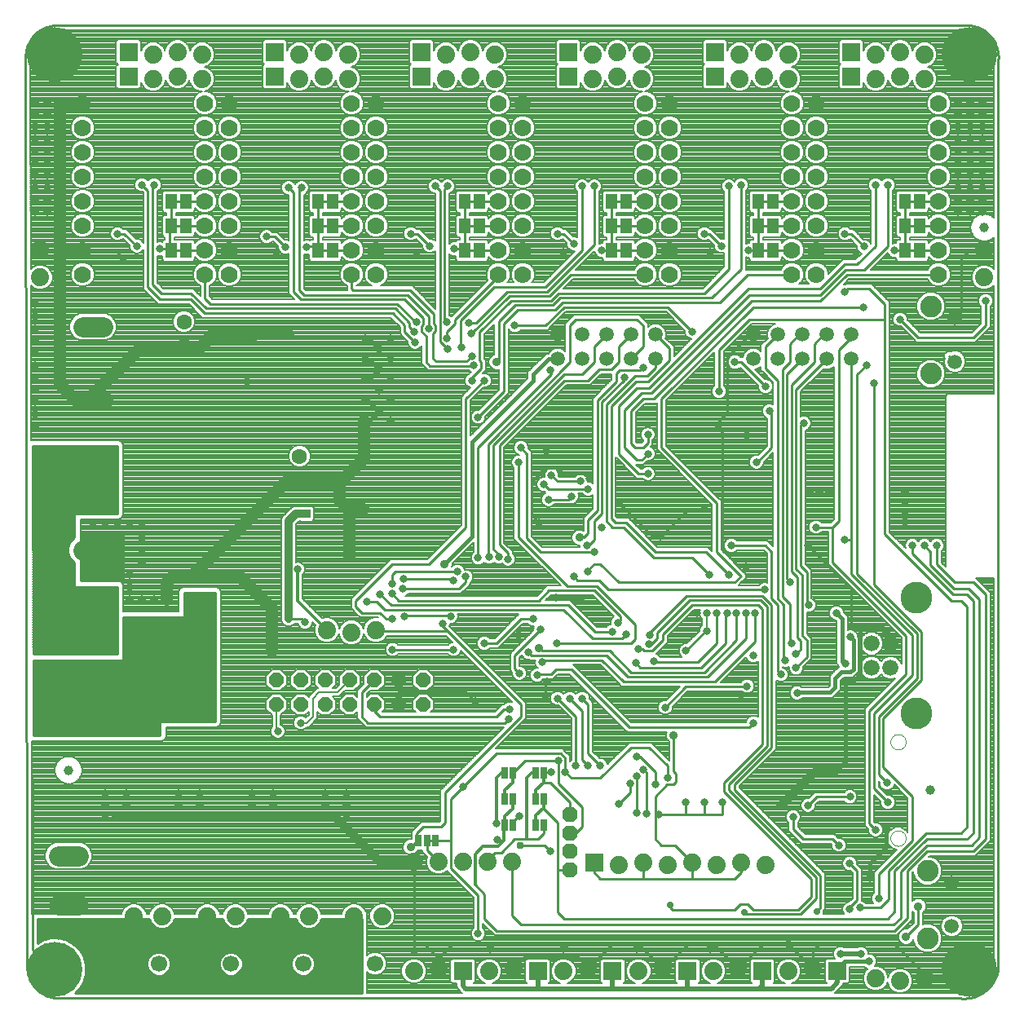
<source format=gbl>
G75*
G70*
%OFA0B0*%
%FSLAX24Y24*%
%IPPOS*%
%LPD*%
%AMOC8*
5,1,8,0,0,1.08239X$1,22.5*
%
%ADD10C,0.0100*%
%ADD11C,0.0660*%
%ADD12C,0.1300*%
%ADD13R,0.0250X0.0500*%
%ADD14C,0.0594*%
%ADD15OC8,0.0630*%
%ADD16C,0.0630*%
%ADD17C,0.0886*%
%ADD18C,0.0740*%
%ADD19C,0.0000*%
%ADD20R,0.0740X0.0740*%
%ADD21C,0.0700*%
%ADD22R,0.0460X0.0630*%
%ADD23C,0.0825*%
%ADD24C,0.0669*%
%ADD25OC8,0.0600*%
%ADD26C,0.0394*%
%ADD27C,0.0317*%
%ADD28C,0.0240*%
%ADD29C,0.2250*%
%ADD30C,0.0400*%
%ADD31C,0.0160*%
%ADD32C,0.0500*%
%ADD33C,0.0080*%
%ADD34C,0.0320*%
%ADD35C,0.0356*%
%ADD36C,0.0120*%
%ADD37C,0.0277*%
%ADD38R,0.0356X0.0356*%
%ADD39C,0.0200*%
%ADD40C,0.0310*%
D10*
X002393Y001821D02*
X002330Y038999D01*
X002331Y038998D02*
X002328Y039067D01*
X002329Y039135D01*
X002334Y039203D01*
X002343Y039271D01*
X002355Y039339D01*
X002371Y039405D01*
X002390Y039471D01*
X002413Y039535D01*
X002440Y039599D01*
X002470Y039660D01*
X002503Y039720D01*
X002539Y039778D01*
X002578Y039834D01*
X002621Y039888D01*
X002666Y039939D01*
X002714Y039988D01*
X002764Y040034D01*
X002817Y040078D01*
X002873Y040118D01*
X002930Y040156D01*
X002989Y040190D01*
X003050Y040221D01*
X003113Y040249D01*
X003177Y040273D01*
X003242Y040294D01*
X003308Y040311D01*
X003375Y040324D01*
X003443Y040334D01*
X003511Y040340D01*
X003511Y040341D02*
X040913Y040341D01*
X040983Y040333D01*
X041052Y040321D01*
X041121Y040306D01*
X041188Y040287D01*
X041255Y040264D01*
X041320Y040238D01*
X041384Y040208D01*
X041446Y040175D01*
X041506Y040138D01*
X041564Y040098D01*
X041619Y040056D01*
X041673Y040010D01*
X041724Y039961D01*
X041772Y039910D01*
X041817Y039856D01*
X041859Y039800D01*
X041898Y039741D01*
X041934Y039681D01*
X041967Y039619D01*
X041996Y039555D01*
X042022Y039489D01*
X042044Y039423D01*
X042062Y039355D01*
X042077Y039286D01*
X042088Y039217D01*
X042095Y039147D01*
X042099Y039077D01*
X042098Y039006D01*
X042094Y038936D01*
X042094Y001759D01*
X040913Y001759D02*
X040532Y001378D01*
X039080Y001378D01*
X039080Y001578D01*
X037830Y002828D01*
X034830Y002828D01*
X034517Y002514D01*
X034517Y001784D01*
X033526Y002774D01*
X033486Y002814D01*
X033486Y002828D01*
X032498Y002828D01*
X031454Y001784D01*
X030495Y002743D01*
X030330Y002578D01*
X030495Y002743D02*
X030410Y002828D01*
X029436Y002828D01*
X028393Y001784D01*
X027464Y002712D01*
X027330Y002578D01*
X027464Y002712D02*
X027349Y002828D01*
X026373Y002828D01*
X026351Y002806D01*
X026330Y002828D01*
X024480Y002828D01*
X024480Y002728D01*
X024330Y002578D01*
X024480Y002828D02*
X021410Y002828D01*
X021410Y002658D01*
X021330Y002578D01*
X021410Y002828D02*
X019830Y002828D01*
X019204Y002202D01*
X018578Y002828D01*
X018242Y002828D01*
X018208Y002862D01*
X018208Y002550D01*
X018230Y002528D01*
X018208Y002862D02*
X018208Y006150D01*
X018066Y006747D02*
X018316Y006997D01*
X018316Y007314D01*
X018580Y007578D01*
X019330Y007578D01*
X019486Y007734D01*
X019486Y008984D01*
X022580Y012078D01*
X022580Y012578D01*
X019580Y015578D01*
X019393Y015765D01*
X019393Y015890D01*
X019580Y015578D02*
X016693Y015578D01*
X016643Y015628D01*
X017080Y016078D02*
X017330Y016078D01*
X017080Y016078D02*
X016830Y016328D01*
X016080Y016328D01*
X015830Y016578D01*
X015830Y016828D01*
X017330Y018328D01*
X018830Y018328D01*
X020330Y019828D01*
X020330Y025078D01*
X021080Y025828D01*
X020580Y025828D02*
X020580Y025953D01*
X020955Y026328D01*
X020955Y026578D01*
X020893Y026640D01*
X020893Y027802D01*
X022185Y029094D01*
X023824Y029094D01*
X024120Y029390D01*
X030080Y029390D01*
X031080Y030390D01*
X031080Y033765D01*
X031580Y033828D02*
X031580Y030390D01*
X030393Y029203D01*
X024193Y029203D01*
X023897Y028907D01*
X022331Y028907D01*
X021674Y028249D01*
X021674Y026671D01*
X021580Y026578D01*
X020643Y026453D02*
X020611Y026421D01*
X018861Y026421D01*
X018705Y026578D01*
X018705Y027640D01*
X018518Y027828D01*
X018518Y028046D01*
X018580Y028109D01*
X018580Y028390D01*
X017830Y029140D01*
X013580Y029140D01*
X013268Y029453D01*
X013268Y033515D01*
X013080Y033703D01*
X013518Y033609D02*
X013611Y033703D01*
X013518Y033609D02*
X013518Y029515D01*
X013705Y029328D01*
X017943Y029328D01*
X018830Y028440D01*
X018830Y027984D01*
X018799Y027953D01*
X019018Y028140D02*
X019086Y028072D01*
X019086Y027833D01*
X018986Y027734D01*
X018986Y026723D01*
X019106Y026603D01*
X020356Y026603D01*
X020580Y026828D01*
X020143Y027171D02*
X020111Y027203D01*
X020111Y028286D01*
X021465Y029640D01*
X023580Y029640D01*
X025080Y031140D01*
X025080Y033765D01*
X025580Y033765D02*
X025580Y031374D01*
X023664Y029458D01*
X022023Y029458D01*
X020736Y028171D01*
X020455Y028171D01*
X020549Y027734D02*
X020564Y027734D01*
X022107Y029276D01*
X023746Y029276D01*
X024629Y030159D01*
X027658Y030159D01*
X027639Y031140D02*
X026880Y031140D01*
X026955Y031140D02*
X026205Y031140D01*
X026280Y031140D02*
X025893Y031140D01*
X026280Y031140D02*
X026280Y032140D01*
X026280Y033140D01*
X026205Y033140D02*
X026955Y033140D01*
X026880Y033140D02*
X027639Y033140D01*
X027658Y033159D01*
X027658Y032159D02*
X027639Y032140D01*
X026880Y032140D01*
X026955Y032140D02*
X026205Y032140D01*
X027639Y031140D02*
X027658Y031159D01*
X028658Y031159D02*
X030249Y031159D01*
X030330Y031078D01*
X030768Y031328D02*
X030268Y031828D01*
X030080Y031828D01*
X031893Y031140D02*
X032280Y031140D01*
X032280Y032140D01*
X032280Y033140D01*
X032205Y033140D02*
X032955Y033140D01*
X032880Y033140D02*
X033639Y033140D01*
X033658Y033159D01*
X033658Y032159D02*
X033639Y032140D01*
X032880Y032140D01*
X032955Y032140D02*
X032205Y032140D01*
X032205Y031140D02*
X032955Y031140D01*
X032880Y031140D02*
X033639Y031140D01*
X033658Y031159D01*
X033658Y030159D02*
X031849Y030159D01*
X030705Y029015D01*
X024265Y029015D01*
X023968Y028718D01*
X022455Y028718D01*
X021877Y028140D01*
X021877Y025374D01*
X020830Y024328D01*
X021236Y023224D02*
X021236Y018640D01*
X021268Y018609D01*
X021455Y018921D02*
X021455Y023183D01*
X024350Y026078D01*
X025080Y026078D01*
X025580Y026578D01*
X025580Y027203D01*
X026080Y027703D01*
X026580Y027203D02*
X027080Y027703D01*
X027580Y028078D02*
X027580Y027203D01*
X027080Y026703D01*
X027455Y026234D02*
X027580Y026359D01*
X027455Y026234D02*
X026611Y026234D01*
X026486Y026109D01*
X026486Y025784D01*
X025705Y025003D01*
X025705Y020503D01*
X025330Y020128D01*
X025330Y019578D01*
X025158Y019406D01*
X024971Y019406D01*
X025268Y019093D02*
X025346Y019093D01*
X025580Y019328D01*
X025580Y020078D01*
X025893Y020390D01*
X025893Y024930D01*
X026799Y025836D01*
X026799Y025953D01*
X027258Y026015D02*
X027758Y026015D01*
X028080Y026338D01*
X028080Y026703D01*
X028643Y026640D02*
X028643Y027140D01*
X028080Y027703D01*
X027580Y028078D02*
X027330Y028328D01*
X024830Y028328D01*
X024580Y028078D01*
X024580Y026568D01*
X021236Y023224D01*
X020830Y023078D02*
X023830Y026078D01*
X023830Y026171D01*
X023768Y026234D01*
X024360Y025828D02*
X025330Y025828D01*
X025768Y026265D01*
X026268Y026265D01*
X026580Y026578D01*
X026580Y027203D01*
X027258Y026015D02*
X026080Y024838D01*
X026080Y020078D01*
X026330Y019828D01*
X026780Y019828D01*
X028030Y018578D01*
X029580Y018578D01*
X030268Y017890D01*
X031080Y017890D02*
X030143Y018828D01*
X028080Y018828D01*
X026893Y020015D01*
X026443Y020015D01*
X026268Y020190D01*
X026268Y024765D01*
X027268Y025765D01*
X027768Y025765D01*
X028643Y026640D01*
X027818Y025515D02*
X027330Y025515D01*
X026580Y024765D01*
X026580Y022828D01*
X027393Y022015D01*
X027768Y022015D01*
X027518Y022578D02*
X027768Y022828D01*
X027580Y023078D02*
X027236Y023078D01*
X027080Y023234D01*
X027080Y024578D01*
X027580Y025078D01*
X028030Y025078D01*
X032030Y029078D01*
X034830Y029078D01*
X035911Y030159D01*
X039658Y030159D01*
X039639Y031140D02*
X038880Y031140D01*
X038955Y031140D02*
X038205Y031140D01*
X038280Y031140D02*
X037861Y031140D01*
X037580Y031328D02*
X036600Y030348D01*
X035840Y030348D01*
X034820Y029328D01*
X031930Y029328D01*
X027930Y025328D01*
X027530Y025328D01*
X026830Y024628D01*
X026830Y023078D01*
X027330Y022578D01*
X027518Y022578D01*
X027580Y023078D02*
X027768Y023265D01*
X027768Y023609D01*
X028330Y023078D02*
X030580Y020828D01*
X030580Y018828D01*
X031580Y017828D01*
X031330Y017578D01*
X026580Y017578D01*
X025830Y018328D01*
X025580Y018328D01*
X025330Y018078D01*
X025330Y018015D01*
X024893Y017640D02*
X024736Y017796D01*
X024893Y017640D02*
X025768Y017640D01*
X026143Y017265D01*
X032549Y017265D01*
X032446Y017024D02*
X032830Y016640D01*
X032830Y010808D01*
X031330Y009308D01*
X031330Y009088D01*
X034830Y005588D01*
X034830Y004278D01*
X034680Y004128D01*
X034648Y004646D02*
X034002Y003999D01*
X031783Y003999D01*
X031783Y004024D01*
X031730Y004078D01*
X031864Y004409D02*
X031546Y004409D01*
X031314Y004178D01*
X028780Y004178D01*
X028680Y004278D01*
X028680Y004378D01*
X029580Y005453D02*
X027580Y005453D01*
X027580Y006128D01*
X028330Y006828D02*
X028880Y006828D01*
X029580Y006128D01*
X029580Y005453D01*
X031330Y005453D01*
X031580Y005703D01*
X031580Y006128D01*
X030830Y008078D02*
X030080Y008078D01*
X029330Y008078D01*
X028205Y008078D01*
X028080Y008078D01*
X028080Y007078D01*
X028330Y006828D01*
X028080Y008078D02*
X028080Y008828D01*
X028549Y009296D01*
X028799Y009296D01*
X028924Y009421D01*
X028924Y009749D01*
X028830Y009843D01*
X028830Y011328D01*
X027830Y010828D02*
X027080Y010828D01*
X025830Y009578D01*
X024643Y009578D01*
X024393Y009828D01*
X024393Y010390D01*
X024205Y010578D01*
X021580Y010578D01*
X020230Y009228D01*
X019705Y008703D01*
X019705Y007014D01*
X019143Y007014D01*
X019110Y007014D01*
X019093Y006997D01*
X018743Y006997D01*
X018743Y006615D01*
X019208Y006150D01*
X019705Y005890D02*
X019705Y007014D01*
X019160Y006997D02*
X019093Y006997D01*
X019143Y007014D02*
X019080Y007078D01*
X018393Y006997D02*
X018316Y006997D01*
X019705Y005890D02*
X020830Y004765D01*
X020830Y003203D01*
X021080Y003828D02*
X021080Y004828D01*
X020705Y005203D01*
X021208Y006150D02*
X021208Y006205D01*
X021530Y006528D01*
X021780Y006528D01*
X022330Y007078D01*
X022830Y007078D01*
X023268Y007078D01*
X023508Y007318D01*
X023508Y007650D01*
X024080Y007734D02*
X023503Y008311D01*
X023503Y008359D01*
X024080Y007734D02*
X024080Y005828D01*
X024580Y005828D01*
X024080Y005828D02*
X024080Y004078D01*
X024340Y003818D01*
X037570Y003818D01*
X037861Y004109D01*
X037861Y005766D01*
X039173Y007078D01*
X040830Y007078D01*
X041080Y007328D01*
X041080Y016828D01*
X040830Y017078D01*
X040236Y017078D01*
X038580Y018734D01*
X038580Y019078D01*
X039080Y019078D02*
X039330Y018828D01*
X039330Y018265D01*
X040268Y017328D01*
X040893Y017328D01*
X041330Y016890D01*
X041330Y007140D01*
X041018Y006828D01*
X039183Y006828D01*
X038111Y005756D01*
X038111Y003859D01*
X037830Y003578D01*
X022580Y003578D01*
X022208Y003950D01*
X022208Y006150D01*
X022549Y006796D02*
X023549Y006796D01*
X023768Y006578D01*
X024580Y007328D02*
X024830Y007328D01*
X025080Y007578D01*
X025080Y008378D01*
X024111Y009346D01*
X024111Y010265D01*
X022737Y010265D01*
X022248Y009776D01*
X023508Y009776D02*
X023560Y009828D01*
X023830Y009828D01*
X023771Y009387D02*
X023508Y009387D01*
X023771Y009387D02*
X024580Y008578D01*
X024580Y008078D01*
X026580Y008515D02*
X027049Y008984D01*
X027049Y009359D01*
X027330Y009640D02*
X027330Y008140D01*
X027705Y008109D02*
X027705Y009796D01*
X027580Y009921D01*
X028080Y009828D02*
X027455Y010453D01*
X027330Y010453D01*
X027830Y010828D02*
X028580Y010078D01*
X028580Y009578D01*
X028080Y009328D02*
X028080Y009828D01*
X029330Y008578D02*
X029330Y008078D01*
X030080Y008078D02*
X030080Y008578D01*
X030830Y008578D02*
X030830Y008078D01*
X030893Y008999D02*
X034436Y005456D01*
X034436Y004718D01*
X033905Y004187D01*
X032086Y004187D01*
X031864Y004409D01*
X034648Y004646D02*
X034648Y005509D01*
X031080Y009078D01*
X031080Y009318D01*
X032643Y010880D01*
X032643Y016572D01*
X032383Y016832D01*
X029472Y016832D01*
X028143Y015503D01*
X028143Y015265D01*
X027924Y015046D01*
X027830Y015046D01*
X027955Y014765D02*
X028393Y015203D01*
X028393Y015453D01*
X029580Y016640D01*
X032280Y016640D01*
X032455Y016465D01*
X032455Y010953D01*
X030893Y009390D01*
X030893Y008999D01*
X031908Y011640D02*
X032096Y011828D01*
X031908Y011640D02*
X027018Y011640D01*
X024643Y014015D01*
X024018Y014015D01*
X023799Y013796D01*
X023268Y013796D01*
X023236Y013765D01*
X023580Y013453D02*
X023643Y013515D01*
X023580Y013453D02*
X023580Y012828D01*
X024080Y012828D02*
X024830Y012078D01*
X024830Y010078D01*
X025080Y010328D02*
X025080Y012328D01*
X024580Y012828D01*
X025080Y012828D02*
X025330Y012578D01*
X025330Y010578D01*
X025830Y010078D01*
X025330Y010078D02*
X025080Y010328D01*
X022080Y011984D02*
X021924Y011828D01*
X016330Y011828D01*
X016080Y012078D01*
X016080Y013078D01*
X016580Y013578D01*
X017580Y013578D02*
X017580Y013078D01*
X020330Y013078D01*
X020705Y012703D01*
X021580Y012078D02*
X021893Y012390D01*
X022111Y012390D01*
X021580Y012078D02*
X016830Y012078D01*
X016580Y012328D01*
X016580Y012578D01*
X017580Y012578D02*
X017580Y013078D01*
X017330Y014828D02*
X019830Y014828D01*
X020955Y015078D02*
X021080Y015078D01*
X021580Y015078D01*
X022580Y016078D01*
X023080Y016078D01*
X023393Y015640D02*
X022330Y014578D01*
X022330Y014046D01*
X022518Y013859D01*
X023018Y014578D02*
X022893Y014703D01*
X023018Y014578D02*
X026080Y014578D01*
X026955Y013703D01*
X030205Y013703D01*
X031768Y015265D01*
X031768Y016328D01*
X032143Y016328D02*
X032143Y015140D01*
X030518Y013515D01*
X026768Y013515D01*
X025893Y014390D01*
X023549Y014390D01*
X023455Y014296D01*
X023455Y014765D02*
X023330Y014890D01*
X023455Y014765D02*
X026205Y014765D01*
X027080Y013890D01*
X030080Y013890D01*
X031393Y015203D01*
X031393Y016328D01*
X031002Y016328D02*
X030955Y016281D01*
X030955Y015078D01*
X029955Y014078D01*
X027455Y014078D01*
X027268Y014265D01*
X027393Y014859D02*
X027533Y014859D01*
X027627Y014765D01*
X027955Y014765D01*
X028018Y014359D02*
X028049Y014328D01*
X029830Y014328D01*
X030580Y015078D01*
X030580Y016328D01*
X030174Y015578D02*
X030143Y015578D01*
X029330Y014765D01*
X029316Y013296D02*
X031799Y013296D01*
X031830Y013328D01*
X033080Y013921D02*
X033205Y013796D01*
X033080Y013921D02*
X033080Y016650D01*
X032830Y016900D01*
X032830Y018828D01*
X032580Y019078D01*
X031174Y019078D01*
X030830Y018890D02*
X030830Y023703D01*
X030643Y023890D01*
X030643Y024140D01*
X031030Y024528D01*
X031030Y026778D01*
X031955Y027703D01*
X032080Y027703D01*
X032580Y027203D02*
X033080Y027703D01*
X033580Y027328D02*
X033580Y026578D01*
X033268Y026265D01*
X033268Y016983D01*
X033580Y016670D01*
X033580Y015140D01*
X033643Y015078D01*
X033893Y015308D02*
X034018Y015183D01*
X034018Y014828D01*
X033830Y014640D01*
X034268Y014515D02*
X033830Y014078D01*
X033393Y014390D02*
X033330Y014390D01*
X033330Y016660D01*
X033080Y016910D01*
X033080Y025828D01*
X032580Y026328D01*
X032580Y027203D01*
X033580Y027328D02*
X033955Y027703D01*
X034080Y027703D01*
X034580Y027328D02*
X034580Y026578D01*
X033643Y025640D01*
X033643Y018015D01*
X033893Y017765D01*
X033893Y015308D01*
X034080Y015390D02*
X034268Y015203D01*
X034268Y014515D01*
X034080Y015390D02*
X034080Y017878D01*
X033830Y018128D01*
X033830Y025453D01*
X035080Y026703D01*
X035580Y027078D02*
X035580Y020078D01*
X035330Y019828D01*
X034643Y019828D01*
X035330Y019828D02*
X035330Y018390D01*
X038330Y015390D01*
X038330Y013828D01*
X036830Y012328D01*
X036830Y007703D01*
X037080Y007453D01*
X037580Y008578D02*
X037268Y008890D01*
X037018Y009140D02*
X037580Y008578D01*
X037545Y009362D02*
X037205Y009703D01*
X037205Y012088D01*
X038768Y013650D01*
X038768Y015473D01*
X036330Y017910D01*
X036330Y026078D01*
X036705Y026453D01*
X036080Y026703D02*
X036080Y019328D01*
X035830Y019328D01*
X036080Y019328D02*
X036080Y017900D01*
X038580Y015400D01*
X038580Y013765D01*
X037018Y012203D01*
X037018Y009140D01*
X037455Y009453D02*
X037545Y009362D01*
X037393Y010015D02*
X038580Y008828D01*
X038580Y007015D01*
X037205Y005640D01*
X037205Y004640D01*
X037268Y004265D02*
X036455Y004265D01*
X036330Y004578D02*
X036330Y005765D01*
X036018Y006078D01*
X035580Y006828D02*
X035330Y007078D01*
X034121Y007078D01*
X033708Y007490D01*
X033708Y007990D01*
X034326Y008451D02*
X034676Y008801D01*
X036031Y008801D01*
X037393Y010015D02*
X037393Y012015D01*
X038955Y013578D01*
X038955Y015546D01*
X037018Y017484D01*
X037018Y025703D01*
X035580Y027078D02*
X036080Y027578D01*
X036080Y027703D01*
X035080Y027703D02*
X034955Y027703D01*
X034580Y027328D01*
X034080Y026703D02*
X033455Y026078D01*
X033455Y017713D01*
X033580Y017588D01*
X034018Y018240D02*
X034018Y024015D01*
X034080Y024078D01*
X034143Y024078D01*
X032830Y024484D02*
X032830Y023078D01*
X032236Y022484D01*
X032205Y022484D01*
X032830Y024484D02*
X032736Y024578D01*
X032580Y025578D02*
X031580Y026578D01*
X031330Y026578D01*
X030680Y027078D02*
X031930Y028328D01*
X037455Y028328D01*
X037455Y028953D01*
X036830Y029578D01*
X035955Y029578D01*
X035830Y029453D01*
X036580Y028828D02*
X032080Y028828D01*
X028330Y025078D01*
X028330Y023078D01*
X026580Y020828D02*
X027978Y019429D01*
X028284Y019429D01*
X029432Y020578D01*
X030080Y020578D01*
X030830Y018890D02*
X031518Y018203D01*
X031768Y018203D01*
X032446Y017024D02*
X029364Y017024D01*
X027861Y015521D01*
X027861Y015421D01*
X027236Y015234D02*
X027236Y015859D01*
X025674Y017421D01*
X024486Y017421D01*
X022486Y019421D01*
X022486Y022484D01*
X022830Y022828D02*
X022580Y023078D01*
X022830Y022828D02*
X022830Y019378D01*
X023380Y018828D01*
X025580Y018828D01*
X025596Y017239D02*
X023726Y017239D01*
X023314Y016828D01*
X017580Y016828D01*
X017299Y017109D01*
X017330Y017515D02*
X017330Y017890D01*
X017455Y018015D01*
X019986Y018015D01*
X019768Y017703D02*
X017768Y017703D01*
X017736Y017296D02*
X020049Y017296D01*
X020330Y017578D01*
X020330Y017796D01*
X019830Y017640D02*
X019768Y017703D01*
X020830Y018578D02*
X020830Y023078D01*
X021705Y023173D02*
X024360Y025828D01*
X023590Y028078D02*
X022330Y028078D01*
X023590Y028078D02*
X024340Y028828D01*
X028580Y028828D01*
X029580Y027828D01*
X030680Y027078D02*
X030680Y025378D01*
X027818Y025515D02*
X031880Y029578D01*
X034810Y029578D01*
X035810Y030578D01*
X036330Y030578D01*
X037080Y031328D01*
X037080Y033828D01*
X037580Y033828D02*
X037580Y031328D01*
X038280Y031140D02*
X038280Y032140D01*
X038280Y033140D01*
X038205Y033140D02*
X038955Y033140D01*
X038880Y033140D02*
X039639Y033140D01*
X039658Y033159D01*
X039658Y032159D02*
X039639Y032140D01*
X038880Y032140D01*
X038955Y032140D02*
X038205Y032140D01*
X039639Y031140D02*
X039658Y031159D01*
X040580Y030828D02*
X040580Y028622D01*
X040322Y028364D01*
X041080Y027578D02*
X038830Y027578D01*
X038080Y028328D01*
X037455Y028328D02*
X037455Y019546D01*
X040174Y016828D01*
X040580Y016828D01*
X040830Y016578D01*
X040830Y007578D01*
X040580Y007328D01*
X039153Y007328D01*
X037611Y005786D01*
X037611Y004609D01*
X037268Y004265D01*
X036330Y004578D02*
X036018Y004265D01*
X036018Y004203D01*
X037861Y003328D02*
X038393Y003859D01*
X038393Y005778D01*
X039193Y006578D01*
X041080Y006578D01*
X041580Y007078D01*
X041580Y017078D01*
X041080Y017578D01*
X040299Y017578D01*
X039580Y018296D01*
X039580Y019078D01*
X036079Y017328D02*
X036079Y015770D01*
X036079Y017328D02*
X034330Y019078D01*
X034018Y018240D02*
X034268Y017990D01*
X034268Y016734D01*
X034361Y016640D01*
X029316Y013296D02*
X028481Y012461D01*
X027080Y015078D02*
X027236Y015234D01*
X027080Y015078D02*
X024049Y015078D01*
X024330Y016453D02*
X025518Y015265D01*
X026705Y015265D01*
X026893Y015453D01*
X026299Y015546D02*
X025611Y015546D01*
X024518Y016640D01*
X017268Y016640D01*
X016830Y017078D01*
X016693Y016765D02*
X017005Y016453D01*
X024330Y016453D01*
X024080Y016890D02*
X024018Y016953D01*
X024080Y016890D02*
X025018Y016890D01*
X025596Y017239D02*
X026658Y016177D01*
X026658Y016031D01*
X026533Y015906D01*
X022049Y018515D02*
X022049Y018765D01*
X021705Y019109D01*
X021705Y023173D01*
X023018Y021694D02*
X023503Y022179D01*
X023565Y022242D01*
X024080Y022242D01*
X024307Y022015D01*
X025205Y022015D01*
X025393Y021828D01*
X025018Y021703D02*
X024080Y021703D01*
X023830Y021953D01*
X023518Y021578D02*
X023705Y021390D01*
X025330Y021390D01*
X024643Y021078D02*
X024518Y020953D01*
X023705Y020953D01*
X023018Y020328D02*
X023018Y021694D01*
X023018Y020328D02*
X023315Y020030D01*
X023315Y020023D01*
X021674Y018703D02*
X021674Y018609D01*
X021674Y018703D02*
X021455Y018921D01*
X019674Y016203D02*
X017861Y016203D01*
X017830Y016171D01*
X016693Y016765D02*
X016268Y016765D01*
X013752Y015937D02*
X013611Y016078D01*
X013080Y016078D01*
X012393Y014781D02*
X012400Y014773D01*
X012400Y014688D01*
X010080Y014663D02*
X006330Y014663D01*
X006330Y014565D02*
X010080Y014565D01*
X010080Y014466D02*
X006330Y014466D01*
X006330Y014390D02*
X006330Y016140D01*
X008830Y016140D01*
X008830Y017140D01*
X010080Y017140D01*
X010080Y011890D01*
X007830Y011890D01*
X007830Y011328D01*
X002637Y011328D01*
X002631Y014390D01*
X006330Y014390D01*
X006070Y014650D02*
X002631Y014650D01*
X002617Y023140D01*
X006080Y023140D01*
X006080Y020390D01*
X004330Y020390D01*
X004330Y019424D01*
X004315Y019418D01*
X004140Y019243D01*
X004045Y019014D01*
X004045Y018766D01*
X004140Y018537D01*
X004315Y018362D01*
X004330Y018356D01*
X004330Y017390D01*
X006080Y017390D01*
X006080Y016216D01*
X006070Y016192D01*
X006070Y014650D01*
X006070Y014663D02*
X002631Y014663D01*
X002631Y014762D02*
X006070Y014762D01*
X006070Y014860D02*
X002631Y014860D01*
X002630Y014959D02*
X006070Y014959D01*
X006070Y015057D02*
X002630Y015057D01*
X002630Y015156D02*
X006070Y015156D01*
X006070Y015254D02*
X002630Y015254D01*
X002630Y015353D02*
X006070Y015353D01*
X006070Y015451D02*
X002630Y015451D01*
X002629Y015550D02*
X006070Y015550D01*
X006070Y015648D02*
X002629Y015648D01*
X002629Y015747D02*
X006070Y015747D01*
X006070Y015845D02*
X002629Y015845D01*
X002629Y015944D02*
X006070Y015944D01*
X006070Y016042D02*
X002629Y016042D01*
X002628Y016141D02*
X006070Y016141D01*
X006080Y016239D02*
X002628Y016239D01*
X002628Y016338D02*
X006080Y016338D01*
X006080Y016436D02*
X002628Y016436D01*
X002628Y016535D02*
X006080Y016535D01*
X006080Y016633D02*
X002628Y016633D01*
X002627Y016732D02*
X006080Y016732D01*
X006080Y016830D02*
X002627Y016830D01*
X002627Y016929D02*
X006080Y016929D01*
X006080Y017027D02*
X002627Y017027D01*
X002627Y017126D02*
X006080Y017126D01*
X006080Y017224D02*
X002627Y017224D01*
X002626Y017323D02*
X006080Y017323D01*
X006156Y017640D02*
X006132Y017650D01*
X004590Y017650D01*
X004590Y019640D01*
X006330Y019640D01*
X006330Y017640D01*
X006156Y017640D01*
X006330Y017717D02*
X004590Y017717D01*
X004590Y017815D02*
X006330Y017815D01*
X006330Y017914D02*
X004590Y017914D01*
X004590Y018012D02*
X006330Y018012D01*
X006330Y018111D02*
X004590Y018111D01*
X004590Y018209D02*
X006330Y018209D01*
X006330Y018308D02*
X004590Y018308D01*
X004590Y018406D02*
X006330Y018406D01*
X006330Y018505D02*
X004590Y018505D01*
X004590Y018603D02*
X006330Y018603D01*
X006330Y018702D02*
X004590Y018702D01*
X004590Y018800D02*
X006330Y018800D01*
X006330Y018899D02*
X004590Y018899D01*
X004590Y018997D02*
X006330Y018997D01*
X006330Y019096D02*
X004590Y019096D01*
X004590Y019194D02*
X006330Y019194D01*
X006330Y019293D02*
X004590Y019293D01*
X004590Y019391D02*
X006330Y019391D01*
X006330Y019490D02*
X004590Y019490D01*
X004590Y019588D02*
X006330Y019588D01*
X006080Y020475D02*
X002621Y020475D01*
X002621Y020573D02*
X006080Y020573D01*
X006080Y020672D02*
X002621Y020672D01*
X002621Y020770D02*
X006080Y020770D01*
X006080Y020869D02*
X002620Y020869D01*
X002620Y020967D02*
X006080Y020967D01*
X006080Y021066D02*
X002620Y021066D01*
X002620Y021164D02*
X006080Y021164D01*
X006080Y021263D02*
X002620Y021263D01*
X002620Y021361D02*
X006080Y021361D01*
X006080Y021460D02*
X002619Y021460D01*
X002619Y021558D02*
X006080Y021558D01*
X006080Y021657D02*
X002619Y021657D01*
X002619Y021755D02*
X006080Y021755D01*
X006080Y021854D02*
X002619Y021854D01*
X002619Y021952D02*
X006080Y021952D01*
X006080Y022051D02*
X002618Y022051D01*
X002618Y022149D02*
X006080Y022149D01*
X006080Y022248D02*
X002618Y022248D01*
X002618Y022346D02*
X006080Y022346D01*
X006080Y022445D02*
X002618Y022445D01*
X002618Y022543D02*
X006080Y022543D01*
X006080Y022642D02*
X002617Y022642D01*
X002617Y022740D02*
X006080Y022740D01*
X006080Y022839D02*
X002617Y022839D01*
X002617Y022937D02*
X006080Y022937D01*
X006080Y023036D02*
X002617Y023036D01*
X002617Y023134D02*
X006080Y023134D01*
X004330Y020376D02*
X002621Y020376D01*
X002621Y020278D02*
X004330Y020278D01*
X004330Y020179D02*
X002622Y020179D01*
X002622Y020081D02*
X004330Y020081D01*
X004330Y019982D02*
X002622Y019982D01*
X002622Y019884D02*
X004330Y019884D01*
X004330Y019785D02*
X002622Y019785D01*
X002622Y019687D02*
X004330Y019687D01*
X004330Y019588D02*
X002623Y019588D01*
X002623Y019490D02*
X004330Y019490D01*
X004288Y019391D02*
X002623Y019391D01*
X002623Y019293D02*
X004190Y019293D01*
X004120Y019194D02*
X002623Y019194D01*
X002623Y019096D02*
X004079Y019096D01*
X004045Y018997D02*
X002624Y018997D01*
X002624Y018899D02*
X004045Y018899D01*
X004045Y018800D02*
X002624Y018800D01*
X002624Y018702D02*
X004072Y018702D01*
X004113Y018603D02*
X002624Y018603D01*
X002624Y018505D02*
X004173Y018505D01*
X004271Y018406D02*
X002625Y018406D01*
X002625Y018308D02*
X004330Y018308D01*
X004330Y018209D02*
X002625Y018209D01*
X002625Y018111D02*
X004330Y018111D01*
X004330Y018012D02*
X002625Y018012D01*
X002625Y017914D02*
X004330Y017914D01*
X004330Y017815D02*
X002626Y017815D01*
X002626Y017717D02*
X004330Y017717D01*
X004330Y017618D02*
X002626Y017618D01*
X002626Y017520D02*
X004330Y017520D01*
X004330Y017421D02*
X002626Y017421D01*
X002631Y014368D02*
X010080Y014368D01*
X010080Y014269D02*
X002632Y014269D01*
X002632Y014171D02*
X010080Y014171D01*
X010080Y014072D02*
X002632Y014072D01*
X002632Y013974D02*
X010080Y013974D01*
X010080Y013875D02*
X002632Y013875D01*
X002632Y013777D02*
X010080Y013777D01*
X010080Y013678D02*
X002633Y013678D01*
X002633Y013580D02*
X010080Y013580D01*
X010080Y013481D02*
X002633Y013481D01*
X002633Y013383D02*
X010080Y013383D01*
X010080Y013284D02*
X002633Y013284D01*
X002633Y013186D02*
X010080Y013186D01*
X010080Y013087D02*
X002634Y013087D01*
X002634Y012989D02*
X010080Y012989D01*
X010080Y012890D02*
X002634Y012890D01*
X002634Y012792D02*
X010080Y012792D01*
X010080Y012693D02*
X002634Y012693D01*
X002634Y012595D02*
X010080Y012595D01*
X010080Y012496D02*
X002635Y012496D01*
X002635Y012398D02*
X010080Y012398D01*
X010080Y012299D02*
X002635Y012299D01*
X002635Y012201D02*
X010080Y012201D01*
X010080Y012102D02*
X002635Y012102D01*
X002635Y012004D02*
X010080Y012004D01*
X010080Y011905D02*
X002636Y011905D01*
X002636Y011807D02*
X007830Y011807D01*
X007830Y011708D02*
X002636Y011708D01*
X002636Y011610D02*
X007830Y011610D01*
X007830Y011511D02*
X002636Y011511D01*
X002636Y011413D02*
X007830Y011413D01*
X006330Y014762D02*
X010080Y014762D01*
X010080Y014860D02*
X006330Y014860D01*
X006330Y014959D02*
X010080Y014959D01*
X010080Y015057D02*
X006330Y015057D01*
X006330Y015156D02*
X010080Y015156D01*
X010080Y015254D02*
X006330Y015254D01*
X006330Y015353D02*
X010080Y015353D01*
X010080Y015451D02*
X006330Y015451D01*
X006330Y015550D02*
X010080Y015550D01*
X010080Y015648D02*
X006330Y015648D01*
X006330Y015747D02*
X010080Y015747D01*
X010080Y015845D02*
X006330Y015845D01*
X006330Y015944D02*
X010080Y015944D01*
X010080Y016042D02*
X006330Y016042D01*
X008830Y016141D02*
X010080Y016141D01*
X010080Y016239D02*
X008830Y016239D01*
X008830Y016338D02*
X010080Y016338D01*
X010080Y016436D02*
X008830Y016436D01*
X008830Y016535D02*
X010080Y016535D01*
X010080Y016633D02*
X008830Y016633D01*
X008830Y016732D02*
X010080Y016732D01*
X010080Y016830D02*
X008830Y016830D01*
X008830Y016929D02*
X010080Y016929D01*
X010080Y017027D02*
X008830Y017027D01*
X008830Y017126D02*
X010080Y017126D01*
X012580Y011546D02*
X012643Y011484D01*
X019674Y016203D02*
X019705Y016171D01*
X021611Y007046D02*
X021643Y007015D01*
X021893Y007015D01*
X021080Y003828D02*
X021580Y003328D01*
X037861Y003328D01*
X038330Y003078D02*
X038830Y003578D01*
X038830Y004328D01*
X040457Y000577D02*
X040531Y000567D01*
X040605Y000561D01*
X040680Y000559D01*
X040755Y000561D01*
X040829Y000566D01*
X040904Y000576D01*
X040977Y000589D01*
X041050Y000606D01*
X041122Y000627D01*
X041192Y000652D01*
X041261Y000680D01*
X041329Y000712D01*
X041395Y000748D01*
X041459Y000787D01*
X041520Y000829D01*
X041580Y000874D01*
X041637Y000923D01*
X041691Y000974D01*
X041743Y001028D01*
X041792Y001085D01*
X041837Y001144D01*
X041880Y001205D01*
X041919Y001269D01*
X041955Y001334D01*
X041988Y001402D01*
X042016Y001471D01*
X042042Y001541D01*
X042063Y001613D01*
X042081Y001685D01*
X042095Y001759D01*
X040456Y000578D02*
X003699Y000578D01*
X004333Y000777D02*
X004531Y000976D01*
X004699Y001266D01*
X004786Y001591D01*
X004786Y001926D01*
X004699Y002251D01*
X004531Y002541D01*
X004294Y002779D01*
X004003Y002947D01*
X003679Y003034D01*
X003343Y003034D01*
X003019Y002947D01*
X002811Y002827D01*
X002811Y003828D01*
X007380Y003828D01*
X007380Y003824D01*
X007459Y003633D01*
X007605Y003487D01*
X007797Y003408D01*
X008003Y003408D01*
X008195Y003487D01*
X008341Y003633D01*
X008420Y003824D01*
X008420Y003828D01*
X010380Y003828D01*
X010380Y003824D01*
X010459Y003633D01*
X010605Y003487D01*
X010797Y003408D01*
X011003Y003408D01*
X011195Y003487D01*
X011341Y003633D01*
X011420Y003824D01*
X011420Y003828D01*
X013380Y003828D01*
X013380Y003824D01*
X013459Y003633D01*
X013605Y003487D01*
X013797Y003408D01*
X014003Y003408D01*
X014195Y003487D01*
X014341Y003633D01*
X014420Y003824D01*
X014420Y003828D01*
X016080Y003828D01*
X016080Y000777D01*
X004333Y000777D01*
X004429Y000873D02*
X016080Y000873D01*
X016080Y000972D02*
X004527Y000972D01*
X004586Y001070D02*
X016080Y001070D01*
X016080Y001169D02*
X004643Y001169D01*
X004699Y001267D02*
X016080Y001267D01*
X016080Y001366D02*
X004726Y001366D01*
X004752Y001464D02*
X016080Y001464D01*
X016080Y001563D02*
X013938Y001563D01*
X013944Y001565D02*
X014080Y001701D01*
X014154Y001879D01*
X014154Y002072D01*
X014080Y002250D01*
X013944Y002386D01*
X013765Y002460D01*
X013573Y002460D01*
X013394Y002386D01*
X013258Y002250D01*
X013184Y002072D01*
X013184Y001879D01*
X013258Y001701D01*
X013394Y001565D01*
X013573Y001491D01*
X013765Y001491D01*
X013944Y001565D01*
X014040Y001661D02*
X016080Y001661D01*
X016080Y001760D02*
X014104Y001760D01*
X014145Y001858D02*
X016080Y001858D01*
X016080Y001957D02*
X014154Y001957D01*
X014154Y002055D02*
X016080Y002055D01*
X016080Y002154D02*
X014120Y002154D01*
X014078Y002252D02*
X016080Y002252D01*
X016080Y002351D02*
X013979Y002351D01*
X013793Y002449D02*
X016080Y002449D01*
X016080Y002548D02*
X004525Y002548D01*
X004585Y002449D02*
X007645Y002449D01*
X007673Y002460D02*
X007494Y002386D01*
X007358Y002250D01*
X007284Y002072D01*
X007284Y001879D01*
X007358Y001701D01*
X007494Y001565D01*
X007673Y001491D01*
X007865Y001491D01*
X008044Y001565D01*
X008180Y001701D01*
X008254Y001879D01*
X008254Y002072D01*
X008180Y002250D01*
X008044Y002386D01*
X007865Y002460D01*
X007673Y002460D01*
X007893Y002449D02*
X010595Y002449D01*
X010623Y002460D02*
X010444Y002386D01*
X010308Y002250D01*
X010234Y002072D01*
X010234Y001879D01*
X010308Y001701D01*
X010444Y001565D01*
X010623Y001491D01*
X010815Y001491D01*
X010994Y001565D01*
X011130Y001701D01*
X011204Y001879D01*
X011204Y002072D01*
X011130Y002250D01*
X010994Y002386D01*
X010815Y002460D01*
X010623Y002460D01*
X010843Y002449D02*
X013545Y002449D01*
X013358Y002351D02*
X011029Y002351D01*
X011128Y002252D02*
X013260Y002252D01*
X013218Y002154D02*
X011170Y002154D01*
X011204Y002055D02*
X013184Y002055D01*
X013184Y001957D02*
X011204Y001957D01*
X011195Y001858D02*
X013193Y001858D01*
X013234Y001760D02*
X011154Y001760D01*
X011090Y001661D02*
X013298Y001661D01*
X013400Y001563D02*
X010988Y001563D01*
X010450Y001563D02*
X008038Y001563D01*
X008140Y001661D02*
X010348Y001661D01*
X010284Y001760D02*
X008204Y001760D01*
X008245Y001858D02*
X010243Y001858D01*
X010234Y001957D02*
X008254Y001957D01*
X008254Y002055D02*
X010234Y002055D01*
X010268Y002154D02*
X008220Y002154D01*
X008178Y002252D02*
X010310Y002252D01*
X010408Y002351D02*
X008079Y002351D01*
X007458Y002351D02*
X004642Y002351D01*
X004698Y002252D02*
X007360Y002252D01*
X007318Y002154D02*
X004725Y002154D01*
X004752Y002055D02*
X007284Y002055D01*
X007284Y001957D02*
X004778Y001957D01*
X004786Y001858D02*
X007293Y001858D01*
X007334Y001760D02*
X004786Y001760D01*
X004786Y001661D02*
X007398Y001661D01*
X007500Y001563D02*
X004779Y001563D01*
X003698Y000577D02*
X003629Y000578D01*
X003560Y000581D01*
X003492Y000589D01*
X003424Y000600D01*
X003356Y000615D01*
X003290Y000634D01*
X003224Y000656D01*
X003160Y000682D01*
X003098Y000711D01*
X003037Y000744D01*
X002978Y000779D01*
X002921Y000818D01*
X002866Y000860D01*
X002813Y000905D01*
X002763Y000953D01*
X002716Y001003D01*
X002671Y001056D01*
X002630Y001111D01*
X002591Y001168D01*
X002555Y001227D01*
X002523Y001288D01*
X002494Y001351D01*
X002469Y001415D01*
X002447Y001481D01*
X002429Y001547D01*
X002414Y001615D01*
X002403Y001683D01*
X002396Y001752D01*
X002392Y001821D01*
X002611Y002546D02*
X002611Y009546D01*
X002811Y003730D02*
X007419Y003730D01*
X007461Y003631D02*
X002811Y003631D01*
X002811Y003533D02*
X007560Y003533D01*
X007733Y003434D02*
X002811Y003434D01*
X002811Y003336D02*
X016080Y003336D01*
X016080Y003434D02*
X014067Y003434D01*
X014240Y003533D02*
X016080Y003533D01*
X016080Y003631D02*
X014339Y003631D01*
X014381Y003730D02*
X016080Y003730D01*
X016080Y003237D02*
X002811Y003237D01*
X002811Y003139D02*
X016080Y003139D01*
X016080Y003040D02*
X002811Y003040D01*
X002811Y002942D02*
X003010Y002942D01*
X002839Y002843D02*
X002811Y002843D01*
X002611Y002546D02*
X003399Y001759D01*
X003511Y001759D01*
X004427Y002646D02*
X016080Y002646D01*
X016080Y002745D02*
X004328Y002745D01*
X004183Y002843D02*
X016080Y002843D01*
X016080Y002942D02*
X004012Y002942D01*
X008067Y003434D02*
X010733Y003434D01*
X010560Y003533D02*
X008240Y003533D01*
X008339Y003631D02*
X010461Y003631D01*
X010419Y003730D02*
X008381Y003730D01*
X011067Y003434D02*
X013733Y003434D01*
X013560Y003533D02*
X011240Y003533D01*
X011339Y003631D02*
X013461Y003631D01*
X013419Y003730D02*
X011381Y003730D01*
X019204Y002202D02*
X019204Y001784D01*
X022267Y001784D02*
X022748Y002265D01*
X024893Y002265D01*
X025329Y001828D01*
X025329Y001784D01*
X026351Y002806D01*
X025830Y005453D02*
X025580Y005703D01*
X025580Y006128D01*
X025830Y005453D02*
X027580Y005453D01*
X040322Y026593D02*
X040087Y026828D01*
X041080Y027578D02*
X041580Y028078D01*
X041580Y029078D01*
X040580Y030828D02*
X040931Y031179D01*
X041518Y031179D01*
X036611Y031296D02*
X036080Y031828D01*
X035830Y031828D01*
X036155Y031159D02*
X034658Y031159D01*
X036155Y031159D02*
X036268Y031046D01*
X024736Y031421D02*
X024330Y031828D01*
X024080Y031828D01*
X024249Y031159D02*
X024330Y031078D01*
X024249Y031159D02*
X022658Y031159D01*
X021658Y031159D02*
X021639Y031140D01*
X020880Y031140D01*
X020955Y031140D02*
X020205Y031140D01*
X020218Y031203D02*
X020280Y031140D01*
X020280Y032140D01*
X020280Y033140D01*
X020205Y033140D02*
X020955Y033140D01*
X020880Y033140D02*
X021639Y033140D01*
X021658Y033159D01*
X021658Y032159D02*
X021639Y032140D01*
X020880Y032140D01*
X020955Y032140D02*
X020205Y032140D01*
X020218Y031203D02*
X019861Y031203D01*
X018861Y031328D02*
X018361Y031828D01*
X018080Y031828D01*
X018124Y031159D02*
X018330Y030953D01*
X018124Y031159D02*
X016658Y031159D01*
X015658Y031159D02*
X015639Y031140D01*
X014880Y031140D01*
X014955Y031140D02*
X014205Y031140D01*
X014280Y031140D02*
X014218Y031328D01*
X013893Y031328D01*
X013830Y031265D01*
X014280Y031140D02*
X014280Y032140D01*
X014280Y033140D01*
X014205Y033140D02*
X014955Y033140D01*
X014880Y033140D02*
X015639Y033140D01*
X015658Y033159D01*
X015658Y032159D02*
X015639Y032140D01*
X014880Y032140D01*
X014955Y032140D02*
X014205Y032140D01*
X012955Y031278D02*
X012530Y031703D01*
X012193Y031703D01*
X012580Y031078D02*
X010739Y031078D01*
X010658Y031159D01*
X009661Y031159D02*
X009643Y031140D01*
X008880Y031140D01*
X008955Y031140D02*
X008205Y031140D01*
X008218Y031203D02*
X008218Y032078D01*
X008280Y032140D01*
X008280Y033140D01*
X008205Y033140D02*
X008955Y033140D01*
X008899Y033159D02*
X009661Y033159D01*
X008899Y033159D02*
X008880Y033140D01*
X008899Y032159D02*
X009661Y032159D01*
X008955Y032140D02*
X008205Y032140D01*
X008880Y032140D02*
X008899Y032159D01*
X008218Y031203D02*
X008280Y031140D01*
X008218Y031203D02*
X007830Y031203D01*
X006870Y031318D02*
X006360Y031828D01*
X006093Y031828D01*
X006018Y031140D02*
X006330Y030828D01*
X006018Y031140D02*
X004680Y031140D01*
X003724Y031078D02*
X003622Y031179D01*
X002924Y031179D01*
X007080Y033828D02*
X007330Y033578D01*
X007330Y029640D01*
X007830Y029140D01*
X009080Y029140D01*
X009643Y028578D01*
X017343Y028578D01*
X017830Y028090D01*
X017830Y027818D01*
X018258Y027390D01*
X018205Y027828D02*
X018018Y028015D01*
X018018Y028183D01*
X017435Y028765D01*
X009715Y028765D01*
X009090Y029390D01*
X007880Y029390D01*
X007580Y029690D01*
X007578Y029690D01*
X007530Y029738D01*
X007530Y033778D01*
X007580Y033828D01*
X009661Y030159D02*
X009661Y029184D01*
X009893Y028953D01*
X017518Y028953D01*
X018268Y028203D01*
X018299Y028203D01*
X019018Y028140D02*
X019018Y028553D01*
X018055Y029515D01*
X015705Y029515D01*
X015658Y029562D01*
X015658Y030159D01*
X019455Y028203D02*
X019455Y033640D01*
X019580Y033765D01*
X019268Y033578D02*
X019080Y033765D01*
X019268Y033578D02*
X019268Y027421D01*
X019580Y027109D01*
X019549Y027546D02*
X019549Y027796D01*
X019893Y028140D01*
X019893Y028328D01*
X021724Y030159D01*
X021658Y030159D01*
X019549Y028203D02*
X019455Y028203D01*
D11*
X036913Y015063D03*
X037693Y015063D03*
X037693Y014079D03*
X036913Y014079D03*
D12*
X038763Y012201D03*
X038763Y016941D03*
D13*
X023508Y009776D03*
X023184Y009776D03*
X022248Y009776D03*
X021924Y009776D03*
X021924Y008713D03*
X022248Y008713D03*
X023184Y008713D03*
X023508Y008713D03*
X023508Y007650D03*
X023184Y007650D03*
X022248Y007650D03*
X021924Y007650D03*
X019093Y006997D03*
X018743Y006997D03*
X018393Y006997D03*
D14*
X024080Y026703D03*
X024080Y027703D03*
X025080Y027703D03*
X026080Y027703D03*
X026080Y026703D03*
X025080Y026703D03*
X027080Y026703D03*
X027080Y027703D03*
X028080Y027703D03*
X028080Y026703D03*
X032080Y026703D03*
X032080Y027703D03*
X033080Y027703D03*
X034080Y027703D03*
X034080Y026703D03*
X033080Y026703D03*
X035080Y026703D03*
X035080Y027703D03*
X036080Y027703D03*
X036080Y026703D03*
X040322Y026593D03*
X040322Y028364D03*
X040197Y005286D03*
X040197Y003514D03*
D15*
X024580Y005828D03*
X024580Y006578D03*
X024580Y007328D03*
X024580Y008078D03*
X013526Y021727D03*
X008798Y027223D03*
D16*
X008798Y028223D03*
X013526Y022727D03*
D17*
X039338Y026101D03*
X039338Y028857D03*
X039213Y005778D03*
X039213Y003022D03*
D18*
X039080Y001378D03*
X038080Y001278D03*
X037080Y001378D03*
X034517Y001784D03*
X033517Y001684D03*
X031454Y001784D03*
X030454Y001684D03*
X028393Y001784D03*
X027393Y001684D03*
X025329Y001784D03*
X024329Y001684D03*
X022267Y001784D03*
X021267Y001684D03*
X019204Y001784D03*
X018204Y001684D03*
X016900Y003928D03*
X015760Y003928D03*
X013900Y003928D03*
X012760Y003928D03*
X010900Y003928D03*
X009760Y003928D03*
X007900Y003928D03*
X006760Y003928D03*
X018208Y006150D03*
X019208Y006150D03*
X020208Y006150D03*
X021208Y006150D03*
X022208Y006150D03*
X026580Y006028D03*
X027580Y006128D03*
X028580Y006028D03*
X029580Y006128D03*
X030580Y006028D03*
X031580Y006128D03*
X032580Y006028D03*
X016643Y015628D03*
X015643Y015528D03*
X014643Y015628D03*
X002924Y030039D03*
X002924Y031179D03*
X007536Y038153D03*
X007536Y039153D03*
X008536Y039253D03*
X009536Y039153D03*
X009536Y038153D03*
X008536Y038253D03*
X013518Y038153D03*
X014518Y038253D03*
X015518Y038153D03*
X015518Y039153D03*
X014518Y039253D03*
X013518Y039153D03*
X019518Y039153D03*
X019518Y038153D03*
X020518Y038253D03*
X021518Y038153D03*
X021518Y039153D03*
X020518Y039253D03*
X025518Y039153D03*
X026518Y039253D03*
X027518Y039153D03*
X027518Y038153D03*
X026518Y038253D03*
X025518Y038153D03*
X031518Y038153D03*
X032518Y038253D03*
X033518Y038153D03*
X033518Y039153D03*
X032518Y039253D03*
X031518Y039153D03*
X037080Y039153D03*
X038080Y039253D03*
X038080Y038253D03*
X037080Y038153D03*
X039080Y038153D03*
X039080Y039153D03*
X041518Y031179D03*
X041518Y030039D03*
D19*
X037684Y011046D02*
X037686Y011081D01*
X037692Y011116D01*
X037702Y011150D01*
X037715Y011183D01*
X037732Y011214D01*
X037753Y011242D01*
X037776Y011269D01*
X037803Y011292D01*
X037831Y011313D01*
X037862Y011330D01*
X037895Y011343D01*
X037929Y011353D01*
X037964Y011359D01*
X037999Y011361D01*
X038034Y011359D01*
X038069Y011353D01*
X038103Y011343D01*
X038136Y011330D01*
X038167Y011313D01*
X038195Y011292D01*
X038222Y011269D01*
X038245Y011242D01*
X038266Y011214D01*
X038283Y011183D01*
X038296Y011150D01*
X038306Y011116D01*
X038312Y011081D01*
X038314Y011046D01*
X038312Y011011D01*
X038306Y010976D01*
X038296Y010942D01*
X038283Y010909D01*
X038266Y010878D01*
X038245Y010850D01*
X038222Y010823D01*
X038195Y010800D01*
X038167Y010779D01*
X038136Y010762D01*
X038103Y010749D01*
X038069Y010739D01*
X038034Y010733D01*
X037999Y010731D01*
X037964Y010733D01*
X037929Y010739D01*
X037895Y010749D01*
X037862Y010762D01*
X037831Y010779D01*
X037803Y010800D01*
X037776Y010823D01*
X037753Y010850D01*
X037732Y010878D01*
X037715Y010909D01*
X037702Y010942D01*
X037692Y010976D01*
X037686Y011011D01*
X037684Y011046D01*
X037684Y007109D02*
X037686Y007144D01*
X037692Y007179D01*
X037702Y007213D01*
X037715Y007246D01*
X037732Y007277D01*
X037753Y007305D01*
X037776Y007332D01*
X037803Y007355D01*
X037831Y007376D01*
X037862Y007393D01*
X037895Y007406D01*
X037929Y007416D01*
X037964Y007422D01*
X037999Y007424D01*
X038034Y007422D01*
X038069Y007416D01*
X038103Y007406D01*
X038136Y007393D01*
X038167Y007376D01*
X038195Y007355D01*
X038222Y007332D01*
X038245Y007305D01*
X038266Y007277D01*
X038283Y007246D01*
X038296Y007213D01*
X038306Y007179D01*
X038312Y007144D01*
X038314Y007109D01*
X038312Y007074D01*
X038306Y007039D01*
X038296Y007005D01*
X038283Y006972D01*
X038266Y006941D01*
X038245Y006913D01*
X038222Y006886D01*
X038195Y006863D01*
X038167Y006842D01*
X038136Y006825D01*
X038103Y006812D01*
X038069Y006802D01*
X038034Y006796D01*
X037999Y006794D01*
X037964Y006796D01*
X037929Y006802D01*
X037895Y006812D01*
X037862Y006825D01*
X037831Y006842D01*
X037803Y006863D01*
X037776Y006886D01*
X037753Y006913D01*
X037732Y006941D01*
X037715Y006972D01*
X037702Y007005D01*
X037692Y007039D01*
X037686Y007074D01*
X037684Y007109D01*
D20*
X035517Y001684D03*
X032454Y001684D03*
X029393Y001684D03*
X026329Y001684D03*
X023267Y001684D03*
X020204Y001684D03*
X025580Y006128D03*
X024518Y038253D03*
X024518Y039253D03*
X030518Y039253D03*
X030518Y038253D03*
X036080Y038253D03*
X036080Y039253D03*
X018518Y039253D03*
X018518Y038253D03*
X012518Y038253D03*
X012518Y039253D03*
X006536Y039253D03*
X006536Y038253D03*
D21*
X004661Y037159D03*
X004661Y036159D03*
X004661Y035159D03*
X004661Y034159D03*
X004661Y033159D03*
X004661Y032159D03*
X004661Y031159D03*
X004661Y030159D03*
X009661Y030159D03*
X009661Y031159D03*
X009661Y032159D03*
X010658Y032159D03*
X010658Y031159D03*
X010658Y030159D03*
X010658Y033159D03*
X010658Y034159D03*
X009661Y034159D03*
X009661Y033159D03*
X009661Y035159D03*
X009661Y036159D03*
X010658Y036159D03*
X010658Y035159D03*
X010658Y037159D03*
X009661Y037159D03*
X015658Y037159D03*
X016658Y037159D03*
X016658Y036159D03*
X015658Y036159D03*
X015658Y035159D03*
X016658Y035159D03*
X016658Y034159D03*
X015658Y034159D03*
X015658Y033159D03*
X016658Y033159D03*
X016658Y032159D03*
X015658Y032159D03*
X015658Y031159D03*
X016658Y031159D03*
X016658Y030159D03*
X015658Y030159D03*
X021658Y030159D03*
X021658Y031159D03*
X021658Y032159D03*
X021658Y033159D03*
X021658Y034159D03*
X021658Y035159D03*
X021658Y036159D03*
X021658Y037159D03*
X022658Y037159D03*
X022658Y036159D03*
X022658Y035159D03*
X022658Y034159D03*
X022658Y033159D03*
X022658Y032159D03*
X022658Y031159D03*
X022658Y030159D03*
X027658Y030159D03*
X027658Y031159D03*
X027658Y032159D03*
X028658Y032159D03*
X028658Y031159D03*
X028658Y030159D03*
X028658Y033159D03*
X028658Y034159D03*
X027658Y034159D03*
X027658Y033159D03*
X027658Y035159D03*
X027658Y036159D03*
X028658Y036159D03*
X028658Y035159D03*
X028658Y037159D03*
X027658Y037159D03*
X033658Y037159D03*
X034658Y037159D03*
X034658Y036159D03*
X034658Y035159D03*
X033658Y035159D03*
X033658Y036159D03*
X033658Y034159D03*
X033658Y033159D03*
X034658Y033159D03*
X034658Y034159D03*
X034658Y032159D03*
X034658Y031159D03*
X034658Y030159D03*
X033658Y030159D03*
X033658Y031159D03*
X033658Y032159D03*
X039658Y032159D03*
X039658Y031159D03*
X039658Y030159D03*
X039658Y033159D03*
X039658Y034159D03*
X039658Y035159D03*
X039658Y036159D03*
X039658Y037159D03*
D22*
X038880Y033140D03*
X038280Y033140D03*
X038280Y032140D03*
X038880Y032140D03*
X038880Y031140D03*
X038280Y031140D03*
X032880Y031140D03*
X032280Y031140D03*
X032280Y032140D03*
X032880Y032140D03*
X032880Y033140D03*
X032280Y033140D03*
X026880Y033140D03*
X026280Y033140D03*
X026280Y032140D03*
X026880Y032140D03*
X026880Y031140D03*
X026280Y031140D03*
X020880Y031140D03*
X020280Y031140D03*
X020280Y032140D03*
X020880Y032140D03*
X020880Y033140D03*
X020280Y033140D03*
X014880Y033140D03*
X014280Y033140D03*
X014280Y032140D03*
X014880Y032140D03*
X014880Y031140D03*
X014280Y031140D03*
X008880Y031140D03*
X008280Y031140D03*
X008280Y032140D03*
X008880Y032140D03*
X008880Y033140D03*
X008280Y033140D03*
D23*
X005493Y028015D02*
X004668Y028015D01*
X004668Y025015D02*
X005493Y025015D01*
X005493Y021890D02*
X004668Y021890D01*
X004668Y018890D02*
X005493Y018890D01*
X005493Y015890D02*
X004668Y015890D01*
X004668Y012890D02*
X005493Y012890D01*
X004493Y006390D02*
X003668Y006390D01*
X003668Y004390D02*
X004493Y004390D01*
D24*
X006391Y001976D03*
X007769Y001976D03*
X009341Y001976D03*
X010719Y001976D03*
X012291Y001976D03*
X013669Y001976D03*
X015241Y001976D03*
X016619Y001976D03*
D25*
X016580Y012578D03*
X015580Y012578D03*
X015580Y013578D03*
X016580Y013578D03*
X017580Y013578D03*
X018580Y013578D03*
X018580Y012578D03*
X017580Y012578D03*
X014580Y012578D03*
X013580Y012578D03*
X012580Y012578D03*
X012580Y013578D03*
X013580Y013578D03*
X014580Y013578D03*
D26*
X004080Y009890D03*
X039330Y009078D03*
X041518Y032078D03*
D27*
X041455Y032703D03*
X041455Y033203D03*
X041455Y033703D03*
X041455Y034203D03*
X040955Y034203D03*
X040455Y034203D03*
X040455Y033703D03*
X040955Y033703D03*
X040955Y033203D03*
X040455Y033203D03*
X040455Y032703D03*
X040955Y032703D03*
X040955Y034703D03*
X040955Y035203D03*
X040955Y035703D03*
X040955Y036203D03*
X040455Y036203D03*
X040455Y035703D03*
X040455Y035203D03*
X040455Y034703D03*
X041455Y034703D03*
X041455Y035203D03*
X041455Y035703D03*
X041455Y036203D03*
X041455Y036703D03*
X041455Y037203D03*
X040955Y037203D03*
X040455Y037203D03*
X040455Y036703D03*
X040955Y036703D03*
X037580Y033828D03*
X037080Y033828D03*
X035830Y031828D03*
X036268Y031046D03*
X036611Y031296D03*
X037861Y031140D03*
X035830Y029453D03*
X036580Y028828D03*
X038080Y028328D03*
X036705Y026453D03*
X037018Y025703D03*
X034143Y024078D03*
X032736Y024578D03*
X032580Y025578D03*
X031330Y026578D03*
X030680Y025378D03*
X030643Y023890D03*
X031828Y023579D03*
X032205Y022484D03*
X034378Y021229D03*
X034778Y021229D03*
X035178Y021229D03*
X034643Y019828D03*
X034330Y019078D03*
X035830Y019328D03*
X033580Y017588D03*
X032549Y017265D03*
X032143Y016328D03*
X031768Y016328D03*
X031393Y016328D03*
X031002Y016328D03*
X030580Y016328D03*
X030174Y016328D03*
X029768Y016328D03*
X030174Y015578D03*
X029330Y014765D03*
X028018Y014359D03*
X027830Y015046D03*
X027861Y015421D03*
X027393Y014859D03*
X027268Y014265D03*
X026893Y015453D03*
X026299Y015546D03*
X026533Y015906D03*
X025018Y016890D03*
X024736Y017796D03*
X025330Y018015D03*
X025580Y018828D03*
X025268Y019093D03*
X025893Y019828D03*
X026580Y020828D03*
X025330Y021390D03*
X025018Y021703D03*
X025393Y021828D03*
X024643Y021078D03*
X023705Y020953D03*
X023518Y021578D03*
X023830Y021953D03*
X023503Y022179D03*
X023628Y022929D03*
X022580Y023078D03*
X022486Y022484D03*
X020830Y024328D03*
X020580Y025828D03*
X021080Y025828D03*
X020643Y026453D03*
X020580Y026828D03*
X020143Y027171D03*
X019580Y027109D03*
X019549Y027546D03*
X019549Y028203D03*
X018799Y027953D03*
X018299Y028203D03*
X018205Y027828D03*
X018258Y027390D03*
X017239Y027553D03*
X016767Y027120D03*
X017239Y026727D03*
X016767Y026294D03*
X017239Y025860D03*
X016767Y025427D03*
X017239Y025034D03*
X016767Y024561D03*
X017239Y024168D03*
X016137Y024168D03*
X016176Y024994D03*
X016176Y025860D03*
X016216Y026687D03*
X016216Y027553D03*
X013106Y027711D03*
X011688Y027711D03*
X011373Y025782D03*
X006330Y030828D03*
X006870Y031318D03*
X006093Y031828D03*
X007830Y031203D03*
X007580Y033828D03*
X007080Y033828D03*
X003705Y033703D03*
X003705Y034203D03*
X003205Y034203D03*
X002705Y034203D03*
X002705Y033703D03*
X003205Y033703D03*
X003205Y033203D03*
X002705Y033203D03*
X002705Y032703D03*
X003205Y032703D03*
X003705Y032703D03*
X003705Y033203D03*
X003705Y034703D03*
X003705Y035203D03*
X003705Y035703D03*
X003705Y036203D03*
X003205Y036203D03*
X002705Y036203D03*
X002705Y035703D03*
X003205Y035703D03*
X003205Y035203D03*
X002705Y035203D03*
X002705Y034703D03*
X003205Y034703D03*
X003205Y036703D03*
X003205Y037203D03*
X002705Y037203D03*
X002705Y036703D03*
X003705Y036703D03*
X003705Y037203D03*
X012193Y031703D03*
X012580Y031078D03*
X012955Y031278D03*
X013830Y031265D03*
X013611Y033703D03*
X013080Y033703D03*
X018080Y031828D03*
X018861Y031328D03*
X018330Y030953D03*
X019861Y031203D03*
X019580Y033765D03*
X019080Y033765D03*
X024080Y031828D03*
X024736Y031421D03*
X024330Y031078D03*
X025893Y031140D03*
X025580Y033765D03*
X025080Y033765D03*
X030080Y031828D03*
X030330Y031078D03*
X030768Y031328D03*
X031893Y031140D03*
X031080Y033765D03*
X031580Y033828D03*
X029580Y027828D03*
X027580Y026359D03*
X026799Y025953D03*
X027768Y023609D03*
X027768Y022828D03*
X027768Y022015D03*
X030080Y020578D03*
X031174Y019078D03*
X031768Y018203D03*
X031080Y017890D03*
X030268Y017890D03*
X028284Y019429D03*
X024018Y016953D03*
X023080Y016078D03*
X023393Y015640D03*
X024049Y015078D03*
X023455Y014296D03*
X022893Y014703D03*
X022486Y015421D03*
X021080Y015078D03*
X019830Y014828D03*
X019393Y015890D03*
X019705Y016171D03*
X019830Y017640D03*
X019986Y018015D03*
X020330Y017796D03*
X020830Y018578D03*
X021268Y018609D03*
X021674Y018609D03*
X022049Y018515D03*
X023315Y020023D03*
X017768Y017703D03*
X017736Y017296D03*
X017330Y017515D03*
X017299Y017109D03*
X016830Y017078D03*
X016268Y016765D03*
X017330Y016078D03*
X017830Y016171D03*
X017330Y014828D03*
X020705Y012703D03*
X022111Y012390D03*
X022080Y011984D03*
X023580Y012828D03*
X024080Y012828D03*
X024580Y012828D03*
X025080Y012828D03*
X023643Y013515D03*
X023236Y013765D03*
X022518Y013859D03*
X024111Y010265D03*
X023830Y009828D03*
X024393Y009828D03*
X024830Y010078D03*
X025330Y010078D03*
X025830Y010078D03*
X027049Y009359D03*
X027330Y009640D03*
X027580Y009921D03*
X027330Y010453D03*
X028080Y009328D03*
X028580Y009578D03*
X029330Y008578D03*
X030080Y008578D03*
X030830Y008578D03*
X028205Y008078D03*
X027705Y008109D03*
X027330Y008140D03*
X026580Y008515D03*
X023768Y006578D03*
X022518Y008015D03*
X021580Y007703D03*
X021611Y007046D03*
X020230Y009228D03*
X015455Y008953D03*
X015455Y008453D03*
X015455Y007953D03*
X015018Y007953D03*
X014580Y007953D03*
X014580Y008453D03*
X014580Y008953D03*
X012455Y008953D03*
X012455Y008453D03*
X012455Y007953D03*
X012018Y007953D03*
X011580Y007953D03*
X011580Y008453D03*
X011580Y008953D03*
X009455Y008953D03*
X009455Y008453D03*
X009455Y007953D03*
X009018Y007953D03*
X008580Y007953D03*
X008580Y008453D03*
X008580Y008953D03*
X006455Y008953D03*
X006455Y008453D03*
X006455Y007953D03*
X006018Y007953D03*
X005580Y007953D03*
X005580Y008453D03*
X005580Y008953D03*
X005580Y011640D03*
X005580Y012140D03*
X005080Y012140D03*
X005080Y011640D03*
X004580Y011640D03*
X004580Y012140D03*
X004080Y012140D03*
X004080Y011640D03*
X003580Y011640D03*
X003580Y012140D03*
X003580Y012640D03*
X003580Y013140D03*
X003580Y013640D03*
X003580Y014140D03*
X004080Y014140D03*
X004080Y013640D03*
X004080Y013140D03*
X004080Y012640D03*
X004580Y013640D03*
X004580Y014140D03*
X005080Y014140D03*
X005080Y013640D03*
X005580Y013640D03*
X005580Y014140D03*
X006080Y012640D03*
X006080Y012140D03*
X006080Y011640D03*
X006580Y011640D03*
X007080Y011640D03*
X007580Y011640D03*
X012400Y014688D03*
X013752Y015937D03*
X013455Y018103D03*
X015548Y018658D03*
X013580Y011828D03*
X012643Y011484D03*
X008080Y016890D03*
X007580Y016890D03*
X007080Y016890D03*
X006580Y016890D03*
X006580Y017390D03*
X006580Y017890D03*
X006080Y017890D03*
X005580Y017890D03*
X005080Y017890D03*
X006080Y018390D03*
X006080Y018890D03*
X006080Y019390D03*
X006080Y019890D03*
X005580Y019890D03*
X005080Y019890D03*
X006580Y019890D03*
X007080Y019890D03*
X007080Y019390D03*
X007080Y018890D03*
X007080Y018390D03*
X003080Y014140D03*
X003080Y013640D03*
X003080Y013140D03*
X003080Y012640D03*
X003080Y012140D03*
X003080Y011640D03*
X003424Y003484D03*
X003674Y003109D03*
X003924Y003484D03*
X004174Y003109D03*
X004424Y003484D03*
X004674Y003109D03*
X004924Y003484D03*
X005174Y003109D03*
X005424Y003484D03*
X005424Y002609D03*
X005424Y002109D03*
X004924Y002109D03*
X004924Y002609D03*
X004924Y001609D03*
X005424Y001609D03*
X005424Y001109D03*
X004924Y001109D03*
X003174Y003109D03*
X018230Y002528D03*
X020830Y003203D03*
X021330Y002578D03*
X024330Y002578D03*
X027330Y002578D03*
X030330Y002578D03*
X033526Y002774D03*
X035643Y002390D03*
X036486Y002390D03*
X036830Y002078D03*
X036455Y004265D03*
X036018Y004203D03*
X037205Y004640D03*
X036832Y005494D03*
X036018Y006078D03*
X035580Y006828D03*
X037080Y007453D03*
X037501Y007502D03*
X037580Y008578D03*
X037545Y009362D03*
X036031Y008801D03*
X035401Y009825D03*
X034326Y008451D03*
X033708Y007990D03*
X032096Y011828D03*
X031568Y012975D03*
X031830Y013328D03*
X032080Y014578D03*
X033205Y013796D03*
X033393Y014390D03*
X033830Y014640D03*
X033830Y014078D03*
X033865Y013053D03*
X035834Y013506D03*
X035834Y014234D03*
X036050Y015337D03*
X036079Y015770D03*
X035480Y016321D03*
X034361Y016640D03*
X033643Y015078D03*
X028481Y012461D03*
X038580Y019078D03*
X039080Y019078D03*
X039580Y019078D03*
X038278Y020029D03*
X038278Y020429D03*
X038278Y020829D03*
X038278Y021229D03*
X041580Y029078D03*
X023768Y026234D03*
X022330Y028078D03*
X020549Y027734D03*
X020455Y028171D03*
X002705Y027953D03*
X002705Y028453D03*
X002705Y028953D03*
X002705Y027453D03*
X002705Y026953D03*
X002705Y026453D03*
X002705Y025953D03*
X002705Y025453D03*
X002705Y024953D03*
X002705Y024453D03*
X002705Y023953D03*
D28*
X036079Y015770D02*
X036444Y015770D01*
X037277Y015770D01*
X037693Y015353D01*
X037693Y015063D01*
D29*
X040913Y001759D03*
X003511Y001759D03*
X003511Y039160D03*
X040913Y039160D03*
D30*
X013106Y027711D02*
X011688Y027711D01*
D31*
X016216Y027553D02*
X016334Y027553D01*
X016767Y027120D01*
X016373Y026687D02*
X016767Y026294D01*
X016334Y025860D01*
X016176Y025860D01*
X016216Y026687D02*
X016373Y026687D01*
X016334Y024994D02*
X016767Y024561D01*
X016373Y024168D01*
X016137Y024168D01*
X016176Y024994D02*
X016334Y024994D01*
X020580Y023328D02*
X020580Y019453D01*
X019455Y018328D01*
X020580Y023328D02*
X023080Y025828D01*
X023080Y026078D01*
X023705Y026703D01*
X024080Y026703D01*
X035480Y016321D02*
X035716Y016085D01*
X035716Y014353D01*
X035834Y014234D01*
X035676Y013900D02*
X035421Y013644D01*
X035421Y013270D01*
X035224Y013073D01*
X033885Y013073D01*
X033865Y013053D01*
X035676Y013900D02*
X036050Y013900D01*
X036169Y014018D01*
X036169Y015219D01*
X036050Y015337D01*
X036444Y015770D02*
X036444Y013782D01*
X036228Y013565D01*
X035893Y013565D01*
X035834Y013506D01*
X035834Y010258D01*
X035401Y009825D01*
X037501Y007502D02*
X037501Y006740D01*
X036832Y006071D01*
X036832Y005494D01*
X036830Y002078D02*
X035830Y002078D01*
X035517Y001764D01*
X035517Y001684D01*
D32*
X015548Y018658D02*
X015548Y020545D01*
X015580Y020578D01*
X016130Y020578D01*
X015548Y020545D02*
X015151Y020942D01*
X015151Y021648D01*
X016137Y022635D01*
X016137Y024168D01*
X015073Y021727D02*
X013526Y021727D01*
X012979Y021727D01*
X009080Y017828D01*
X011080Y017828D01*
X012393Y016515D01*
X012393Y014781D01*
X009080Y017828D02*
X008330Y017828D01*
X008080Y017578D01*
X008080Y016890D01*
X015073Y021727D02*
X015151Y021648D01*
X009475Y027223D02*
X008798Y027223D01*
X007038Y027223D01*
X004830Y025015D01*
X004393Y025015D01*
X003724Y025684D01*
X003724Y031078D01*
X003724Y031159D01*
X003724Y037159D01*
X004661Y037159D01*
X004661Y031159D02*
X003724Y031159D01*
X004661Y031159D02*
X004680Y031140D01*
X009475Y027223D02*
X009963Y027711D01*
X011688Y027711D01*
X005080Y025015D02*
X004830Y025015D01*
D33*
X006130Y023390D02*
X002546Y023390D01*
X002536Y029706D01*
X002635Y029606D01*
X002822Y029529D01*
X003025Y029529D01*
X003213Y029606D01*
X003356Y029750D01*
X003434Y029937D01*
X003434Y030140D01*
X003356Y030328D01*
X003213Y030471D01*
X003025Y030549D01*
X002822Y030549D01*
X002635Y030471D01*
X002535Y030371D01*
X002520Y038927D01*
X002525Y038932D01*
X002520Y039005D01*
X002520Y039078D01*
X002520Y039078D01*
X002520Y039151D01*
X002575Y039426D01*
X002699Y039678D01*
X002885Y039888D01*
X003118Y040044D01*
X003384Y040134D01*
X003520Y040151D01*
X040901Y040151D01*
X041040Y040130D01*
X041311Y040031D01*
X041548Y039866D01*
X041735Y039644D01*
X041857Y039382D01*
X041908Y039098D01*
X041906Y039017D01*
X041904Y039015D01*
X041904Y038944D01*
X041898Y038874D01*
X041904Y038867D01*
X041904Y032487D01*
X041877Y032506D01*
X041847Y032536D01*
X041846Y032539D01*
X041842Y032541D01*
X041839Y032544D01*
X041835Y032544D01*
X041797Y032562D01*
X041763Y032586D01*
X041761Y032589D01*
X041757Y032590D01*
X041753Y032593D01*
X041749Y032592D01*
X041709Y032603D01*
X041671Y032621D01*
X041668Y032624D01*
X041664Y032624D01*
X041660Y032626D01*
X041657Y032625D01*
X041615Y032628D01*
X041574Y032639D01*
X041571Y032642D01*
X041567Y032641D01*
X041563Y032642D01*
X041559Y032641D01*
X041518Y032637D01*
X041476Y032641D01*
X041472Y032642D01*
X041468Y032641D01*
X041464Y032642D01*
X041461Y032639D01*
X041420Y032628D01*
X041378Y032625D01*
X041375Y032626D01*
X041371Y032624D01*
X041367Y032624D01*
X041364Y032621D01*
X041326Y032603D01*
X041286Y032592D01*
X041282Y032593D01*
X041278Y032590D01*
X041274Y032589D01*
X041272Y032586D01*
X041238Y032562D01*
X041200Y032544D01*
X041196Y032544D01*
X041193Y032541D01*
X041189Y032539D01*
X041188Y032536D01*
X041158Y032506D01*
X041123Y032482D01*
X041120Y032481D01*
X041117Y032478D01*
X041114Y032475D01*
X041113Y032472D01*
X041089Y032437D01*
X041059Y032407D01*
X041056Y032406D01*
X041054Y032402D01*
X041051Y032399D01*
X041051Y032395D01*
X041033Y032357D01*
X041009Y032323D01*
X041006Y032321D01*
X041005Y032317D01*
X041002Y032313D01*
X041003Y032309D01*
X040992Y032269D01*
X040974Y032231D01*
X040971Y032228D01*
X040971Y032224D01*
X040969Y032220D01*
X040970Y032217D01*
X040967Y032175D01*
X040956Y032134D01*
X040953Y032131D01*
X040954Y032127D01*
X040953Y032123D01*
X040954Y032119D01*
X040958Y032078D01*
X040954Y032036D01*
X040953Y032032D01*
X040954Y032028D01*
X040953Y032024D01*
X040956Y032021D01*
X040967Y031980D01*
X040970Y031938D01*
X040969Y031935D01*
X040971Y031931D01*
X040971Y031927D01*
X040974Y031924D01*
X040992Y031886D01*
X041003Y031846D01*
X041002Y031842D01*
X041005Y031838D01*
X041006Y031834D01*
X041009Y031832D01*
X041033Y031798D01*
X041051Y031760D01*
X041051Y031756D01*
X041054Y031753D01*
X041056Y031749D01*
X041059Y031748D01*
X041089Y031718D01*
X041113Y031683D01*
X041114Y031680D01*
X041117Y031677D01*
X041120Y031674D01*
X041123Y031673D01*
X041158Y031649D01*
X041188Y031619D01*
X041189Y031616D01*
X041193Y031614D01*
X041196Y031611D01*
X041200Y031611D01*
X041238Y031593D01*
X041272Y031569D01*
X041274Y031566D01*
X041278Y031565D01*
X041282Y031562D01*
X041286Y031563D01*
X041326Y031552D01*
X041364Y031534D01*
X041367Y031531D01*
X041371Y031531D01*
X041375Y031529D01*
X041378Y031530D01*
X041420Y031527D01*
X041461Y031516D01*
X041464Y031513D01*
X041468Y031514D01*
X041472Y031513D01*
X041476Y031514D01*
X041517Y031518D01*
X041559Y031514D01*
X041563Y031513D01*
X041567Y031514D01*
X041571Y031513D01*
X041574Y031516D01*
X041615Y031527D01*
X041657Y031530D01*
X041660Y031529D01*
X041664Y031531D01*
X041668Y031531D01*
X041671Y031534D01*
X041709Y031552D01*
X041749Y031563D01*
X041753Y031562D01*
X041757Y031565D01*
X041761Y031566D01*
X041763Y031569D01*
X041797Y031593D01*
X041835Y031611D01*
X041839Y031611D01*
X041842Y031614D01*
X041846Y031616D01*
X041847Y031619D01*
X041877Y031649D01*
X041904Y031668D01*
X041904Y030374D01*
X041806Y030471D01*
X041619Y030549D01*
X041416Y030549D01*
X041229Y030471D01*
X041085Y030328D01*
X041008Y030140D01*
X041008Y029937D01*
X040096Y029937D01*
X040074Y029881D02*
X040148Y030061D01*
X040148Y030256D01*
X040074Y030436D01*
X039936Y030574D01*
X039756Y030649D01*
X039561Y030649D01*
X039381Y030574D01*
X039243Y030436D01*
X039206Y030349D01*
X036870Y030349D01*
X037574Y031053D01*
X037608Y030971D01*
X037692Y030887D01*
X037802Y030842D01*
X037910Y030842D01*
X037910Y030767D01*
X037992Y030685D01*
X038568Y030685D01*
X038580Y030697D01*
X038592Y030685D01*
X039168Y030685D01*
X039250Y030767D01*
X039250Y030874D01*
X039381Y030743D01*
X039561Y030669D01*
X039756Y030669D01*
X039936Y030743D01*
X040074Y030881D01*
X040148Y031061D01*
X040148Y031256D01*
X040074Y031436D01*
X039936Y031574D01*
X039756Y031649D01*
X039561Y031649D01*
X039381Y031574D01*
X039250Y031444D01*
X039250Y031513D01*
X039168Y031595D01*
X038592Y031595D01*
X038580Y031583D01*
X038568Y031595D01*
X038470Y031595D01*
X038470Y031685D01*
X038568Y031685D01*
X038580Y031697D01*
X038592Y031685D01*
X039168Y031685D01*
X039250Y031767D01*
X039250Y031874D01*
X039381Y031743D01*
X039561Y031669D01*
X039756Y031669D01*
X039936Y031743D01*
X040074Y031881D01*
X040148Y032061D01*
X040148Y032256D01*
X040074Y032436D01*
X039936Y032574D01*
X039756Y032649D01*
X039561Y032649D01*
X039381Y032574D01*
X039250Y032444D01*
X039250Y032513D01*
X039168Y032595D01*
X038592Y032595D01*
X038580Y032583D01*
X038568Y032595D01*
X038470Y032595D01*
X038470Y032685D01*
X038568Y032685D01*
X038580Y032697D01*
X038592Y032685D01*
X039168Y032685D01*
X039250Y032767D01*
X039250Y032874D01*
X039381Y032743D01*
X039561Y032669D01*
X039756Y032669D01*
X039936Y032743D01*
X040074Y032881D01*
X040148Y033061D01*
X040148Y033256D01*
X040074Y033436D01*
X039936Y033574D01*
X039756Y033649D01*
X039561Y033649D01*
X039381Y033574D01*
X039250Y033444D01*
X039250Y033513D01*
X039168Y033595D01*
X038592Y033595D01*
X038580Y033583D01*
X038568Y033595D01*
X037992Y033595D01*
X037910Y033513D01*
X037910Y032767D01*
X037992Y032685D01*
X038090Y032685D01*
X038090Y032595D01*
X037992Y032595D01*
X037910Y032513D01*
X037910Y031767D01*
X037992Y031685D01*
X038090Y031685D01*
X038090Y031595D01*
X037992Y031595D01*
X037910Y031513D01*
X037910Y031438D01*
X037802Y031438D01*
X037770Y031425D01*
X037770Y033595D01*
X037833Y033658D01*
X037878Y033768D01*
X037878Y033887D01*
X037833Y033997D01*
X037749Y034080D01*
X037639Y034126D01*
X037521Y034126D01*
X037411Y034080D01*
X037330Y034000D01*
X037249Y034080D01*
X037139Y034126D01*
X037021Y034126D01*
X036911Y034080D01*
X036827Y033997D01*
X036782Y033887D01*
X036782Y033768D01*
X036827Y033658D01*
X036890Y033595D01*
X036890Y031406D01*
X036889Y031405D01*
X036864Y031465D01*
X036780Y031549D01*
X036671Y031595D01*
X036582Y031595D01*
X036270Y031906D01*
X036270Y031906D01*
X036159Y032017D01*
X036062Y032017D01*
X035999Y032080D01*
X035889Y032126D01*
X035771Y032126D01*
X035661Y032080D01*
X035577Y031997D01*
X035532Y031887D01*
X035532Y031768D01*
X035577Y031658D01*
X035661Y031575D01*
X035771Y031529D01*
X035889Y031529D01*
X035999Y031575D01*
X036032Y031607D01*
X036313Y031326D01*
X036313Y031237D01*
X036358Y031127D01*
X036442Y031043D01*
X036502Y031018D01*
X036251Y030767D01*
X035731Y030767D01*
X035620Y030656D01*
X035148Y030184D01*
X035148Y030256D01*
X035074Y030436D01*
X034936Y030574D01*
X034756Y030649D01*
X034561Y030649D01*
X034381Y030574D01*
X034243Y030436D01*
X034168Y030256D01*
X034168Y030061D01*
X034243Y029881D01*
X034356Y029767D01*
X033960Y029767D01*
X034074Y029881D01*
X034148Y030061D01*
X034148Y030256D01*
X034074Y030436D01*
X033936Y030574D01*
X033756Y030649D01*
X033561Y030649D01*
X033381Y030574D01*
X033243Y030436D01*
X033206Y030349D01*
X031770Y030349D01*
X031770Y030349D01*
X031770Y030868D01*
X031833Y030842D01*
X031910Y030842D01*
X031910Y030767D01*
X031992Y030685D01*
X032568Y030685D01*
X032580Y030697D01*
X032592Y030685D01*
X033168Y030685D01*
X033250Y030767D01*
X033250Y030874D01*
X033381Y030743D01*
X033561Y030669D01*
X033756Y030669D01*
X033936Y030743D01*
X034074Y030881D01*
X034148Y031061D01*
X034148Y031256D01*
X034074Y031436D01*
X033936Y031574D01*
X033756Y031649D01*
X033561Y031649D01*
X033381Y031574D01*
X033250Y031444D01*
X033250Y031513D01*
X033168Y031595D01*
X032592Y031595D01*
X032580Y031583D01*
X032568Y031595D01*
X032470Y031595D01*
X032470Y031685D01*
X032568Y031685D01*
X032580Y031697D01*
X032592Y031685D01*
X033168Y031685D01*
X033250Y031767D01*
X033250Y031874D01*
X033381Y031743D01*
X033561Y031669D01*
X033756Y031669D01*
X033936Y031743D01*
X034074Y031881D01*
X034148Y032061D01*
X034148Y032256D01*
X034074Y032436D01*
X033936Y032574D01*
X033756Y032649D01*
X033561Y032649D01*
X033381Y032574D01*
X033250Y032444D01*
X033250Y032513D01*
X033168Y032595D01*
X032592Y032595D01*
X032580Y032583D01*
X032568Y032595D01*
X032470Y032595D01*
X032470Y032685D01*
X032568Y032685D01*
X032580Y032697D01*
X032592Y032685D01*
X033168Y032685D01*
X033250Y032767D01*
X033250Y032874D01*
X033381Y032743D01*
X033561Y032669D01*
X033756Y032669D01*
X033936Y032743D01*
X034074Y032881D01*
X034148Y033061D01*
X034148Y033256D01*
X034074Y033436D01*
X033936Y033574D01*
X033756Y033649D01*
X033561Y033649D01*
X033381Y033574D01*
X033250Y033444D01*
X033250Y033513D01*
X033168Y033595D01*
X032592Y033595D01*
X032580Y033583D01*
X032568Y033595D01*
X031992Y033595D01*
X031910Y033513D01*
X031910Y032767D01*
X031992Y032685D01*
X032090Y032685D01*
X032090Y032595D01*
X031992Y032595D01*
X031910Y032513D01*
X031910Y031767D01*
X031992Y031685D01*
X032090Y031685D01*
X032090Y031595D01*
X031992Y031595D01*
X031910Y031513D01*
X031910Y031438D01*
X031833Y031438D01*
X031770Y031412D01*
X031770Y033595D01*
X031833Y033658D01*
X031878Y033768D01*
X031878Y033887D01*
X031833Y033997D01*
X031749Y034080D01*
X031639Y034126D01*
X031521Y034126D01*
X031411Y034080D01*
X031327Y033997D01*
X031310Y033957D01*
X031249Y034018D01*
X031139Y034063D01*
X031021Y034063D01*
X030911Y034018D01*
X030827Y033934D01*
X030782Y033824D01*
X030782Y033706D01*
X030827Y033596D01*
X030890Y033533D01*
X030890Y031600D01*
X030827Y031626D01*
X030738Y031626D01*
X030346Y032017D01*
X030312Y032017D01*
X030249Y032080D01*
X030139Y032126D01*
X030021Y032126D01*
X029911Y032080D01*
X029827Y031997D01*
X029782Y031887D01*
X029782Y031768D01*
X029827Y031658D01*
X029911Y031575D01*
X030021Y031529D01*
X030139Y031529D01*
X030249Y031575D01*
X030250Y031576D01*
X030469Y031357D01*
X030469Y031268D01*
X030515Y031158D01*
X030598Y031075D01*
X030708Y031029D01*
X030827Y031029D01*
X030890Y031055D01*
X030890Y030469D01*
X030001Y029580D01*
X024319Y029580D01*
X024707Y029969D01*
X027206Y029969D01*
X027243Y029881D01*
X027381Y029743D01*
X027561Y029669D01*
X027756Y029669D01*
X027936Y029743D01*
X028074Y029881D01*
X028148Y030061D01*
X028148Y030256D01*
X028074Y030436D01*
X027936Y030574D01*
X027756Y030649D01*
X027561Y030649D01*
X027381Y030574D01*
X027243Y030436D01*
X027206Y030349D01*
X024823Y030349D01*
X025594Y031120D01*
X025594Y031081D01*
X025640Y030971D01*
X025723Y030887D01*
X025833Y030842D01*
X025910Y030842D01*
X025910Y030767D01*
X025992Y030685D01*
X026568Y030685D01*
X026580Y030697D01*
X026592Y030685D01*
X027168Y030685D01*
X027250Y030767D01*
X027250Y030874D01*
X027381Y030743D01*
X027561Y030669D01*
X027756Y030669D01*
X027936Y030743D01*
X028074Y030881D01*
X028148Y031061D01*
X028148Y031256D01*
X028074Y031436D01*
X027936Y031574D01*
X027756Y031649D01*
X027561Y031649D01*
X027381Y031574D01*
X027250Y031444D01*
X027250Y031513D01*
X027168Y031595D01*
X026592Y031595D01*
X026580Y031583D01*
X026568Y031595D01*
X026470Y031595D01*
X026470Y031685D01*
X026568Y031685D01*
X026580Y031697D01*
X026592Y031685D01*
X027168Y031685D01*
X027250Y031767D01*
X027250Y031874D01*
X027381Y031743D01*
X027561Y031669D01*
X027756Y031669D01*
X027936Y031743D01*
X028074Y031881D01*
X028148Y032061D01*
X028148Y032256D01*
X028074Y032436D01*
X027936Y032574D01*
X027756Y032649D01*
X027561Y032649D01*
X027381Y032574D01*
X027250Y032444D01*
X027250Y032513D01*
X027168Y032595D01*
X026592Y032595D01*
X026580Y032583D01*
X026568Y032595D01*
X026470Y032595D01*
X026470Y032685D01*
X026568Y032685D01*
X026580Y032697D01*
X026592Y032685D01*
X027168Y032685D01*
X027250Y032767D01*
X027250Y032874D01*
X027381Y032743D01*
X027561Y032669D01*
X027756Y032669D01*
X027936Y032743D01*
X028074Y032881D01*
X028148Y033061D01*
X028148Y033256D01*
X028074Y033436D01*
X027936Y033574D01*
X027756Y033649D01*
X027561Y033649D01*
X027381Y033574D01*
X027250Y033444D01*
X027250Y033513D01*
X027168Y033595D01*
X026592Y033595D01*
X026580Y033583D01*
X026568Y033595D01*
X025992Y033595D01*
X025910Y033513D01*
X025910Y032767D01*
X025992Y032685D01*
X026090Y032685D01*
X026090Y032595D01*
X025992Y032595D01*
X025910Y032513D01*
X025910Y031767D01*
X025992Y031685D01*
X026090Y031685D01*
X026090Y031595D01*
X025992Y031595D01*
X025910Y031513D01*
X025910Y031438D01*
X025833Y031438D01*
X025770Y031412D01*
X025770Y033533D01*
X025833Y033596D01*
X025878Y033706D01*
X025878Y033824D01*
X025833Y033934D01*
X025749Y034018D01*
X025639Y034063D01*
X025521Y034063D01*
X025411Y034018D01*
X025330Y033937D01*
X025249Y034018D01*
X025139Y034063D01*
X025021Y034063D01*
X024911Y034018D01*
X024827Y033934D01*
X024782Y033824D01*
X024782Y033706D01*
X024827Y033596D01*
X024890Y033533D01*
X024890Y031681D01*
X024796Y031720D01*
X024707Y031720D01*
X024409Y032017D01*
X024312Y032017D01*
X024249Y032080D01*
X024139Y032126D01*
X024021Y032126D01*
X023911Y032080D01*
X023827Y031997D01*
X023782Y031887D01*
X023782Y031768D01*
X023827Y031658D01*
X023911Y031575D01*
X024021Y031529D01*
X024139Y031529D01*
X024249Y031575D01*
X024282Y031607D01*
X024438Y031451D01*
X024438Y031362D01*
X024483Y031252D01*
X024567Y031168D01*
X024677Y031123D01*
X024794Y031123D01*
X023501Y029830D01*
X023022Y029830D01*
X023074Y029881D01*
X023148Y030061D01*
X023148Y030256D01*
X023074Y030436D01*
X022936Y030574D01*
X022756Y030649D01*
X022561Y030649D01*
X022381Y030574D01*
X022243Y030436D01*
X022168Y030256D01*
X022168Y030061D01*
X022243Y029881D01*
X022294Y029830D01*
X022022Y029830D01*
X022074Y029881D01*
X022148Y030061D01*
X022148Y030256D01*
X022074Y030436D01*
X021936Y030574D01*
X021756Y030649D01*
X021561Y030649D01*
X021381Y030574D01*
X021243Y030436D01*
X021168Y030256D01*
X021168Y030061D01*
X021224Y029927D01*
X019814Y028517D01*
X019735Y028438D01*
X019718Y028455D01*
X019645Y028486D01*
X019645Y030997D01*
X019692Y030950D01*
X019802Y030904D01*
X019910Y030904D01*
X019910Y030767D01*
X019992Y030685D01*
X020568Y030685D01*
X020580Y030697D01*
X020592Y030685D01*
X021168Y030685D01*
X021250Y030767D01*
X021250Y030874D01*
X021381Y030743D01*
X021561Y030669D01*
X021756Y030669D01*
X021936Y030743D01*
X022074Y030881D01*
X022148Y031061D01*
X022148Y031256D01*
X022074Y031436D01*
X021936Y031574D01*
X021756Y031649D01*
X021561Y031649D01*
X021381Y031574D01*
X021250Y031444D01*
X021250Y031513D01*
X021168Y031595D01*
X020592Y031595D01*
X020580Y031583D01*
X020568Y031595D01*
X020470Y031595D01*
X020470Y031685D01*
X020568Y031685D01*
X020580Y031697D01*
X020592Y031685D01*
X021168Y031685D01*
X021250Y031767D01*
X021250Y031874D01*
X021381Y031743D01*
X021561Y031669D01*
X021756Y031669D01*
X021936Y031743D01*
X022074Y031881D01*
X022148Y032061D01*
X022148Y032256D01*
X022074Y032436D01*
X021936Y032574D01*
X021756Y032649D01*
X021561Y032649D01*
X021381Y032574D01*
X021250Y032444D01*
X021250Y032513D01*
X021168Y032595D01*
X020592Y032595D01*
X020580Y032583D01*
X020568Y032595D01*
X020470Y032595D01*
X020470Y032685D01*
X020568Y032685D01*
X020580Y032697D01*
X020592Y032685D01*
X021168Y032685D01*
X021250Y032767D01*
X021250Y032874D01*
X021381Y032743D01*
X021561Y032669D01*
X021756Y032669D01*
X021936Y032743D01*
X022074Y032881D01*
X022148Y033061D01*
X022148Y033256D01*
X022074Y033436D01*
X021936Y033574D01*
X021756Y033649D01*
X021561Y033649D01*
X021381Y033574D01*
X021250Y033444D01*
X021250Y033513D01*
X021168Y033595D01*
X020592Y033595D01*
X020580Y033583D01*
X020568Y033595D01*
X019992Y033595D01*
X019910Y033513D01*
X019910Y032767D01*
X019992Y032685D01*
X020090Y032685D01*
X020090Y032595D01*
X019992Y032595D01*
X019910Y032513D01*
X019910Y031767D01*
X019992Y031685D01*
X020090Y031685D01*
X020090Y031595D01*
X019992Y031595D01*
X019910Y031513D01*
X019910Y031501D01*
X019802Y031501D01*
X019692Y031455D01*
X019645Y031408D01*
X019645Y033469D01*
X019749Y033512D01*
X019833Y033596D01*
X019878Y033706D01*
X019878Y033824D01*
X019833Y033934D01*
X019749Y034018D01*
X019639Y034063D01*
X019521Y034063D01*
X019411Y034018D01*
X019330Y033937D01*
X019249Y034018D01*
X019139Y034063D01*
X019021Y034063D01*
X018911Y034018D01*
X018827Y033934D01*
X018782Y033824D01*
X018782Y033706D01*
X018827Y033596D01*
X018911Y033512D01*
X019021Y033467D01*
X019078Y033467D01*
X019078Y031533D01*
X019030Y031580D01*
X018921Y031626D01*
X018832Y031626D01*
X018440Y032017D01*
X018312Y032017D01*
X018249Y032080D01*
X018139Y032126D01*
X018021Y032126D01*
X017911Y032080D01*
X017827Y031997D01*
X017782Y031887D01*
X017782Y031768D01*
X017827Y031658D01*
X017911Y031575D01*
X018021Y031529D01*
X018139Y031529D01*
X018249Y031575D01*
X018297Y031623D01*
X018563Y031357D01*
X018563Y031268D01*
X018608Y031158D01*
X018692Y031075D01*
X018802Y031029D01*
X018921Y031029D01*
X019030Y031075D01*
X019078Y031122D01*
X019078Y028761D01*
X018134Y029705D01*
X016843Y029705D01*
X016936Y029743D01*
X017074Y029881D01*
X017148Y030061D01*
X017148Y030256D01*
X017074Y030436D01*
X016936Y030574D01*
X016756Y030649D01*
X016561Y030649D01*
X016381Y030574D01*
X016243Y030436D01*
X016168Y030256D01*
X016168Y030061D01*
X016243Y029881D01*
X016381Y029743D01*
X016473Y029705D01*
X015848Y029705D01*
X015848Y029707D01*
X015936Y029743D01*
X016074Y029881D01*
X016148Y030061D01*
X016148Y030256D01*
X016074Y030436D01*
X015936Y030574D01*
X015756Y030649D01*
X015561Y030649D01*
X015381Y030574D01*
X015243Y030436D01*
X015168Y030256D01*
X015168Y030061D01*
X015243Y029881D01*
X015381Y029743D01*
X015468Y029707D01*
X015468Y029517D01*
X013784Y029517D01*
X013707Y029594D01*
X013707Y030993D01*
X013771Y030967D01*
X013889Y030967D01*
X013910Y030975D01*
X013910Y030767D01*
X013992Y030685D01*
X014568Y030685D01*
X014580Y030697D01*
X014592Y030685D01*
X015168Y030685D01*
X015250Y030767D01*
X015250Y030874D01*
X015381Y030743D01*
X015561Y030669D01*
X015756Y030669D01*
X015936Y030743D01*
X016074Y030881D01*
X016148Y031061D01*
X016148Y031256D01*
X016074Y031436D01*
X015936Y031574D01*
X015756Y031649D01*
X015561Y031649D01*
X015381Y031574D01*
X015250Y031444D01*
X015250Y031513D01*
X015168Y031595D01*
X014592Y031595D01*
X014580Y031583D01*
X014568Y031595D01*
X014470Y031595D01*
X014470Y031685D01*
X014568Y031685D01*
X014580Y031697D01*
X014592Y031685D01*
X015168Y031685D01*
X015250Y031767D01*
X015250Y031874D01*
X015381Y031743D01*
X015561Y031669D01*
X015756Y031669D01*
X015936Y031743D01*
X016074Y031881D01*
X016148Y032061D01*
X016148Y032256D01*
X016074Y032436D01*
X015936Y032574D01*
X015756Y032649D01*
X015561Y032649D01*
X015381Y032574D01*
X015250Y032444D01*
X015250Y032513D01*
X015168Y032595D01*
X014592Y032595D01*
X014580Y032583D01*
X014568Y032595D01*
X014470Y032595D01*
X014470Y032685D01*
X014568Y032685D01*
X014580Y032697D01*
X014592Y032685D01*
X015168Y032685D01*
X015250Y032767D01*
X015250Y032874D01*
X015381Y032743D01*
X015561Y032669D01*
X015756Y032669D01*
X015936Y032743D01*
X016074Y032881D01*
X016148Y033061D01*
X016148Y033256D01*
X016074Y033436D01*
X015936Y033574D01*
X015756Y033649D01*
X015561Y033649D01*
X015381Y033574D01*
X015250Y033444D01*
X015250Y033513D01*
X015168Y033595D01*
X014592Y033595D01*
X014580Y033583D01*
X014568Y033595D01*
X013992Y033595D01*
X013910Y033513D01*
X013910Y032767D01*
X013992Y032685D01*
X014090Y032685D01*
X014090Y032595D01*
X013992Y032595D01*
X013910Y032513D01*
X013910Y031767D01*
X013992Y031685D01*
X014090Y031685D01*
X014090Y031595D01*
X013992Y031595D01*
X013940Y031543D01*
X013889Y031563D01*
X013771Y031563D01*
X013707Y031537D01*
X013707Y033419D01*
X013780Y033450D01*
X013864Y033533D01*
X013910Y033643D01*
X013910Y033762D01*
X013864Y033872D01*
X013780Y033955D01*
X013671Y034001D01*
X013552Y034001D01*
X013442Y033955D01*
X013358Y033872D01*
X013346Y033841D01*
X013333Y033872D01*
X013249Y033955D01*
X013139Y034001D01*
X013021Y034001D01*
X012911Y033955D01*
X012827Y033872D01*
X012782Y033762D01*
X012782Y033643D01*
X012827Y033533D01*
X012911Y033450D01*
X013021Y033404D01*
X013078Y033404D01*
X013078Y031550D01*
X013014Y031576D01*
X012925Y031576D01*
X012609Y031892D01*
X012425Y031892D01*
X012362Y031955D01*
X012252Y032001D01*
X012133Y032001D01*
X012023Y031955D01*
X011940Y031872D01*
X011894Y031762D01*
X011894Y031643D01*
X011940Y031533D01*
X012023Y031450D01*
X012133Y031404D01*
X012252Y031404D01*
X012362Y031450D01*
X012425Y031513D01*
X012451Y031513D01*
X012657Y031307D01*
X012657Y031218D01*
X012702Y031108D01*
X012786Y031025D01*
X012896Y030979D01*
X013014Y030979D01*
X013078Y031005D01*
X013078Y029374D01*
X013189Y029263D01*
X013309Y029142D01*
X009971Y029142D01*
X009851Y029262D01*
X009851Y029707D01*
X009939Y029743D01*
X010077Y029881D01*
X010151Y030061D01*
X010151Y030256D01*
X010077Y030436D01*
X009939Y030574D01*
X009759Y030649D01*
X009564Y030649D01*
X009384Y030574D01*
X009246Y030436D01*
X009171Y030256D01*
X009171Y030061D01*
X009246Y029881D01*
X009384Y029743D01*
X009471Y029707D01*
X009471Y029277D01*
X009280Y029469D01*
X009169Y029580D01*
X007959Y029580D01*
X007770Y029769D01*
X007720Y029819D01*
X007720Y030925D01*
X007771Y030904D01*
X007889Y030904D01*
X007910Y030913D01*
X007910Y030767D01*
X007992Y030685D01*
X008568Y030685D01*
X008580Y030697D01*
X008592Y030685D01*
X009168Y030685D01*
X009250Y030767D01*
X009250Y030877D01*
X009384Y030743D01*
X009564Y030669D01*
X009759Y030669D01*
X009939Y030743D01*
X010077Y030881D01*
X010151Y031061D01*
X010151Y031256D01*
X010077Y031436D01*
X009939Y031574D01*
X009759Y031649D01*
X009564Y031649D01*
X009384Y031574D01*
X009250Y031440D01*
X009250Y031513D01*
X009168Y031595D01*
X008592Y031595D01*
X008580Y031583D01*
X008568Y031595D01*
X008407Y031595D01*
X008407Y031685D01*
X008568Y031685D01*
X008580Y031697D01*
X008592Y031685D01*
X009168Y031685D01*
X009250Y031767D01*
X009250Y031877D01*
X009384Y031743D01*
X009564Y031669D01*
X009759Y031669D01*
X009939Y031743D01*
X010077Y031881D01*
X010151Y032061D01*
X010151Y032256D01*
X010077Y032436D01*
X009939Y032574D01*
X009759Y032649D01*
X009564Y032649D01*
X009384Y032574D01*
X009250Y032440D01*
X009250Y032513D01*
X009168Y032595D01*
X008592Y032595D01*
X008580Y032583D01*
X008568Y032595D01*
X008470Y032595D01*
X008470Y032685D01*
X008568Y032685D01*
X008580Y032697D01*
X008592Y032685D01*
X009168Y032685D01*
X009250Y032767D01*
X009250Y032877D01*
X009384Y032743D01*
X009564Y032669D01*
X009759Y032669D01*
X009939Y032743D01*
X010077Y032881D01*
X010151Y033061D01*
X010151Y033256D01*
X010077Y033436D01*
X009939Y033574D01*
X009759Y033649D01*
X009564Y033649D01*
X009384Y033574D01*
X009250Y033440D01*
X009250Y033513D01*
X009168Y033595D01*
X008592Y033595D01*
X008580Y033583D01*
X008568Y033595D01*
X007992Y033595D01*
X007910Y033513D01*
X007910Y032767D01*
X007992Y032685D01*
X008090Y032685D01*
X008090Y032595D01*
X007992Y032595D01*
X007910Y032513D01*
X007910Y031767D01*
X007992Y031685D01*
X008028Y031685D01*
X008028Y031595D01*
X007992Y031595D01*
X007910Y031513D01*
X007910Y031492D01*
X007889Y031501D01*
X007771Y031501D01*
X007720Y031480D01*
X007720Y033562D01*
X007749Y033575D01*
X007833Y033658D01*
X007878Y033768D01*
X007878Y033887D01*
X007833Y033997D01*
X007749Y034080D01*
X007639Y034126D01*
X007521Y034126D01*
X007411Y034080D01*
X007330Y034000D01*
X007249Y034080D01*
X007139Y034126D01*
X007021Y034126D01*
X006911Y034080D01*
X006827Y033997D01*
X006782Y033887D01*
X006782Y033768D01*
X006827Y033658D01*
X006911Y033575D01*
X007021Y033529D01*
X007110Y033529D01*
X007140Y033499D01*
X007140Y031445D01*
X007123Y031487D01*
X007039Y031570D01*
X006929Y031616D01*
X006840Y031616D01*
X006439Y032017D01*
X006325Y032017D01*
X006262Y032080D01*
X006152Y032126D01*
X006033Y032126D01*
X005923Y032080D01*
X005840Y031997D01*
X005794Y031887D01*
X005794Y031768D01*
X005840Y031658D01*
X005923Y031575D01*
X006033Y031529D01*
X006152Y031529D01*
X006262Y031575D01*
X006303Y031616D01*
X006572Y031347D01*
X006572Y031258D01*
X006617Y031148D01*
X006701Y031065D01*
X006811Y031019D01*
X006929Y031019D01*
X007039Y031065D01*
X007123Y031148D01*
X007140Y031190D01*
X007140Y029561D01*
X007251Y029450D01*
X007751Y028950D01*
X009001Y028950D01*
X009564Y028388D01*
X017264Y028388D01*
X017640Y028011D01*
X017640Y027739D01*
X017751Y027628D01*
X017959Y027420D01*
X017959Y027331D01*
X018005Y027221D01*
X018088Y027137D01*
X018198Y027092D01*
X018317Y027092D01*
X018427Y027137D01*
X018510Y027221D01*
X018515Y027232D01*
X018515Y026499D01*
X018671Y026343D01*
X018783Y026231D01*
X020442Y026231D01*
X020473Y026200D01*
X020533Y026175D01*
X020459Y026101D01*
X020411Y026080D01*
X020327Y025997D01*
X020282Y025887D01*
X020282Y025768D01*
X020327Y025658D01*
X020411Y025575D01*
X020515Y025531D01*
X020251Y025267D01*
X020140Y025156D01*
X020140Y019906D01*
X018751Y018517D01*
X017251Y018517D01*
X015640Y016906D01*
X015640Y016499D01*
X015890Y016249D01*
X015890Y016249D01*
X016001Y016138D01*
X016751Y016138D01*
X016757Y016132D01*
X016744Y016137D01*
X016541Y016137D01*
X016354Y016060D01*
X016210Y015916D01*
X016133Y015729D01*
X016133Y015677D01*
X016075Y015816D01*
X015931Y015960D01*
X015744Y016037D01*
X015541Y016037D01*
X015354Y015960D01*
X015210Y015816D01*
X015152Y015677D01*
X015152Y015729D01*
X015075Y015916D01*
X014931Y016060D01*
X014744Y016137D01*
X014541Y016137D01*
X014452Y016101D01*
X013655Y016898D01*
X013655Y017880D01*
X013708Y017933D01*
X013753Y018043D01*
X013753Y018162D01*
X013708Y018272D01*
X013624Y018355D01*
X013514Y018401D01*
X013396Y018401D01*
X013380Y018394D01*
X013380Y019953D01*
X013504Y020077D01*
X013550Y020077D01*
X013568Y020059D01*
X014041Y020059D01*
X014123Y020141D01*
X014123Y020613D01*
X014041Y020695D01*
X013568Y020695D01*
X013550Y020677D01*
X013320Y020677D01*
X013210Y020631D01*
X012826Y020247D01*
X012780Y020137D01*
X012780Y016018D01*
X012826Y015908D01*
X012910Y015823D01*
X013020Y015778D01*
X013140Y015778D01*
X013250Y015823D01*
X013314Y015888D01*
X013453Y015888D01*
X013453Y015878D01*
X013499Y015768D01*
X013583Y015684D01*
X013693Y015638D01*
X013811Y015638D01*
X013921Y015684D01*
X014005Y015768D01*
X014050Y015878D01*
X014050Y015937D01*
X014169Y015818D01*
X014133Y015729D01*
X014133Y015526D01*
X014210Y015339D01*
X014354Y015195D01*
X014541Y015118D01*
X014744Y015118D01*
X014931Y015195D01*
X015075Y015339D01*
X015133Y015478D01*
X015133Y015426D01*
X015210Y015239D01*
X015354Y015095D01*
X015541Y015018D01*
X015744Y015018D01*
X015931Y015095D01*
X016075Y015239D01*
X016152Y015426D01*
X016152Y015478D01*
X016210Y015339D01*
X016354Y015195D01*
X016541Y015118D01*
X016744Y015118D01*
X016931Y015195D01*
X017075Y015339D01*
X017095Y015388D01*
X019501Y015388D01*
X019765Y015124D01*
X019661Y015080D01*
X019598Y015017D01*
X017562Y015017D01*
X017499Y015080D01*
X017389Y015126D01*
X017271Y015126D01*
X017161Y015080D01*
X017077Y014997D01*
X017032Y014887D01*
X017032Y014768D01*
X017077Y014658D01*
X017161Y014575D01*
X017271Y014529D01*
X017389Y014529D01*
X017499Y014575D01*
X017562Y014638D01*
X019598Y014638D01*
X019661Y014575D01*
X019771Y014529D01*
X019889Y014529D01*
X019999Y014575D01*
X020083Y014658D01*
X020126Y014763D01*
X022221Y012667D01*
X022171Y012688D01*
X022052Y012688D01*
X021942Y012643D01*
X021879Y012580D01*
X021814Y012580D01*
X021501Y012267D01*
X018892Y012267D01*
X019020Y012395D01*
X019020Y012760D01*
X018762Y013017D01*
X018398Y013017D01*
X018140Y012760D01*
X018140Y012395D01*
X018268Y012267D01*
X016909Y012267D01*
X016900Y012276D01*
X017020Y012395D01*
X017020Y012760D01*
X016762Y013017D01*
X016398Y013017D01*
X016270Y012890D01*
X016270Y012999D01*
X016409Y013138D01*
X016762Y013138D01*
X018398Y013138D01*
X018762Y013138D01*
X021751Y013138D01*
X021673Y013216D02*
X018841Y013216D01*
X018919Y013295D02*
X021594Y013295D01*
X021516Y013373D02*
X018998Y013373D01*
X019020Y013395D02*
X018762Y013138D01*
X018799Y012981D02*
X021908Y012981D01*
X021830Y013059D02*
X016330Y013059D01*
X016361Y012981D02*
X016270Y012981D01*
X016270Y012902D02*
X016282Y012902D01*
X015890Y012902D02*
X015878Y012902D01*
X015890Y012890D02*
X015762Y013017D01*
X015398Y013017D01*
X015140Y012760D01*
X015140Y012395D01*
X015398Y012138D01*
X015762Y012138D01*
X015890Y012265D01*
X015890Y011999D01*
X016140Y011749D01*
X016251Y011638D01*
X021871Y011638D01*
X019296Y009062D01*
X019296Y007812D01*
X019251Y007767D01*
X018501Y007767D01*
X018390Y007656D01*
X018126Y007393D01*
X018126Y007076D01*
X018116Y007065D01*
X018003Y007065D01*
X017886Y007017D01*
X017797Y006927D01*
X017748Y006811D01*
X017748Y006684D01*
X017797Y006567D01*
X017886Y006478D01*
X018003Y006429D01*
X018130Y006429D01*
X018247Y006478D01*
X018336Y006567D01*
X018353Y006607D01*
X018553Y006607D01*
X018553Y006536D01*
X018739Y006350D01*
X018698Y006251D01*
X018698Y006048D01*
X018776Y005861D01*
X018919Y005717D01*
X019107Y005640D01*
X019309Y005640D01*
X019497Y005717D01*
X019553Y005773D01*
X019626Y005700D01*
X020640Y004686D01*
X020640Y003435D01*
X020577Y003372D01*
X020532Y003262D01*
X020532Y003143D01*
X020577Y003033D01*
X020661Y002950D01*
X020771Y002904D01*
X020889Y002904D01*
X020999Y002950D01*
X021083Y003033D01*
X021128Y003143D01*
X021128Y003262D01*
X021083Y003372D01*
X021020Y003435D01*
X021020Y003619D01*
X021501Y003138D01*
X037940Y003138D01*
X038582Y003780D01*
X038582Y004125D01*
X038640Y004068D01*
X038640Y003656D01*
X038379Y003396D01*
X038267Y003396D01*
X038150Y003347D01*
X038060Y003258D01*
X038012Y003141D01*
X038012Y003014D01*
X038060Y002897D01*
X038150Y002808D01*
X038267Y002759D01*
X038393Y002759D01*
X038510Y002808D01*
X038600Y002897D01*
X038630Y002970D01*
X038630Y002906D01*
X038719Y002692D01*
X038883Y002528D01*
X039097Y002439D01*
X039329Y002439D01*
X039543Y002528D01*
X039707Y002692D01*
X039796Y002906D01*
X039796Y003138D01*
X039707Y003352D01*
X039543Y003516D01*
X039329Y003605D01*
X039097Y003605D01*
X039020Y003573D01*
X039020Y004068D01*
X039100Y004147D01*
X039148Y004264D01*
X039148Y004391D01*
X039100Y004508D01*
X039010Y004597D01*
X038893Y004646D01*
X038767Y004646D01*
X038650Y004597D01*
X038582Y004530D01*
X038582Y005699D01*
X038630Y005746D01*
X038630Y005662D01*
X038719Y005448D01*
X038883Y005284D01*
X039097Y005195D01*
X039329Y005195D01*
X039543Y005284D01*
X039707Y005448D01*
X039796Y005662D01*
X039796Y005894D01*
X039707Y006108D01*
X039543Y006272D01*
X039329Y006361D01*
X039245Y006361D01*
X039271Y006388D01*
X041159Y006388D01*
X041270Y006499D01*
X041770Y006999D01*
X041770Y017156D01*
X041176Y017750D01*
X041904Y017750D01*
X041904Y001778D01*
X041870Y001631D01*
X041738Y001337D01*
X041533Y001086D01*
X041271Y000897D01*
X040969Y000782D01*
X040648Y000750D01*
X040543Y000760D01*
X040535Y000767D01*
X040472Y000767D01*
X040409Y000778D01*
X040395Y000767D01*
X035422Y000767D01*
X035720Y001066D01*
X035757Y001154D01*
X035757Y001174D01*
X035945Y001174D01*
X036027Y001256D01*
X036027Y001858D01*
X036628Y001858D01*
X036661Y001825D01*
X036763Y001782D01*
X036648Y001666D01*
X036570Y001479D01*
X036570Y001276D01*
X036648Y001089D01*
X036791Y000945D01*
X036979Y000868D01*
X037181Y000868D01*
X037369Y000945D01*
X037512Y001089D01*
X037570Y001228D01*
X037570Y001176D01*
X037648Y000989D01*
X037791Y000845D01*
X037979Y000768D01*
X038181Y000768D01*
X038369Y000845D01*
X038512Y000989D01*
X038590Y001176D01*
X038590Y001379D01*
X038512Y001566D01*
X038369Y001710D01*
X038181Y001787D01*
X037979Y001787D01*
X037791Y001710D01*
X037648Y001566D01*
X037590Y001427D01*
X037590Y001479D01*
X037512Y001666D01*
X037369Y001810D01*
X037181Y001887D01*
X037062Y001887D01*
X037083Y001908D01*
X037128Y002018D01*
X037128Y002137D01*
X037083Y002247D01*
X036999Y002330D01*
X036889Y002376D01*
X036785Y002376D01*
X036785Y002449D01*
X036739Y002559D01*
X036655Y002643D01*
X036546Y002688D01*
X036427Y002688D01*
X036317Y002643D01*
X036304Y002630D01*
X035825Y002630D01*
X035812Y002643D01*
X035702Y002688D01*
X035583Y002688D01*
X035473Y002643D01*
X035390Y002559D01*
X035344Y002449D01*
X035344Y002331D01*
X035390Y002221D01*
X035417Y002194D01*
X035089Y002194D01*
X035007Y002112D01*
X035007Y001256D01*
X035070Y001192D01*
X033663Y001192D01*
X033805Y001251D01*
X033949Y001395D01*
X034027Y001582D01*
X034027Y001785D01*
X033949Y001973D01*
X033805Y002116D01*
X033618Y002194D01*
X033415Y002194D01*
X033228Y002116D01*
X033084Y001973D01*
X033007Y001785D01*
X033007Y001582D01*
X033084Y001395D01*
X033228Y001251D01*
X033370Y001192D01*
X032901Y001192D01*
X032964Y001256D01*
X032964Y002112D01*
X032882Y002194D01*
X032026Y002194D01*
X031944Y002112D01*
X031944Y001256D01*
X032007Y001192D01*
X030601Y001192D01*
X030743Y001251D01*
X030886Y001395D01*
X030964Y001582D01*
X030964Y001785D01*
X030886Y001973D01*
X030743Y002116D01*
X030555Y002194D01*
X030353Y002194D01*
X030165Y002116D01*
X030022Y001973D01*
X029944Y001785D01*
X029944Y001582D01*
X030022Y001395D01*
X030165Y001251D01*
X030307Y001192D01*
X029839Y001192D01*
X029902Y001256D01*
X029902Y002112D01*
X029820Y002194D01*
X028965Y002194D01*
X028883Y002112D01*
X028883Y001256D01*
X028946Y001192D01*
X027539Y001192D01*
X027681Y001251D01*
X027825Y001395D01*
X027902Y001582D01*
X027902Y001785D01*
X027825Y001973D01*
X027681Y002116D01*
X027494Y002194D01*
X027291Y002194D01*
X027104Y002116D01*
X026960Y001973D01*
X026883Y001785D01*
X026883Y001582D01*
X026960Y001395D01*
X027104Y001251D01*
X027246Y001192D01*
X026776Y001192D01*
X026839Y001256D01*
X026839Y002112D01*
X026757Y002194D01*
X025901Y002194D01*
X025819Y002112D01*
X025819Y001256D01*
X025882Y001192D01*
X024476Y001192D01*
X024618Y001251D01*
X024761Y001395D01*
X024839Y001582D01*
X024839Y001785D01*
X024761Y001973D01*
X024618Y002116D01*
X024430Y002194D01*
X024228Y002194D01*
X024040Y002116D01*
X023897Y001973D01*
X023819Y001785D01*
X023819Y001582D01*
X023897Y001395D01*
X024040Y001251D01*
X024182Y001192D01*
X023713Y001192D01*
X023777Y001256D01*
X023777Y002112D01*
X023695Y002194D01*
X022839Y002194D01*
X022757Y002112D01*
X022757Y001256D01*
X022820Y001192D01*
X021413Y001192D01*
X021555Y001251D01*
X021699Y001395D01*
X021777Y001582D01*
X021777Y001785D01*
X021699Y001973D01*
X021555Y002116D01*
X021368Y002194D01*
X021165Y002194D01*
X020978Y002116D01*
X020834Y001973D01*
X020757Y001785D01*
X020757Y001582D01*
X020834Y001395D01*
X020978Y001251D01*
X021120Y001192D01*
X020651Y001192D01*
X020714Y001256D01*
X020714Y002112D01*
X020632Y002194D01*
X019776Y002194D01*
X019694Y002112D01*
X019694Y001256D01*
X019776Y001174D01*
X019964Y001174D01*
X019964Y001029D01*
X020001Y000941D01*
X020068Y000873D01*
X020068Y000873D01*
X020125Y000817D01*
X020125Y000817D01*
X020174Y000767D01*
X016270Y000767D01*
X016270Y001653D01*
X016350Y001573D01*
X016525Y001501D01*
X016713Y001501D01*
X016888Y001573D01*
X017021Y001707D01*
X017094Y001881D01*
X017094Y002070D01*
X017021Y002244D01*
X016888Y002378D01*
X016713Y002450D01*
X016525Y002450D01*
X016350Y002378D01*
X016270Y002298D01*
X016270Y004029D01*
X016192Y004216D01*
X016049Y004360D01*
X015861Y004437D01*
X015659Y004437D01*
X015471Y004360D01*
X015328Y004216D01*
X015250Y004029D01*
X015250Y004017D01*
X014410Y004017D01*
X014410Y004029D01*
X014332Y004216D01*
X014189Y004360D01*
X014001Y004437D01*
X013799Y004437D01*
X013611Y004360D01*
X013468Y004216D01*
X013390Y004029D01*
X013390Y004017D01*
X013270Y004017D01*
X013270Y004029D01*
X013192Y004216D01*
X013049Y004360D01*
X012861Y004437D01*
X012659Y004437D01*
X012471Y004360D01*
X012328Y004216D01*
X012250Y004029D01*
X012250Y004017D01*
X011410Y004017D01*
X011410Y004029D01*
X011332Y004216D01*
X011189Y004360D01*
X011001Y004437D01*
X010799Y004437D01*
X010611Y004360D01*
X010468Y004216D01*
X010390Y004029D01*
X010390Y004017D01*
X010270Y004017D01*
X010270Y004029D01*
X010192Y004216D01*
X010049Y004360D01*
X009861Y004437D01*
X009659Y004437D01*
X009471Y004360D01*
X009328Y004216D01*
X009250Y004029D01*
X009250Y004017D01*
X008410Y004017D01*
X008410Y004029D01*
X008332Y004216D01*
X008189Y004360D01*
X008001Y004437D01*
X007799Y004437D01*
X007611Y004360D01*
X007468Y004216D01*
X007390Y004029D01*
X007390Y004017D01*
X007270Y004017D01*
X007270Y004029D01*
X007192Y004216D01*
X007049Y004360D01*
X006861Y004437D01*
X006659Y004437D01*
X006471Y004360D01*
X006328Y004216D01*
X006250Y004029D01*
X006250Y004017D01*
X002579Y004017D01*
X002567Y011078D01*
X007880Y011078D01*
X007972Y011116D01*
X008042Y011186D01*
X008080Y011278D01*
X008080Y011640D01*
X010130Y011640D01*
X010222Y011678D01*
X010292Y011748D01*
X010330Y011840D01*
X010330Y017190D01*
X010292Y017282D01*
X010222Y017352D01*
X010130Y017390D01*
X008780Y017390D01*
X008688Y017352D01*
X008618Y017282D01*
X008580Y017190D01*
X008580Y016390D01*
X006330Y016390D01*
X006330Y017440D01*
X006292Y017532D01*
X006222Y017602D01*
X006130Y017640D01*
X004580Y017640D01*
X004580Y020140D01*
X006130Y020140D01*
X006222Y020178D01*
X006292Y020248D01*
X006330Y020340D01*
X006330Y023190D01*
X006292Y023282D01*
X006222Y023352D01*
X006130Y023390D01*
X006231Y023343D02*
X020140Y023343D01*
X020140Y023421D02*
X002546Y023421D01*
X002546Y023500D02*
X020140Y023500D01*
X020140Y023578D02*
X002546Y023578D01*
X002546Y023657D02*
X020140Y023657D01*
X020140Y023735D02*
X002546Y023735D01*
X002546Y023814D02*
X020140Y023814D01*
X020140Y023892D02*
X002545Y023892D01*
X002545Y023971D02*
X020140Y023971D01*
X020140Y024049D02*
X002545Y024049D01*
X002545Y024128D02*
X020140Y024128D01*
X020140Y024206D02*
X002545Y024206D01*
X002545Y024285D02*
X020140Y024285D01*
X020140Y024363D02*
X002545Y024363D01*
X002544Y024442D02*
X020140Y024442D01*
X020140Y024520D02*
X002544Y024520D01*
X002544Y024599D02*
X020140Y024599D01*
X020140Y024677D02*
X002544Y024677D01*
X002544Y024756D02*
X020140Y024756D01*
X020140Y024834D02*
X002544Y024834D01*
X002544Y024913D02*
X020140Y024913D01*
X020140Y024991D02*
X002544Y024991D01*
X002543Y025070D02*
X020140Y025070D01*
X020140Y025148D02*
X002543Y025148D01*
X002543Y025227D02*
X020210Y025227D01*
X020289Y025305D02*
X002543Y025305D01*
X002543Y025384D02*
X020367Y025384D01*
X020446Y025462D02*
X002543Y025462D01*
X002543Y025541D02*
X020493Y025541D01*
X020366Y025619D02*
X002542Y025619D01*
X002542Y025698D02*
X020311Y025698D01*
X020282Y025776D02*
X002542Y025776D01*
X002542Y025855D02*
X020282Y025855D01*
X020301Y025933D02*
X002542Y025933D01*
X002542Y026012D02*
X020342Y026012D01*
X020434Y026090D02*
X002542Y026090D01*
X002542Y026169D02*
X020527Y026169D01*
X021022Y026126D02*
X021034Y026138D01*
X021145Y026249D01*
X021145Y026656D01*
X021082Y026719D01*
X021082Y027723D01*
X021484Y028124D01*
X021484Y026882D01*
X021400Y026847D01*
X021310Y026758D01*
X021262Y026641D01*
X021262Y026514D01*
X021310Y026397D01*
X021400Y026308D01*
X021517Y026259D01*
X021643Y026259D01*
X021687Y026277D01*
X021687Y025453D01*
X020860Y024626D01*
X020771Y024626D01*
X020661Y024580D01*
X020577Y024497D01*
X020532Y024387D01*
X020532Y024268D01*
X020577Y024158D01*
X020661Y024075D01*
X020771Y024029D01*
X020889Y024029D01*
X020999Y024075D01*
X021083Y024158D01*
X021128Y024268D01*
X021128Y024357D01*
X022067Y025296D01*
X022067Y027933D01*
X022077Y027908D01*
X022161Y027825D01*
X022271Y027779D01*
X022389Y027779D01*
X022499Y027825D01*
X022562Y027888D01*
X023669Y027888D01*
X023780Y027999D01*
X024419Y028638D01*
X028501Y028638D01*
X029282Y027857D01*
X029282Y027768D01*
X029327Y027658D01*
X029411Y027575D01*
X029521Y027529D01*
X029563Y027529D01*
X028832Y026799D01*
X028832Y027219D01*
X028721Y027330D01*
X028493Y027558D01*
X028517Y027616D01*
X028517Y027789D01*
X028450Y027950D01*
X028327Y028073D01*
X028167Y028139D01*
X027993Y028139D01*
X027833Y028073D01*
X027770Y028010D01*
X027770Y028156D01*
X027659Y028267D01*
X027409Y028517D01*
X024751Y028517D01*
X024640Y028406D01*
X024390Y028156D01*
X024390Y027010D01*
X024327Y027073D01*
X024167Y027139D01*
X023993Y027139D01*
X023833Y027073D01*
X023710Y026950D01*
X023698Y026922D01*
X023614Y026922D01*
X022989Y026297D01*
X022860Y026169D01*
X022860Y025919D01*
X020520Y023579D01*
X020520Y024999D01*
X021050Y025529D01*
X021139Y025529D01*
X021249Y025575D01*
X021333Y025658D01*
X021378Y025768D01*
X021378Y025887D01*
X021333Y025997D01*
X021249Y026080D01*
X021139Y026126D01*
X021022Y026126D01*
X021065Y026169D02*
X021687Y026169D01*
X021687Y026247D02*
X021143Y026247D01*
X021145Y026326D02*
X021382Y026326D01*
X021308Y026404D02*
X021145Y026404D01*
X021145Y026483D02*
X021275Y026483D01*
X021262Y026561D02*
X021145Y026561D01*
X021145Y026640D02*
X021262Y026640D01*
X021294Y026718D02*
X021083Y026718D01*
X021082Y026797D02*
X021349Y026797D01*
X021467Y026875D02*
X021082Y026875D01*
X021082Y026954D02*
X021484Y026954D01*
X021484Y027032D02*
X021082Y027032D01*
X021082Y027111D02*
X021484Y027111D01*
X021484Y027189D02*
X021082Y027189D01*
X021082Y027268D02*
X021484Y027268D01*
X021484Y027346D02*
X021082Y027346D01*
X021082Y027425D02*
X021484Y027425D01*
X021484Y027503D02*
X021082Y027503D01*
X021082Y027582D02*
X021484Y027582D01*
X021484Y027660D02*
X021082Y027660D01*
X021098Y027739D02*
X021484Y027739D01*
X021484Y027817D02*
X021176Y027817D01*
X021255Y027896D02*
X021484Y027896D01*
X021484Y027974D02*
X021333Y027974D01*
X021412Y028053D02*
X021484Y028053D01*
X022067Y027896D02*
X022090Y027896D01*
X022067Y027817D02*
X022179Y027817D01*
X022067Y027739D02*
X024390Y027739D01*
X024390Y027817D02*
X022481Y027817D01*
X022067Y027660D02*
X024390Y027660D01*
X024390Y027582D02*
X022067Y027582D01*
X022067Y027503D02*
X024390Y027503D01*
X024390Y027425D02*
X022067Y027425D01*
X022067Y027346D02*
X024390Y027346D01*
X024390Y027268D02*
X022067Y027268D01*
X022067Y027189D02*
X024390Y027189D01*
X024390Y027111D02*
X024236Y027111D01*
X024368Y027032D02*
X024390Y027032D01*
X023924Y027111D02*
X022067Y027111D01*
X022067Y027032D02*
X023792Y027032D01*
X023713Y026954D02*
X022067Y026954D01*
X022067Y026875D02*
X023566Y026875D01*
X023488Y026797D02*
X022067Y026797D01*
X022067Y026718D02*
X023409Y026718D01*
X023331Y026640D02*
X022067Y026640D01*
X022067Y026561D02*
X023252Y026561D01*
X023174Y026483D02*
X022067Y026483D01*
X022067Y026404D02*
X023095Y026404D01*
X023017Y026326D02*
X022067Y026326D01*
X022067Y026247D02*
X022938Y026247D01*
X022860Y026169D02*
X022067Y026169D01*
X022067Y026090D02*
X022860Y026090D01*
X022860Y026012D02*
X022067Y026012D01*
X022067Y025933D02*
X022860Y025933D01*
X022796Y025855D02*
X022067Y025855D01*
X022067Y025776D02*
X022717Y025776D01*
X022639Y025698D02*
X022067Y025698D01*
X022067Y025619D02*
X022560Y025619D01*
X022482Y025541D02*
X022067Y025541D01*
X022067Y025462D02*
X022403Y025462D01*
X022325Y025384D02*
X022067Y025384D01*
X022067Y025305D02*
X022246Y025305D01*
X022168Y025227D02*
X021998Y025227D01*
X021919Y025148D02*
X022089Y025148D01*
X022011Y025070D02*
X021841Y025070D01*
X021762Y024991D02*
X021932Y024991D01*
X021854Y024913D02*
X021684Y024913D01*
X021605Y024834D02*
X021775Y024834D01*
X021697Y024756D02*
X021527Y024756D01*
X021448Y024677D02*
X021618Y024677D01*
X021540Y024599D02*
X021370Y024599D01*
X021291Y024520D02*
X021461Y024520D01*
X021383Y024442D02*
X021213Y024442D01*
X021134Y024363D02*
X021304Y024363D01*
X021226Y024285D02*
X021128Y024285D01*
X021147Y024206D02*
X021103Y024206D01*
X021069Y024128D02*
X021052Y024128D01*
X020990Y024049D02*
X020938Y024049D01*
X020912Y023971D02*
X020520Y023971D01*
X020520Y024049D02*
X020722Y024049D01*
X020608Y024128D02*
X020520Y024128D01*
X020520Y024206D02*
X020557Y024206D01*
X020532Y024285D02*
X020520Y024285D01*
X020520Y024363D02*
X020532Y024363D01*
X020520Y024442D02*
X020554Y024442D01*
X020520Y024520D02*
X020601Y024520D01*
X020520Y024599D02*
X020705Y024599D01*
X020520Y024677D02*
X020911Y024677D01*
X020989Y024756D02*
X020520Y024756D01*
X020520Y024834D02*
X021068Y024834D01*
X021146Y024913D02*
X020520Y024913D01*
X020520Y024991D02*
X021225Y024991D01*
X021303Y025070D02*
X020591Y025070D01*
X020669Y025148D02*
X021382Y025148D01*
X021460Y025227D02*
X020748Y025227D01*
X020826Y025305D02*
X021539Y025305D01*
X021617Y025384D02*
X020905Y025384D01*
X020983Y025462D02*
X021687Y025462D01*
X021687Y025541D02*
X021167Y025541D01*
X021294Y025619D02*
X021687Y025619D01*
X021687Y025698D02*
X021349Y025698D01*
X021378Y025776D02*
X021687Y025776D01*
X021687Y025855D02*
X021378Y025855D01*
X021359Y025933D02*
X021687Y025933D01*
X021687Y026012D02*
X021318Y026012D01*
X021226Y026090D02*
X021687Y026090D01*
X023321Y024520D02*
X025515Y024520D01*
X025515Y024442D02*
X023243Y024442D01*
X023164Y024363D02*
X025515Y024363D01*
X025515Y024285D02*
X023086Y024285D01*
X023007Y024206D02*
X025515Y024206D01*
X025515Y024128D02*
X022929Y024128D01*
X022850Y024049D02*
X025515Y024049D01*
X025515Y023971D02*
X022772Y023971D01*
X022693Y023892D02*
X025515Y023892D01*
X025515Y023814D02*
X022615Y023814D01*
X022536Y023735D02*
X025515Y023735D01*
X025515Y023657D02*
X022458Y023657D01*
X022379Y023578D02*
X025515Y023578D01*
X025515Y023500D02*
X022301Y023500D01*
X022222Y023421D02*
X025515Y023421D01*
X025515Y023343D02*
X022720Y023343D01*
X022749Y023330D02*
X022639Y023376D01*
X022521Y023376D01*
X022411Y023330D01*
X022327Y023247D01*
X022282Y023137D01*
X022282Y023018D01*
X022327Y022908D01*
X022411Y022825D01*
X022513Y022782D01*
X022427Y022782D01*
X022317Y022737D01*
X022233Y022653D01*
X022188Y022543D01*
X022188Y022424D01*
X022233Y022315D01*
X022296Y022252D01*
X022296Y019343D01*
X024209Y017429D01*
X023648Y017429D01*
X023236Y017017D01*
X017843Y017017D01*
X017905Y017043D01*
X017968Y017106D01*
X020127Y017106D01*
X020409Y017388D01*
X020520Y017499D01*
X020520Y017564D01*
X020583Y017627D01*
X020628Y017737D01*
X020628Y017856D01*
X020583Y017965D01*
X020499Y018049D01*
X020389Y018095D01*
X020276Y018095D01*
X020239Y018184D01*
X020155Y018268D01*
X020046Y018313D01*
X019927Y018313D01*
X019817Y018268D01*
X019754Y018205D01*
X019749Y018205D01*
X019773Y018264D01*
X019773Y018334D01*
X020640Y019201D01*
X020640Y018810D01*
X020577Y018747D01*
X020532Y018637D01*
X020532Y018518D01*
X020577Y018408D01*
X020661Y018325D01*
X020771Y018279D01*
X020889Y018279D01*
X020999Y018325D01*
X021064Y018390D01*
X021098Y018356D01*
X021208Y018310D01*
X021327Y018310D01*
X021437Y018356D01*
X021471Y018390D01*
X021505Y018356D01*
X021614Y018310D01*
X021733Y018310D01*
X021803Y018339D01*
X021880Y018262D01*
X021989Y018217D01*
X022108Y018217D01*
X022218Y018262D01*
X022302Y018346D01*
X022347Y018456D01*
X022347Y018574D01*
X022302Y018684D01*
X022239Y018747D01*
X022239Y018844D01*
X021895Y019187D01*
X021895Y023094D01*
X024439Y025638D01*
X025409Y025638D01*
X025846Y026075D01*
X026296Y026075D01*
X026296Y025862D01*
X025515Y025081D01*
X025515Y021627D01*
X025499Y021643D01*
X025389Y021688D01*
X025316Y021688D01*
X025316Y021762D01*
X025270Y021872D01*
X025187Y021955D01*
X025077Y022001D01*
X024958Y022001D01*
X024848Y021955D01*
X024785Y021892D01*
X024159Y021892D01*
X024128Y021923D01*
X024128Y022012D01*
X024083Y022122D01*
X023999Y022205D01*
X023889Y022251D01*
X023771Y022251D01*
X023661Y022205D01*
X023577Y022122D01*
X023532Y022012D01*
X023532Y021893D01*
X023539Y021876D01*
X023458Y021876D01*
X023348Y021830D01*
X023265Y021747D01*
X023219Y021637D01*
X023219Y021518D01*
X023265Y021408D01*
X023348Y021325D01*
X023458Y021279D01*
X023547Y021279D01*
X023596Y021230D01*
X023536Y021205D01*
X023452Y021122D01*
X023407Y021012D01*
X023407Y020893D01*
X023452Y020783D01*
X023536Y020700D01*
X023646Y020654D01*
X023764Y020654D01*
X023874Y020700D01*
X023937Y020763D01*
X024596Y020763D01*
X024613Y020779D01*
X024702Y020779D01*
X024812Y020825D01*
X024895Y020908D01*
X024941Y021018D01*
X024941Y021137D01*
X024915Y021200D01*
X025098Y021200D01*
X025161Y021137D01*
X025271Y021092D01*
X025389Y021092D01*
X025499Y021137D01*
X025515Y021153D01*
X025515Y020581D01*
X025140Y020206D01*
X025140Y019680D01*
X025034Y019724D01*
X024907Y019724D01*
X024790Y019675D01*
X024701Y019586D01*
X024653Y019469D01*
X024653Y019342D01*
X024701Y019225D01*
X024790Y019136D01*
X024907Y019088D01*
X024969Y019088D01*
X024969Y019034D01*
X024976Y019017D01*
X023459Y019017D01*
X023020Y019456D01*
X023020Y022906D01*
X022878Y023048D01*
X022878Y023137D01*
X022833Y023247D01*
X022749Y023330D01*
X022815Y023264D02*
X025515Y023264D01*
X025515Y023186D02*
X022858Y023186D01*
X022878Y023107D02*
X025515Y023107D01*
X025515Y023029D02*
X022898Y023029D01*
X022976Y022950D02*
X025515Y022950D01*
X025515Y022872D02*
X023020Y022872D01*
X023020Y022793D02*
X025515Y022793D01*
X025515Y022715D02*
X023020Y022715D01*
X023020Y022636D02*
X025515Y022636D01*
X025515Y022558D02*
X023020Y022558D01*
X023020Y022479D02*
X025515Y022479D01*
X025515Y022401D02*
X023020Y022401D01*
X023020Y022322D02*
X025515Y022322D01*
X025515Y022244D02*
X023907Y022244D01*
X023753Y022244D02*
X023020Y022244D01*
X023020Y022165D02*
X023621Y022165D01*
X023563Y022087D02*
X023020Y022087D01*
X023020Y022008D02*
X023532Y022008D01*
X023532Y021930D02*
X023020Y021930D01*
X023020Y021851D02*
X023398Y021851D01*
X023291Y021773D02*
X023020Y021773D01*
X023020Y021694D02*
X023243Y021694D01*
X023219Y021616D02*
X023020Y021616D01*
X023020Y021537D02*
X023219Y021537D01*
X023244Y021459D02*
X023020Y021459D01*
X023020Y021380D02*
X023293Y021380D01*
X023404Y021302D02*
X023020Y021302D01*
X023020Y021223D02*
X023578Y021223D01*
X023475Y021145D02*
X023020Y021145D01*
X023020Y021066D02*
X023429Y021066D01*
X023407Y020988D02*
X023020Y020988D01*
X023020Y020909D02*
X023407Y020909D01*
X023432Y020831D02*
X023020Y020831D01*
X023020Y020752D02*
X023483Y020752D01*
X023599Y020674D02*
X023020Y020674D01*
X023020Y020595D02*
X025515Y020595D01*
X025515Y020674D02*
X023811Y020674D01*
X023927Y020752D02*
X025515Y020752D01*
X025515Y020831D02*
X024818Y020831D01*
X024896Y020909D02*
X025515Y020909D01*
X025515Y020988D02*
X024928Y020988D01*
X024941Y021066D02*
X025515Y021066D01*
X025507Y021145D02*
X025515Y021145D01*
X025153Y021145D02*
X024938Y021145D01*
X025450Y020517D02*
X023020Y020517D01*
X023020Y020438D02*
X025372Y020438D01*
X025293Y020360D02*
X023020Y020360D01*
X023020Y020281D02*
X025215Y020281D01*
X025140Y020203D02*
X023020Y020203D01*
X023020Y020124D02*
X025140Y020124D01*
X025140Y020046D02*
X023020Y020046D01*
X023020Y019967D02*
X025140Y019967D01*
X025140Y019889D02*
X023020Y019889D01*
X023020Y019810D02*
X025140Y019810D01*
X025140Y019732D02*
X023020Y019732D01*
X023020Y019653D02*
X024768Y019653D01*
X024696Y019575D02*
X023020Y019575D01*
X023020Y019496D02*
X024664Y019496D01*
X024653Y019418D02*
X023059Y019418D01*
X023137Y019339D02*
X024654Y019339D01*
X024686Y019261D02*
X023216Y019261D01*
X023294Y019182D02*
X024744Y019182D01*
X024869Y019104D02*
X023373Y019104D01*
X023451Y019025D02*
X024973Y019025D01*
X023791Y017848D02*
X020628Y017848D01*
X020628Y017769D02*
X023870Y017769D01*
X023948Y017691D02*
X020609Y017691D01*
X020568Y017612D02*
X024027Y017612D01*
X024105Y017534D02*
X020520Y017534D01*
X020476Y017455D02*
X024184Y017455D01*
X023805Y017049D02*
X025517Y017049D01*
X026395Y016171D01*
X026364Y016159D01*
X026280Y016075D01*
X026235Y015965D01*
X026235Y015846D01*
X026236Y015843D01*
X026130Y015799D01*
X026067Y015736D01*
X025690Y015736D01*
X024596Y016830D01*
X023586Y016830D01*
X023805Y017049D01*
X023740Y016984D02*
X025582Y016984D01*
X025661Y016906D02*
X023661Y016906D01*
X023359Y017141D02*
X020162Y017141D01*
X020241Y017220D02*
X023438Y017220D01*
X023516Y017298D02*
X020319Y017298D01*
X020398Y017377D02*
X023595Y017377D01*
X023281Y017063D02*
X017925Y017063D01*
X016895Y018162D02*
X013753Y018162D01*
X013753Y018083D02*
X016817Y018083D01*
X016738Y018005D02*
X013737Y018005D01*
X013701Y017926D02*
X016660Y017926D01*
X016581Y017848D02*
X013655Y017848D01*
X013655Y017769D02*
X016503Y017769D01*
X016424Y017691D02*
X013655Y017691D01*
X013655Y017612D02*
X016346Y017612D01*
X016267Y017534D02*
X013655Y017534D01*
X013655Y017455D02*
X016189Y017455D01*
X016110Y017377D02*
X013655Y017377D01*
X013655Y017298D02*
X016032Y017298D01*
X015953Y017220D02*
X013655Y017220D01*
X013655Y017141D02*
X015875Y017141D01*
X015796Y017063D02*
X013655Y017063D01*
X013655Y016984D02*
X015718Y016984D01*
X015640Y016906D02*
X013655Y016906D01*
X013726Y016827D02*
X015640Y016827D01*
X015640Y016749D02*
X013804Y016749D01*
X013883Y016670D02*
X015640Y016670D01*
X015640Y016592D02*
X013961Y016592D01*
X014040Y016513D02*
X015640Y016513D01*
X015704Y016435D02*
X014118Y016435D01*
X014197Y016356D02*
X015783Y016356D01*
X015861Y016278D02*
X014275Y016278D01*
X014354Y016199D02*
X015940Y016199D01*
X015922Y015964D02*
X016257Y015964D01*
X016197Y015885D02*
X016006Y015885D01*
X016079Y015807D02*
X016165Y015807D01*
X016133Y015728D02*
X016111Y015728D01*
X016148Y015414D02*
X016179Y015414D01*
X016213Y015336D02*
X016115Y015336D01*
X016082Y015257D02*
X016292Y015257D01*
X016394Y015179D02*
X016015Y015179D01*
X015936Y015100D02*
X017208Y015100D01*
X017102Y015022D02*
X015754Y015022D01*
X015531Y015022D02*
X010330Y015022D01*
X010330Y015100D02*
X015349Y015100D01*
X015270Y015179D02*
X014891Y015179D01*
X014993Y015257D02*
X015203Y015257D01*
X015170Y015336D02*
X015072Y015336D01*
X015106Y015414D02*
X015137Y015414D01*
X015152Y015728D02*
X015174Y015728D01*
X015206Y015807D02*
X015120Y015807D01*
X015088Y015885D02*
X015279Y015885D01*
X015363Y015964D02*
X015028Y015964D01*
X014949Y016042D02*
X016336Y016042D01*
X016500Y016121D02*
X014785Y016121D01*
X014500Y016121D02*
X014432Y016121D01*
X014102Y015885D02*
X014050Y015885D01*
X014021Y015807D02*
X014165Y015807D01*
X014133Y015728D02*
X013965Y015728D01*
X013838Y015650D02*
X014133Y015650D01*
X014133Y015571D02*
X010330Y015571D01*
X010330Y015493D02*
X014146Y015493D01*
X014179Y015414D02*
X010330Y015414D01*
X010330Y015336D02*
X014213Y015336D01*
X014292Y015257D02*
X010330Y015257D01*
X010330Y015179D02*
X014394Y015179D01*
X013666Y015650D02*
X010330Y015650D01*
X010330Y015728D02*
X013539Y015728D01*
X013483Y015807D02*
X013210Y015807D01*
X013312Y015885D02*
X013453Y015885D01*
X012950Y015807D02*
X010330Y015807D01*
X010330Y015885D02*
X012848Y015885D01*
X012802Y015964D02*
X010330Y015964D01*
X010330Y016042D02*
X012780Y016042D01*
X012780Y016121D02*
X010330Y016121D01*
X010330Y016199D02*
X012780Y016199D01*
X012780Y016278D02*
X010330Y016278D01*
X010330Y016356D02*
X012780Y016356D01*
X012780Y016435D02*
X010330Y016435D01*
X010330Y016513D02*
X012780Y016513D01*
X012780Y016592D02*
X010330Y016592D01*
X010330Y016670D02*
X012780Y016670D01*
X012780Y016749D02*
X010330Y016749D01*
X010330Y016827D02*
X012780Y016827D01*
X012780Y016906D02*
X010330Y016906D01*
X010330Y016984D02*
X012780Y016984D01*
X012780Y017063D02*
X010330Y017063D01*
X010330Y017141D02*
X012780Y017141D01*
X012780Y017220D02*
X010318Y017220D01*
X010275Y017298D02*
X012780Y017298D01*
X012780Y017377D02*
X010162Y017377D01*
X008748Y017377D02*
X006330Y017377D01*
X006324Y017455D02*
X012780Y017455D01*
X012780Y017534D02*
X006290Y017534D01*
X006197Y017612D02*
X012780Y017612D01*
X012780Y017691D02*
X004580Y017691D01*
X004580Y017769D02*
X012780Y017769D01*
X012780Y017848D02*
X004580Y017848D01*
X004580Y017926D02*
X012780Y017926D01*
X012780Y018005D02*
X004580Y018005D01*
X004580Y018083D02*
X012780Y018083D01*
X012780Y018162D02*
X004580Y018162D01*
X004580Y018240D02*
X012780Y018240D01*
X012780Y018319D02*
X004580Y018319D01*
X004580Y018397D02*
X012780Y018397D01*
X012780Y018476D02*
X004580Y018476D01*
X004580Y018554D02*
X012780Y018554D01*
X012780Y018633D02*
X004580Y018633D01*
X004580Y018711D02*
X012780Y018711D01*
X012780Y018790D02*
X004580Y018790D01*
X004580Y018868D02*
X012780Y018868D01*
X012780Y018947D02*
X004580Y018947D01*
X004580Y019025D02*
X012780Y019025D01*
X012780Y019104D02*
X004580Y019104D01*
X004580Y019182D02*
X012780Y019182D01*
X012780Y019261D02*
X004580Y019261D01*
X004580Y019339D02*
X012780Y019339D01*
X012780Y019418D02*
X004580Y019418D01*
X004580Y019496D02*
X012780Y019496D01*
X012780Y019575D02*
X004580Y019575D01*
X004580Y019653D02*
X012780Y019653D01*
X012780Y019732D02*
X004580Y019732D01*
X004580Y019810D02*
X012780Y019810D01*
X012780Y019889D02*
X004580Y019889D01*
X004580Y019967D02*
X012780Y019967D01*
X012780Y020046D02*
X004580Y020046D01*
X004580Y020124D02*
X012780Y020124D01*
X012807Y020203D02*
X006246Y020203D01*
X006305Y020281D02*
X012859Y020281D01*
X012938Y020360D02*
X006330Y020360D01*
X006330Y020438D02*
X013016Y020438D01*
X013095Y020517D02*
X006330Y020517D01*
X006330Y020595D02*
X013173Y020595D01*
X013312Y020674D02*
X006330Y020674D01*
X006330Y020752D02*
X020140Y020752D01*
X020140Y020674D02*
X014062Y020674D01*
X014123Y020595D02*
X020140Y020595D01*
X020140Y020517D02*
X014123Y020517D01*
X014123Y020438D02*
X020140Y020438D01*
X020140Y020360D02*
X014123Y020360D01*
X014123Y020281D02*
X020140Y020281D01*
X020140Y020203D02*
X014123Y020203D01*
X014106Y020124D02*
X020140Y020124D01*
X020140Y020046D02*
X013472Y020046D01*
X013394Y019967D02*
X020140Y019967D01*
X020122Y019889D02*
X013380Y019889D01*
X013380Y019810D02*
X020044Y019810D01*
X019965Y019732D02*
X013380Y019732D01*
X013380Y019653D02*
X019887Y019653D01*
X019808Y019575D02*
X013380Y019575D01*
X013380Y019496D02*
X019730Y019496D01*
X019651Y019418D02*
X013380Y019418D01*
X013380Y019339D02*
X019573Y019339D01*
X019494Y019261D02*
X013380Y019261D01*
X013380Y019182D02*
X019416Y019182D01*
X019337Y019104D02*
X013380Y019104D01*
X013380Y019025D02*
X019259Y019025D01*
X019180Y018947D02*
X013380Y018947D01*
X013380Y018868D02*
X019102Y018868D01*
X019023Y018790D02*
X013380Y018790D01*
X013380Y018711D02*
X018945Y018711D01*
X018866Y018633D02*
X013380Y018633D01*
X013380Y018554D02*
X018788Y018554D01*
X019773Y018319D02*
X020675Y018319D01*
X020588Y018397D02*
X019836Y018397D01*
X019914Y018476D02*
X020549Y018476D01*
X020532Y018554D02*
X019993Y018554D01*
X020071Y018633D02*
X020532Y018633D01*
X020562Y018711D02*
X020150Y018711D01*
X020228Y018790D02*
X020620Y018790D01*
X020640Y018868D02*
X020307Y018868D01*
X020385Y018947D02*
X020640Y018947D01*
X020640Y019025D02*
X020464Y019025D01*
X020542Y019104D02*
X020640Y019104D01*
X020640Y019182D02*
X020621Y019182D01*
X020985Y018319D02*
X021188Y018319D01*
X021347Y018319D02*
X021595Y018319D01*
X021753Y018319D02*
X021823Y018319D01*
X021933Y018240D02*
X020183Y018240D01*
X020249Y018162D02*
X023477Y018162D01*
X023399Y018240D02*
X022165Y018240D01*
X022274Y018319D02*
X023320Y018319D01*
X023242Y018397D02*
X022323Y018397D01*
X022347Y018476D02*
X023163Y018476D01*
X023085Y018554D02*
X022347Y018554D01*
X022323Y018633D02*
X023006Y018633D01*
X022928Y018711D02*
X022275Y018711D01*
X022239Y018790D02*
X022849Y018790D01*
X022771Y018868D02*
X022214Y018868D01*
X022136Y018947D02*
X022692Y018947D01*
X022614Y019025D02*
X022057Y019025D01*
X021979Y019104D02*
X022535Y019104D01*
X022457Y019182D02*
X021900Y019182D01*
X021895Y019261D02*
X022378Y019261D01*
X022300Y019339D02*
X021895Y019339D01*
X021895Y019418D02*
X022296Y019418D01*
X022296Y019496D02*
X021895Y019496D01*
X021895Y019575D02*
X022296Y019575D01*
X022296Y019653D02*
X021895Y019653D01*
X021895Y019732D02*
X022296Y019732D01*
X022296Y019810D02*
X021895Y019810D01*
X021895Y019889D02*
X022296Y019889D01*
X022296Y019967D02*
X021895Y019967D01*
X021895Y020046D02*
X022296Y020046D01*
X022296Y020124D02*
X021895Y020124D01*
X021895Y020203D02*
X022296Y020203D01*
X022296Y020281D02*
X021895Y020281D01*
X021895Y020360D02*
X022296Y020360D01*
X022296Y020438D02*
X021895Y020438D01*
X021895Y020517D02*
X022296Y020517D01*
X022296Y020595D02*
X021895Y020595D01*
X021895Y020674D02*
X022296Y020674D01*
X022296Y020752D02*
X021895Y020752D01*
X021895Y020831D02*
X022296Y020831D01*
X022296Y020909D02*
X021895Y020909D01*
X021895Y020988D02*
X022296Y020988D01*
X022296Y021066D02*
X021895Y021066D01*
X021895Y021145D02*
X022296Y021145D01*
X022296Y021223D02*
X021895Y021223D01*
X021895Y021302D02*
X022296Y021302D01*
X022296Y021380D02*
X021895Y021380D01*
X021895Y021459D02*
X022296Y021459D01*
X022296Y021537D02*
X021895Y021537D01*
X021895Y021616D02*
X022296Y021616D01*
X022296Y021694D02*
X021895Y021694D01*
X021895Y021773D02*
X022296Y021773D01*
X022296Y021851D02*
X021895Y021851D01*
X021895Y021930D02*
X022296Y021930D01*
X022296Y022008D02*
X021895Y022008D01*
X021895Y022087D02*
X022296Y022087D01*
X022296Y022165D02*
X021895Y022165D01*
X021895Y022244D02*
X022296Y022244D01*
X022230Y022322D02*
X021895Y022322D01*
X021895Y022401D02*
X022198Y022401D01*
X022188Y022479D02*
X021895Y022479D01*
X021895Y022558D02*
X022194Y022558D01*
X022226Y022636D02*
X021895Y022636D01*
X021895Y022715D02*
X022295Y022715D01*
X022364Y022872D02*
X021895Y022872D01*
X021895Y022950D02*
X022310Y022950D01*
X022282Y023029D02*
X021895Y023029D01*
X021908Y023107D02*
X022282Y023107D01*
X022302Y023186D02*
X021987Y023186D01*
X022065Y023264D02*
X022345Y023264D01*
X022440Y023343D02*
X022144Y023343D01*
X021895Y022793D02*
X022487Y022793D01*
X024039Y022165D02*
X025515Y022165D01*
X025515Y022087D02*
X024097Y022087D01*
X024128Y022008D02*
X025515Y022008D01*
X025515Y021930D02*
X025212Y021930D01*
X025279Y021851D02*
X025515Y021851D01*
X025515Y021773D02*
X025311Y021773D01*
X025316Y021694D02*
X025515Y021694D01*
X024823Y021930D02*
X024128Y021930D01*
X026457Y021930D02*
X027209Y021930D01*
X027131Y022008D02*
X026457Y022008D01*
X026457Y022087D02*
X027052Y022087D01*
X026974Y022165D02*
X026457Y022165D01*
X026457Y022244D02*
X026895Y022244D01*
X026817Y022322D02*
X026457Y022322D01*
X026457Y022401D02*
X026738Y022401D01*
X026660Y022479D02*
X026457Y022479D01*
X026457Y022558D02*
X026581Y022558D01*
X026503Y022636D02*
X026457Y022636D01*
X026501Y022638D02*
X026457Y022681D01*
X026457Y020269D01*
X026521Y020205D01*
X026971Y020205D01*
X028159Y019017D01*
X030221Y019017D01*
X030390Y018849D01*
X030390Y020749D01*
X028140Y022999D01*
X028140Y024919D01*
X028109Y024888D01*
X027659Y024888D01*
X027270Y024499D01*
X027270Y023312D01*
X027315Y023267D01*
X027501Y023267D01*
X027578Y023344D01*
X027578Y023377D01*
X027515Y023440D01*
X027469Y023549D01*
X027469Y023668D01*
X027515Y023778D01*
X027598Y023862D01*
X027708Y023907D01*
X027827Y023907D01*
X027937Y023862D01*
X028020Y023778D01*
X028066Y023668D01*
X028066Y023549D01*
X028020Y023440D01*
X027957Y023377D01*
X027957Y023186D01*
X028140Y023186D01*
X028140Y023264D02*
X027957Y023264D01*
X027957Y023186D02*
X027877Y023105D01*
X027937Y023080D01*
X028020Y022997D01*
X028066Y022887D01*
X028066Y022768D01*
X028020Y022658D01*
X027937Y022575D01*
X027827Y022529D01*
X027738Y022529D01*
X027596Y022388D01*
X027289Y022388D01*
X027471Y022205D01*
X027535Y022205D01*
X027598Y022268D01*
X027708Y022313D01*
X027827Y022313D01*
X027937Y022268D01*
X028020Y022184D01*
X028066Y022074D01*
X028066Y021956D01*
X028020Y021846D01*
X027937Y021762D01*
X027827Y021717D01*
X027708Y021717D01*
X027598Y021762D01*
X027535Y021825D01*
X027314Y021825D01*
X026501Y022638D01*
X026457Y021851D02*
X027288Y021851D01*
X027588Y021773D02*
X026457Y021773D01*
X026457Y021694D02*
X029445Y021694D01*
X029523Y021616D02*
X026457Y021616D01*
X026457Y021537D02*
X029602Y021537D01*
X029680Y021459D02*
X026457Y021459D01*
X026457Y021380D02*
X029759Y021380D01*
X029837Y021302D02*
X026457Y021302D01*
X026457Y021223D02*
X029916Y021223D01*
X029994Y021145D02*
X026457Y021145D01*
X026457Y021066D02*
X030073Y021066D01*
X030151Y020988D02*
X026457Y020988D01*
X026457Y020909D02*
X030230Y020909D01*
X030308Y020831D02*
X026457Y020831D01*
X026457Y020752D02*
X030387Y020752D01*
X030390Y020674D02*
X026457Y020674D01*
X026457Y020595D02*
X030390Y020595D01*
X030390Y020517D02*
X026457Y020517D01*
X026457Y020438D02*
X030390Y020438D01*
X030390Y020360D02*
X026457Y020360D01*
X026457Y020281D02*
X030390Y020281D01*
X030390Y020203D02*
X026974Y020203D01*
X027052Y020124D02*
X030390Y020124D01*
X030390Y020046D02*
X027131Y020046D01*
X027209Y019967D02*
X030390Y019967D01*
X030390Y019889D02*
X027288Y019889D01*
X027366Y019810D02*
X030390Y019810D01*
X030390Y019732D02*
X027445Y019732D01*
X027523Y019653D02*
X030390Y019653D01*
X030390Y019575D02*
X027602Y019575D01*
X027680Y019496D02*
X030390Y019496D01*
X030390Y019418D02*
X027759Y019418D01*
X027837Y019339D02*
X030390Y019339D01*
X030390Y019261D02*
X027916Y019261D01*
X027994Y019182D02*
X030390Y019182D01*
X030390Y019104D02*
X028073Y019104D01*
X028151Y019025D02*
X030390Y019025D01*
X030390Y018947D02*
X030292Y018947D01*
X030371Y018868D02*
X030390Y018868D01*
X030770Y018906D02*
X030770Y020906D01*
X030659Y021017D01*
X028520Y023156D01*
X028520Y024999D01*
X030490Y026969D01*
X030490Y025610D01*
X030427Y025547D01*
X030382Y025437D01*
X030382Y025318D01*
X030427Y025208D01*
X030511Y025125D01*
X030621Y025079D01*
X030739Y025079D01*
X030849Y025125D01*
X030933Y025208D01*
X030978Y025318D01*
X030978Y025437D01*
X030933Y025547D01*
X030870Y025610D01*
X030870Y026999D01*
X032009Y028138D01*
X032989Y028138D01*
X032833Y028073D01*
X032710Y027950D01*
X032643Y027789D01*
X032643Y027616D01*
X032667Y027558D01*
X032390Y027281D01*
X032390Y027010D01*
X032327Y027073D01*
X032167Y027139D01*
X031993Y027139D01*
X031833Y027073D01*
X031710Y026950D01*
X031643Y026789D01*
X031643Y026767D01*
X031562Y026767D01*
X031499Y026830D01*
X031389Y026876D01*
X031271Y026876D01*
X031161Y026830D01*
X031077Y026747D01*
X031032Y026637D01*
X031032Y026518D01*
X031077Y026408D01*
X031161Y026325D01*
X031271Y026279D01*
X031389Y026279D01*
X031499Y026325D01*
X031532Y026357D01*
X032282Y025607D01*
X032282Y025518D01*
X032327Y025408D01*
X032411Y025325D01*
X032521Y025279D01*
X032639Y025279D01*
X032749Y025325D01*
X032833Y025408D01*
X032878Y025518D01*
X032878Y025637D01*
X032833Y025747D01*
X032749Y025830D01*
X032639Y025876D01*
X032550Y025876D01*
X032161Y026266D01*
X032167Y026266D01*
X032327Y026332D01*
X032390Y026395D01*
X032390Y026249D01*
X032501Y026138D01*
X032890Y025749D01*
X032890Y024837D01*
X032796Y024876D01*
X032677Y024876D01*
X032567Y024830D01*
X032483Y024747D01*
X032438Y024637D01*
X032438Y024518D01*
X032483Y024408D01*
X032567Y024325D01*
X032640Y024294D01*
X032640Y023156D01*
X032266Y022782D01*
X032264Y022782D01*
X032146Y022782D01*
X032036Y022737D01*
X031952Y022653D01*
X031907Y022543D01*
X031907Y022424D01*
X031952Y022315D01*
X032036Y022231D01*
X032146Y022185D01*
X032264Y022185D01*
X032374Y022231D01*
X032458Y022315D01*
X032503Y022424D01*
X032503Y022482D01*
X032890Y022869D01*
X032890Y019036D01*
X032659Y019267D01*
X031406Y019267D01*
X031343Y019330D01*
X031233Y019376D01*
X031114Y019376D01*
X031005Y019330D01*
X030921Y019247D01*
X030875Y019137D01*
X030875Y019018D01*
X030921Y018908D01*
X031005Y018825D01*
X031114Y018779D01*
X031233Y018779D01*
X031343Y018825D01*
X031406Y018888D01*
X032501Y018888D01*
X032640Y018749D01*
X032640Y017550D01*
X032608Y017563D01*
X032489Y017563D01*
X032380Y017518D01*
X032317Y017455D01*
X031476Y017455D01*
X031520Y017499D01*
X031770Y017749D01*
X031770Y017906D01*
X031659Y018017D01*
X030770Y018906D01*
X030770Y018947D02*
X030905Y018947D01*
X030875Y019025D02*
X030770Y019025D01*
X030770Y019104D02*
X030875Y019104D01*
X030894Y019182D02*
X030770Y019182D01*
X030770Y019261D02*
X030935Y019261D01*
X031025Y019339D02*
X030770Y019339D01*
X030770Y019418D02*
X032890Y019418D01*
X032890Y019496D02*
X030770Y019496D01*
X030770Y019575D02*
X032890Y019575D01*
X032890Y019653D02*
X030770Y019653D01*
X030770Y019732D02*
X032890Y019732D01*
X032890Y019810D02*
X030770Y019810D01*
X030770Y019889D02*
X032890Y019889D01*
X032890Y019967D02*
X030770Y019967D01*
X030770Y020046D02*
X032890Y020046D01*
X032890Y020124D02*
X030770Y020124D01*
X030770Y020203D02*
X032890Y020203D01*
X032890Y020281D02*
X030770Y020281D01*
X030770Y020360D02*
X032890Y020360D01*
X032890Y020438D02*
X030770Y020438D01*
X030770Y020517D02*
X032890Y020517D01*
X032890Y020595D02*
X030770Y020595D01*
X030770Y020674D02*
X032890Y020674D01*
X032890Y020752D02*
X030770Y020752D01*
X030770Y020831D02*
X032890Y020831D01*
X032890Y020909D02*
X030767Y020909D01*
X030689Y020988D02*
X032890Y020988D01*
X032890Y021066D02*
X030610Y021066D01*
X030532Y021145D02*
X032890Y021145D01*
X032890Y021223D02*
X030453Y021223D01*
X030375Y021302D02*
X032890Y021302D01*
X032890Y021380D02*
X030296Y021380D01*
X030218Y021459D02*
X032890Y021459D01*
X032890Y021537D02*
X030139Y021537D01*
X030061Y021616D02*
X032890Y021616D01*
X032890Y021694D02*
X029982Y021694D01*
X029904Y021773D02*
X032890Y021773D01*
X032890Y021851D02*
X029825Y021851D01*
X029747Y021930D02*
X032890Y021930D01*
X032890Y022008D02*
X029668Y022008D01*
X029590Y022087D02*
X032890Y022087D01*
X032890Y022165D02*
X029511Y022165D01*
X029433Y022244D02*
X032023Y022244D01*
X031949Y022322D02*
X029354Y022322D01*
X029276Y022401D02*
X031916Y022401D01*
X031907Y022479D02*
X029197Y022479D01*
X029119Y022558D02*
X031913Y022558D01*
X031945Y022636D02*
X029040Y022636D01*
X028962Y022715D02*
X032014Y022715D01*
X032277Y022793D02*
X028883Y022793D01*
X028805Y022872D02*
X032355Y022872D01*
X032434Y022950D02*
X028726Y022950D01*
X028648Y023029D02*
X032512Y023029D01*
X032591Y023107D02*
X028569Y023107D01*
X028520Y023186D02*
X032640Y023186D01*
X032640Y023264D02*
X028520Y023264D01*
X028520Y023343D02*
X032640Y023343D01*
X032640Y023421D02*
X028520Y023421D01*
X028520Y023500D02*
X032640Y023500D01*
X032640Y023578D02*
X028520Y023578D01*
X028520Y023657D02*
X032640Y023657D01*
X032640Y023735D02*
X028520Y023735D01*
X028520Y023814D02*
X032640Y023814D01*
X032640Y023892D02*
X028520Y023892D01*
X028520Y023971D02*
X032640Y023971D01*
X032640Y024049D02*
X028520Y024049D01*
X028520Y024128D02*
X032640Y024128D01*
X032640Y024206D02*
X028520Y024206D01*
X028520Y024285D02*
X032640Y024285D01*
X032529Y024363D02*
X028520Y024363D01*
X028520Y024442D02*
X032470Y024442D01*
X032438Y024520D02*
X028520Y024520D01*
X028520Y024599D02*
X032438Y024599D01*
X032454Y024677D02*
X028520Y024677D01*
X028520Y024756D02*
X032492Y024756D01*
X032576Y024834D02*
X028520Y024834D01*
X028520Y024913D02*
X032890Y024913D01*
X032890Y024991D02*
X028520Y024991D01*
X028591Y025070D02*
X032890Y025070D01*
X032890Y025148D02*
X030873Y025148D01*
X030940Y025227D02*
X032890Y025227D01*
X032890Y025305D02*
X032702Y025305D01*
X032808Y025384D02*
X032890Y025384D01*
X032890Y025462D02*
X032855Y025462D01*
X032878Y025541D02*
X032890Y025541D01*
X032878Y025619D02*
X032890Y025619D01*
X032890Y025698D02*
X032853Y025698D01*
X032863Y025776D02*
X032803Y025776D01*
X032784Y025855D02*
X032691Y025855D01*
X032706Y025933D02*
X032493Y025933D01*
X032415Y026012D02*
X032627Y026012D01*
X032549Y026090D02*
X032336Y026090D01*
X032258Y026169D02*
X032470Y026169D01*
X032392Y026247D02*
X032179Y026247D01*
X032312Y026326D02*
X032390Y026326D01*
X031956Y025933D02*
X030870Y025933D01*
X030870Y025855D02*
X032034Y025855D01*
X032113Y025776D02*
X030870Y025776D01*
X030870Y025698D02*
X032191Y025698D01*
X032270Y025619D02*
X030870Y025619D01*
X030935Y025541D02*
X032282Y025541D01*
X032305Y025462D02*
X030968Y025462D01*
X030978Y025384D02*
X032352Y025384D01*
X032458Y025305D02*
X030973Y025305D01*
X030487Y025148D02*
X028669Y025148D01*
X028748Y025227D02*
X030419Y025227D01*
X030387Y025305D02*
X028826Y025305D01*
X028905Y025384D02*
X030382Y025384D01*
X030392Y025462D02*
X028983Y025462D01*
X029062Y025541D02*
X030425Y025541D01*
X030490Y025619D02*
X029140Y025619D01*
X029219Y025698D02*
X030490Y025698D01*
X030490Y025776D02*
X029297Y025776D01*
X029376Y025855D02*
X030490Y025855D01*
X030490Y025933D02*
X029454Y025933D01*
X029533Y026012D02*
X030490Y026012D01*
X030490Y026090D02*
X029611Y026090D01*
X029690Y026169D02*
X030490Y026169D01*
X030490Y026247D02*
X029768Y026247D01*
X029847Y026326D02*
X030490Y026326D01*
X030490Y026404D02*
X029925Y026404D01*
X030004Y026483D02*
X030490Y026483D01*
X030490Y026561D02*
X030082Y026561D01*
X030161Y026640D02*
X030490Y026640D01*
X030490Y026718D02*
X030239Y026718D01*
X030318Y026797D02*
X030490Y026797D01*
X030490Y026875D02*
X030396Y026875D01*
X030475Y026954D02*
X030490Y026954D01*
X030870Y026954D02*
X031713Y026954D01*
X031679Y026875D02*
X031391Y026875D01*
X031269Y026875D02*
X030870Y026875D01*
X030870Y026797D02*
X031127Y026797D01*
X031065Y026718D02*
X030870Y026718D01*
X030870Y026640D02*
X031033Y026640D01*
X031032Y026561D02*
X030870Y026561D01*
X030870Y026483D02*
X031046Y026483D01*
X031081Y026404D02*
X030870Y026404D01*
X030870Y026326D02*
X031160Y026326D01*
X030870Y026247D02*
X031642Y026247D01*
X031720Y026169D02*
X030870Y026169D01*
X030870Y026090D02*
X031799Y026090D01*
X031877Y026012D02*
X030870Y026012D01*
X031500Y026326D02*
X031563Y026326D01*
X031533Y026797D02*
X031646Y026797D01*
X031792Y027032D02*
X030903Y027032D01*
X030982Y027111D02*
X031924Y027111D01*
X032236Y027111D02*
X032390Y027111D01*
X032390Y027189D02*
X031060Y027189D01*
X031139Y027268D02*
X032390Y027268D01*
X032455Y027346D02*
X031217Y027346D01*
X031296Y027425D02*
X032533Y027425D01*
X032612Y027503D02*
X031374Y027503D01*
X031453Y027582D02*
X032657Y027582D01*
X032643Y027660D02*
X031531Y027660D01*
X031610Y027739D02*
X032643Y027739D01*
X032655Y027817D02*
X031688Y027817D01*
X031767Y027896D02*
X032687Y027896D01*
X032734Y027974D02*
X031845Y027974D01*
X031924Y028053D02*
X032812Y028053D01*
X032973Y028131D02*
X032002Y028131D01*
X032368Y027032D02*
X032390Y027032D01*
X034030Y025384D02*
X035390Y025384D01*
X035390Y025462D02*
X034108Y025462D01*
X034187Y025541D02*
X035390Y025541D01*
X035390Y025619D02*
X034265Y025619D01*
X034344Y025698D02*
X035390Y025698D01*
X035390Y025776D02*
X034422Y025776D01*
X034501Y025855D02*
X035390Y025855D01*
X035390Y025933D02*
X034579Y025933D01*
X034658Y026012D02*
X035390Y026012D01*
X035390Y026090D02*
X034736Y026090D01*
X034815Y026169D02*
X035390Y026169D01*
X035390Y026247D02*
X034893Y026247D01*
X034936Y026289D02*
X034993Y026266D01*
X035167Y026266D01*
X035327Y026332D01*
X035390Y026395D01*
X035390Y020156D01*
X035251Y020017D01*
X034875Y020017D01*
X034812Y020080D01*
X034702Y020126D01*
X034583Y020126D01*
X034473Y020080D01*
X034390Y019997D01*
X034344Y019887D01*
X034344Y019768D01*
X034390Y019658D01*
X034473Y019575D01*
X034207Y019575D01*
X034207Y019653D02*
X034395Y019653D01*
X034359Y019732D02*
X034207Y019732D01*
X034207Y019810D02*
X034344Y019810D01*
X034345Y019889D02*
X034207Y019889D01*
X034207Y019967D02*
X034377Y019967D01*
X034439Y020046D02*
X034207Y020046D01*
X034207Y020124D02*
X034579Y020124D01*
X034706Y020124D02*
X035358Y020124D01*
X035390Y020203D02*
X034207Y020203D01*
X034207Y020281D02*
X035390Y020281D01*
X035390Y020360D02*
X034207Y020360D01*
X034207Y020438D02*
X035390Y020438D01*
X035390Y020517D02*
X034207Y020517D01*
X034207Y020595D02*
X035390Y020595D01*
X035390Y020674D02*
X034207Y020674D01*
X034207Y020752D02*
X035390Y020752D01*
X035390Y020831D02*
X034207Y020831D01*
X034207Y020909D02*
X035390Y020909D01*
X035390Y020988D02*
X034207Y020988D01*
X034207Y021066D02*
X035390Y021066D01*
X035390Y021145D02*
X034207Y021145D01*
X034207Y021223D02*
X035390Y021223D01*
X035390Y021302D02*
X034207Y021302D01*
X034207Y021380D02*
X035390Y021380D01*
X035390Y021459D02*
X034207Y021459D01*
X034207Y021537D02*
X035390Y021537D01*
X035390Y021616D02*
X034207Y021616D01*
X034207Y021694D02*
X035390Y021694D01*
X035390Y021773D02*
X034207Y021773D01*
X034207Y021851D02*
X035390Y021851D01*
X035390Y021930D02*
X034207Y021930D01*
X034207Y022008D02*
X035390Y022008D01*
X035390Y022087D02*
X034207Y022087D01*
X034207Y022165D02*
X035390Y022165D01*
X035390Y022244D02*
X034207Y022244D01*
X034207Y022322D02*
X035390Y022322D01*
X035390Y022401D02*
X034207Y022401D01*
X034207Y022479D02*
X035390Y022479D01*
X035390Y022558D02*
X034207Y022558D01*
X034207Y022636D02*
X035390Y022636D01*
X035390Y022715D02*
X034207Y022715D01*
X034207Y022793D02*
X035390Y022793D01*
X035390Y022872D02*
X034207Y022872D01*
X034207Y022950D02*
X035390Y022950D01*
X035390Y023029D02*
X034207Y023029D01*
X034207Y023107D02*
X035390Y023107D01*
X035390Y023186D02*
X034207Y023186D01*
X034207Y023264D02*
X035390Y023264D01*
X035390Y023343D02*
X034207Y023343D01*
X034207Y023421D02*
X035390Y023421D01*
X035390Y023500D02*
X034207Y023500D01*
X034207Y023578D02*
X035390Y023578D01*
X035390Y023657D02*
X034207Y023657D01*
X034207Y023735D02*
X035390Y023735D01*
X035390Y023814D02*
X034285Y023814D01*
X034312Y023825D02*
X034395Y023908D01*
X034441Y024018D01*
X034441Y024137D01*
X034395Y024247D01*
X034312Y024330D01*
X034202Y024376D01*
X034083Y024376D01*
X034020Y024350D01*
X034020Y025374D01*
X034936Y026289D01*
X035312Y026326D02*
X035390Y026326D01*
X035390Y025305D02*
X034020Y025305D01*
X034020Y025227D02*
X035390Y025227D01*
X035390Y025148D02*
X034020Y025148D01*
X034020Y025070D02*
X035390Y025070D01*
X035390Y024991D02*
X034020Y024991D01*
X034020Y024913D02*
X035390Y024913D01*
X035390Y024834D02*
X034020Y024834D01*
X034020Y024756D02*
X035390Y024756D01*
X035390Y024677D02*
X034020Y024677D01*
X034020Y024599D02*
X035390Y024599D01*
X035390Y024520D02*
X034020Y024520D01*
X034020Y024442D02*
X035390Y024442D01*
X035390Y024363D02*
X034233Y024363D01*
X034357Y024285D02*
X035390Y024285D01*
X035390Y024206D02*
X034412Y024206D01*
X034441Y024128D02*
X035390Y024128D01*
X035390Y024049D02*
X034441Y024049D01*
X034421Y023971D02*
X035390Y023971D01*
X035390Y023892D02*
X034379Y023892D01*
X034312Y023825D02*
X034207Y023781D01*
X034207Y018319D01*
X034457Y018069D01*
X034457Y016923D01*
X034530Y016893D01*
X034614Y016809D01*
X034660Y016699D01*
X034660Y016581D01*
X034614Y016471D01*
X034530Y016387D01*
X034421Y016342D01*
X034302Y016342D01*
X034270Y016355D01*
X034270Y015469D01*
X034346Y015392D01*
X034457Y015281D01*
X034457Y014436D01*
X034128Y014107D01*
X034128Y014018D01*
X034083Y013908D01*
X033999Y013825D01*
X033889Y013779D01*
X033771Y013779D01*
X033661Y013825D01*
X033577Y013908D01*
X033532Y014018D01*
X033532Y014125D01*
X033452Y014092D01*
X033333Y014092D01*
X033270Y014118D01*
X033270Y014092D01*
X033374Y014049D01*
X033458Y013965D01*
X033503Y013856D01*
X033503Y013737D01*
X033458Y013627D01*
X033374Y013543D01*
X033264Y013498D01*
X033146Y013498D01*
X033036Y013543D01*
X033020Y013559D01*
X033020Y010729D01*
X031520Y009229D01*
X031520Y009166D01*
X034909Y005777D01*
X035020Y005666D01*
X035020Y004199D01*
X034959Y004138D01*
X034959Y004072D01*
X034932Y004007D01*
X035790Y004007D01*
X035765Y004033D01*
X035719Y004143D01*
X035719Y004262D01*
X035765Y004372D01*
X035848Y004455D01*
X035958Y004501D01*
X035985Y004501D01*
X036140Y004656D01*
X036140Y005686D01*
X036047Y005779D01*
X035958Y005779D01*
X035848Y005825D01*
X035765Y005908D01*
X035719Y006018D01*
X035719Y006137D01*
X035765Y006247D01*
X035848Y006330D01*
X035958Y006376D01*
X036077Y006376D01*
X036187Y006330D01*
X036270Y006247D01*
X036316Y006137D01*
X036316Y006048D01*
X036520Y005844D01*
X036520Y004561D01*
X036624Y004518D01*
X036687Y004455D01*
X036968Y004455D01*
X036952Y004471D01*
X036907Y004581D01*
X036520Y004581D01*
X036520Y004660D02*
X036907Y004660D01*
X036907Y004699D02*
X036907Y004581D01*
X036939Y004503D02*
X036640Y004503D01*
X036520Y004738D02*
X036923Y004738D01*
X036907Y004699D02*
X036952Y004809D01*
X037015Y004872D01*
X037015Y005719D01*
X037950Y006654D01*
X037909Y006654D01*
X037742Y006723D01*
X037614Y006851D01*
X037544Y007018D01*
X037544Y007199D01*
X037614Y007366D01*
X037742Y007494D01*
X037909Y007563D01*
X038090Y007563D01*
X038257Y007494D01*
X038385Y007366D01*
X038390Y007354D01*
X038390Y008749D01*
X037841Y009298D01*
X037798Y009193D01*
X037714Y009109D01*
X037604Y009064D01*
X037486Y009064D01*
X037376Y009109D01*
X037292Y009193D01*
X037247Y009303D01*
X037247Y009392D01*
X037207Y009431D01*
X037207Y009219D01*
X037550Y008876D01*
X037639Y008876D01*
X037749Y008830D01*
X037833Y008747D01*
X037878Y008637D01*
X037878Y008518D01*
X037833Y008408D01*
X037749Y008325D01*
X037639Y008279D01*
X037521Y008279D01*
X037411Y008325D01*
X037327Y008408D01*
X037282Y008518D01*
X037282Y008607D01*
X037020Y008869D01*
X037020Y007781D01*
X037050Y007751D01*
X037139Y007751D01*
X037249Y007705D01*
X037333Y007622D01*
X037378Y007512D01*
X037378Y007393D01*
X037333Y007283D01*
X037249Y007200D01*
X037139Y007154D01*
X037021Y007154D01*
X036911Y007200D01*
X036827Y007283D01*
X036782Y007393D01*
X036782Y007482D01*
X036640Y007624D01*
X036640Y012406D01*
X037882Y013649D01*
X037787Y013609D01*
X037600Y013609D01*
X037427Y013681D01*
X037303Y013804D01*
X037180Y013681D01*
X037007Y013609D01*
X036820Y013609D01*
X036647Y013681D01*
X036515Y013813D01*
X036443Y013985D01*
X036443Y014172D01*
X036515Y014345D01*
X036647Y014477D01*
X036820Y014549D01*
X037007Y014549D01*
X037180Y014477D01*
X037303Y014354D01*
X037427Y014477D01*
X037600Y014549D01*
X037787Y014549D01*
X037960Y014477D01*
X038092Y014345D01*
X038140Y014229D01*
X038140Y015311D01*
X035140Y018311D01*
X035140Y019638D01*
X034875Y019638D01*
X034812Y019575D01*
X035140Y019575D01*
X035140Y019496D02*
X034207Y019496D01*
X034207Y019418D02*
X035140Y019418D01*
X035140Y019339D02*
X034207Y019339D01*
X034207Y019261D02*
X035140Y019261D01*
X035140Y019182D02*
X034207Y019182D01*
X034207Y019104D02*
X035140Y019104D01*
X035140Y019025D02*
X034207Y019025D01*
X034207Y018947D02*
X035140Y018947D01*
X035140Y018868D02*
X034207Y018868D01*
X034207Y018790D02*
X035140Y018790D01*
X035140Y018711D02*
X034207Y018711D01*
X034207Y018633D02*
X035140Y018633D01*
X035140Y018554D02*
X034207Y018554D01*
X034207Y018476D02*
X035140Y018476D01*
X035140Y018397D02*
X034207Y018397D01*
X034208Y018319D02*
X035140Y018319D01*
X035211Y018240D02*
X034286Y018240D01*
X034365Y018162D02*
X035290Y018162D01*
X035368Y018083D02*
X034443Y018083D01*
X034457Y018005D02*
X035447Y018005D01*
X035525Y017926D02*
X034457Y017926D01*
X034457Y017848D02*
X035604Y017848D01*
X035682Y017769D02*
X034457Y017769D01*
X034457Y017691D02*
X035761Y017691D01*
X035839Y017612D02*
X034457Y017612D01*
X034457Y017534D02*
X035918Y017534D01*
X035996Y017455D02*
X034457Y017455D01*
X034457Y017377D02*
X036075Y017377D01*
X036153Y017298D02*
X034457Y017298D01*
X034457Y017220D02*
X036232Y017220D01*
X036310Y017141D02*
X034457Y017141D01*
X034457Y017063D02*
X036389Y017063D01*
X036467Y016984D02*
X034457Y016984D01*
X034500Y016906D02*
X036546Y016906D01*
X036624Y016827D02*
X034596Y016827D01*
X034639Y016749D02*
X036703Y016749D01*
X036781Y016670D02*
X034660Y016670D01*
X034660Y016592D02*
X035353Y016592D01*
X035311Y016574D02*
X035227Y016490D01*
X035181Y016380D01*
X035181Y016262D01*
X035227Y016152D01*
X035311Y016068D01*
X035420Y016023D01*
X035467Y016023D01*
X035496Y015994D01*
X035496Y014261D01*
X035536Y014222D01*
X035536Y014175D01*
X035566Y014101D01*
X035329Y013864D01*
X035201Y013735D01*
X035201Y013361D01*
X035133Y013293D01*
X034048Y013293D01*
X034034Y013306D01*
X033925Y013352D01*
X033806Y013352D01*
X033696Y013306D01*
X033612Y013222D01*
X033567Y013113D01*
X033567Y012994D01*
X033612Y012884D01*
X033696Y012800D01*
X033806Y012755D01*
X033925Y012755D01*
X034034Y012800D01*
X034087Y012853D01*
X035315Y012853D01*
X035444Y012982D01*
X035641Y013179D01*
X035641Y013553D01*
X035768Y013680D01*
X036142Y013680D01*
X036389Y013927D01*
X036389Y015310D01*
X036349Y015350D01*
X036349Y015396D01*
X036303Y015506D01*
X036220Y015590D01*
X036110Y015635D01*
X035991Y015635D01*
X035936Y015612D01*
X035936Y016176D01*
X035778Y016334D01*
X035778Y016380D01*
X035733Y016490D01*
X035649Y016574D01*
X035539Y016620D01*
X035420Y016620D01*
X035311Y016574D01*
X035250Y016513D02*
X034632Y016513D01*
X034578Y016435D02*
X035204Y016435D01*
X035181Y016356D02*
X034456Y016356D01*
X034270Y016278D02*
X035181Y016278D01*
X035207Y016199D02*
X034270Y016199D01*
X034270Y016121D02*
X035258Y016121D01*
X035373Y016042D02*
X034270Y016042D01*
X034270Y015964D02*
X035496Y015964D01*
X035496Y015885D02*
X034270Y015885D01*
X034270Y015807D02*
X035496Y015807D01*
X035496Y015728D02*
X034270Y015728D01*
X034270Y015650D02*
X035496Y015650D01*
X035496Y015571D02*
X034270Y015571D01*
X034270Y015493D02*
X035496Y015493D01*
X035496Y015414D02*
X034325Y015414D01*
X034403Y015336D02*
X035496Y015336D01*
X035496Y015257D02*
X034457Y015257D01*
X034457Y015179D02*
X035496Y015179D01*
X035496Y015100D02*
X034457Y015100D01*
X034457Y015022D02*
X035496Y015022D01*
X035496Y014943D02*
X034457Y014943D01*
X034457Y014865D02*
X035496Y014865D01*
X035496Y014786D02*
X034457Y014786D01*
X034457Y014708D02*
X035496Y014708D01*
X035496Y014629D02*
X034457Y014629D01*
X034457Y014551D02*
X035496Y014551D01*
X035496Y014472D02*
X034457Y014472D01*
X034415Y014394D02*
X035496Y014394D01*
X035496Y014315D02*
X034336Y014315D01*
X034258Y014237D02*
X035521Y014237D01*
X035543Y014158D02*
X034179Y014158D01*
X034128Y014080D02*
X035545Y014080D01*
X035467Y014001D02*
X034121Y014001D01*
X034089Y013923D02*
X035388Y013923D01*
X035329Y013864D02*
X035329Y013864D01*
X035310Y013844D02*
X034019Y013844D01*
X033641Y013844D02*
X033503Y013844D01*
X033503Y013766D02*
X035231Y013766D01*
X035201Y013687D02*
X033483Y013687D01*
X033439Y013609D02*
X035201Y013609D01*
X035201Y013530D02*
X033342Y013530D01*
X033068Y013530D02*
X033020Y013530D01*
X033020Y013452D02*
X035201Y013452D01*
X035201Y013373D02*
X033020Y013373D01*
X033020Y013295D02*
X033685Y013295D01*
X033610Y013216D02*
X033020Y013216D01*
X033020Y013138D02*
X033577Y013138D01*
X033567Y013059D02*
X033020Y013059D01*
X033020Y012981D02*
X033573Y012981D01*
X033605Y012902D02*
X033020Y012902D01*
X033020Y012824D02*
X033673Y012824D01*
X034058Y012824D02*
X037057Y012824D01*
X037136Y012902D02*
X035364Y012902D01*
X035442Y012981D02*
X037214Y012981D01*
X037293Y013059D02*
X035521Y013059D01*
X035599Y013138D02*
X037371Y013138D01*
X037450Y013216D02*
X035641Y013216D01*
X035641Y013295D02*
X037528Y013295D01*
X037607Y013373D02*
X035641Y013373D01*
X035641Y013452D02*
X037685Y013452D01*
X037764Y013530D02*
X035641Y013530D01*
X035696Y013609D02*
X037842Y013609D01*
X037421Y013687D02*
X037186Y013687D01*
X037265Y013766D02*
X037342Y013766D01*
X038137Y014237D02*
X038140Y014237D01*
X038140Y014315D02*
X038104Y014315D01*
X038140Y014394D02*
X038043Y014394D01*
X037965Y014472D02*
X038140Y014472D01*
X038140Y014551D02*
X036389Y014551D01*
X036389Y014629D02*
X036733Y014629D01*
X036647Y014665D02*
X036820Y014593D01*
X037007Y014593D01*
X037180Y014665D01*
X037312Y014797D01*
X037383Y014970D01*
X037383Y015157D01*
X037312Y015329D01*
X037180Y015462D01*
X037007Y015533D01*
X036820Y015533D01*
X036647Y015462D01*
X036515Y015329D01*
X036443Y015157D01*
X036443Y014970D01*
X036515Y014797D01*
X036647Y014665D01*
X036604Y014708D02*
X036389Y014708D01*
X036389Y014786D02*
X036526Y014786D01*
X036487Y014865D02*
X036389Y014865D01*
X036389Y014943D02*
X036454Y014943D01*
X036443Y015022D02*
X036389Y015022D01*
X036389Y015100D02*
X036443Y015100D01*
X036452Y015179D02*
X036389Y015179D01*
X036389Y015257D02*
X036485Y015257D01*
X036521Y015336D02*
X036363Y015336D01*
X036342Y015414D02*
X036600Y015414D01*
X036722Y015493D02*
X036309Y015493D01*
X036238Y015571D02*
X037880Y015571D01*
X037802Y015650D02*
X035936Y015650D01*
X035936Y015728D02*
X037723Y015728D01*
X037645Y015807D02*
X035936Y015807D01*
X035936Y015885D02*
X037566Y015885D01*
X037488Y015964D02*
X035936Y015964D01*
X035936Y016042D02*
X037409Y016042D01*
X037331Y016121D02*
X035936Y016121D01*
X035913Y016199D02*
X037252Y016199D01*
X037174Y016278D02*
X035834Y016278D01*
X035778Y016356D02*
X037095Y016356D01*
X037017Y016435D02*
X035756Y016435D01*
X035710Y016513D02*
X036938Y016513D01*
X036860Y016592D02*
X035607Y016592D01*
X037105Y015493D02*
X037959Y015493D01*
X038037Y015414D02*
X037227Y015414D01*
X037306Y015336D02*
X038116Y015336D01*
X038140Y015257D02*
X037342Y015257D01*
X037374Y015179D02*
X038140Y015179D01*
X038140Y015100D02*
X037383Y015100D01*
X037383Y015022D02*
X038140Y015022D01*
X038140Y014943D02*
X037372Y014943D01*
X037340Y014865D02*
X038140Y014865D01*
X038140Y014786D02*
X037301Y014786D01*
X037222Y014708D02*
X038140Y014708D01*
X038140Y014629D02*
X037093Y014629D01*
X037185Y014472D02*
X037422Y014472D01*
X037343Y014394D02*
X037263Y014394D01*
X036642Y014472D02*
X036389Y014472D01*
X036389Y014394D02*
X036563Y014394D01*
X036502Y014315D02*
X036389Y014315D01*
X036389Y014237D02*
X036470Y014237D01*
X036443Y014158D02*
X036389Y014158D01*
X036389Y014080D02*
X036443Y014080D01*
X036443Y014001D02*
X036389Y014001D01*
X036384Y013923D02*
X036469Y013923D01*
X036502Y013844D02*
X036306Y013844D01*
X036227Y013766D02*
X036562Y013766D01*
X036641Y013687D02*
X036149Y013687D01*
X035134Y013295D02*
X034046Y013295D01*
X033571Y013923D02*
X033476Y013923D01*
X033422Y014001D02*
X033539Y014001D01*
X033532Y014080D02*
X033301Y014080D01*
X032265Y014080D02*
X031351Y014080D01*
X031429Y014158D02*
X032265Y014158D01*
X032265Y014237D02*
X031508Y014237D01*
X031586Y014315D02*
X031934Y014315D01*
X031911Y014325D02*
X032021Y014279D01*
X032139Y014279D01*
X032249Y014325D01*
X032265Y014340D01*
X032265Y012080D01*
X032265Y012080D01*
X032155Y012126D01*
X032036Y012126D01*
X031927Y012080D01*
X031843Y011997D01*
X031797Y011887D01*
X031797Y011830D01*
X027096Y011830D01*
X024726Y014200D01*
X025814Y014200D01*
X026578Y013436D01*
X026689Y013325D01*
X029076Y013325D01*
X028511Y012759D01*
X028421Y012759D01*
X028312Y012714D01*
X028228Y012630D01*
X028182Y012520D01*
X028182Y012402D01*
X028228Y012292D01*
X028312Y012208D01*
X028421Y012162D01*
X028540Y012162D01*
X028650Y012208D01*
X028734Y012292D01*
X028779Y012402D01*
X028779Y012491D01*
X029395Y013106D01*
X031629Y013106D01*
X031661Y013075D01*
X031771Y013029D01*
X031889Y013029D01*
X031999Y013075D01*
X032083Y013158D01*
X032128Y013268D01*
X032128Y013387D01*
X032083Y013497D01*
X031999Y013580D01*
X031889Y013626D01*
X031771Y013626D01*
X031661Y013580D01*
X031577Y013497D01*
X031573Y013486D01*
X030757Y013486D01*
X031784Y014513D01*
X031827Y014408D01*
X031911Y014325D01*
X031842Y014394D02*
X031665Y014394D01*
X031743Y014472D02*
X031801Y014472D01*
X032226Y014315D02*
X032265Y014315D01*
X032265Y014001D02*
X031272Y014001D01*
X031194Y013923D02*
X032265Y013923D01*
X032265Y013844D02*
X031115Y013844D01*
X031037Y013766D02*
X032265Y013766D01*
X032265Y013687D02*
X030958Y013687D01*
X030880Y013609D02*
X031729Y013609D01*
X031611Y013530D02*
X030801Y013530D01*
X031698Y013059D02*
X029348Y013059D01*
X029269Y012981D02*
X032265Y012981D01*
X032265Y013059D02*
X031962Y013059D01*
X032062Y013138D02*
X032265Y013138D01*
X032265Y013216D02*
X032107Y013216D01*
X032128Y013295D02*
X032265Y013295D01*
X032265Y013373D02*
X032128Y013373D01*
X032102Y013452D02*
X032265Y013452D01*
X032265Y013530D02*
X032049Y013530D01*
X031931Y013609D02*
X032265Y013609D01*
X032265Y012902D02*
X029191Y012902D01*
X029112Y012824D02*
X032265Y012824D01*
X032265Y012745D02*
X029034Y012745D01*
X028955Y012667D02*
X032265Y012667D01*
X032265Y012588D02*
X028877Y012588D01*
X028798Y012510D02*
X032265Y012510D01*
X032265Y012431D02*
X028779Y012431D01*
X028759Y012353D02*
X032265Y012353D01*
X032265Y012274D02*
X028716Y012274D01*
X028620Y012196D02*
X032265Y012196D01*
X032265Y012117D02*
X032176Y012117D01*
X032015Y012117D02*
X026809Y012117D01*
X026731Y012196D02*
X028342Y012196D01*
X028246Y012274D02*
X026652Y012274D01*
X026574Y012353D02*
X028203Y012353D01*
X028182Y012431D02*
X026495Y012431D01*
X026417Y012510D02*
X028182Y012510D01*
X028210Y012588D02*
X026338Y012588D01*
X026260Y012667D02*
X028264Y012667D01*
X028387Y012745D02*
X026181Y012745D01*
X026103Y012824D02*
X028575Y012824D01*
X028653Y012902D02*
X026024Y012902D01*
X025946Y012981D02*
X028732Y012981D01*
X028810Y013059D02*
X025867Y013059D01*
X025789Y013138D02*
X028889Y013138D01*
X028967Y013216D02*
X025710Y013216D01*
X025632Y013295D02*
X029046Y013295D01*
X029155Y014517D02*
X028275Y014517D01*
X028270Y014528D01*
X028187Y014612D01*
X028104Y014646D01*
X028145Y014686D01*
X028145Y014686D01*
X028582Y015124D01*
X028582Y015374D01*
X029659Y016450D01*
X029901Y016450D01*
X029875Y016387D01*
X029875Y016268D01*
X029921Y016158D01*
X029994Y016085D01*
X029994Y015820D01*
X029921Y015747D01*
X029875Y015637D01*
X029875Y015579D01*
X029360Y015063D01*
X029271Y015063D01*
X029161Y015018D01*
X029077Y014934D01*
X029032Y014824D01*
X029032Y014706D01*
X029077Y014596D01*
X029155Y014517D01*
X029122Y014551D02*
X028248Y014551D01*
X028145Y014629D02*
X029063Y014629D01*
X029032Y014708D02*
X028166Y014708D01*
X028245Y014786D02*
X029032Y014786D01*
X029048Y014865D02*
X028323Y014865D01*
X028402Y014943D02*
X029086Y014943D01*
X029170Y015022D02*
X028480Y015022D01*
X028559Y015100D02*
X029396Y015100D01*
X029475Y015179D02*
X028582Y015179D01*
X028582Y015257D02*
X029553Y015257D01*
X029632Y015336D02*
X028582Y015336D01*
X028623Y015414D02*
X029710Y015414D01*
X029789Y015493D02*
X028701Y015493D01*
X028780Y015571D02*
X029867Y015571D01*
X029881Y015650D02*
X028858Y015650D01*
X028937Y015728D02*
X029913Y015728D01*
X029981Y015807D02*
X029015Y015807D01*
X029094Y015885D02*
X029994Y015885D01*
X029994Y015964D02*
X029172Y015964D01*
X029251Y016042D02*
X029994Y016042D01*
X029959Y016121D02*
X029329Y016121D01*
X029408Y016199D02*
X029904Y016199D01*
X029875Y016278D02*
X029486Y016278D01*
X029565Y016356D02*
X029875Y016356D01*
X029895Y016435D02*
X029643Y016435D01*
X030174Y016328D02*
X030174Y015578D01*
X031476Y017455D02*
X032317Y017455D01*
X032417Y017534D02*
X031555Y017534D01*
X031633Y017612D02*
X032640Y017612D01*
X032640Y017691D02*
X031712Y017691D01*
X031770Y017769D02*
X032640Y017769D01*
X032640Y017848D02*
X031770Y017848D01*
X031750Y017926D02*
X032640Y017926D01*
X032640Y018005D02*
X031672Y018005D01*
X031593Y018083D02*
X032640Y018083D01*
X032640Y018162D02*
X031515Y018162D01*
X031436Y018240D02*
X032640Y018240D01*
X032640Y018319D02*
X031358Y018319D01*
X031279Y018397D02*
X032640Y018397D01*
X032640Y018476D02*
X031201Y018476D01*
X031122Y018554D02*
X032640Y018554D01*
X032640Y018633D02*
X031044Y018633D01*
X030965Y018711D02*
X032640Y018711D01*
X032599Y018790D02*
X031258Y018790D01*
X031386Y018868D02*
X032521Y018868D01*
X032823Y019104D02*
X032890Y019104D01*
X032890Y019182D02*
X032744Y019182D01*
X032666Y019261D02*
X032890Y019261D01*
X032890Y019339D02*
X031322Y019339D01*
X030961Y018868D02*
X030808Y018868D01*
X030887Y018790D02*
X031089Y018790D01*
X029366Y021773D02*
X027947Y021773D01*
X028023Y021851D02*
X029288Y021851D01*
X029209Y021930D02*
X028055Y021930D01*
X028066Y022008D02*
X029131Y022008D01*
X029052Y022087D02*
X028061Y022087D01*
X028028Y022165D02*
X028974Y022165D01*
X028895Y022244D02*
X027961Y022244D01*
X027896Y022558D02*
X028581Y022558D01*
X028503Y022636D02*
X027998Y022636D01*
X028044Y022715D02*
X028424Y022715D01*
X028346Y022793D02*
X028066Y022793D01*
X028066Y022872D02*
X028267Y022872D01*
X028189Y022950D02*
X028040Y022950D01*
X027988Y023029D02*
X028140Y023029D01*
X028140Y023107D02*
X027878Y023107D01*
X027957Y023343D02*
X028140Y023343D01*
X028140Y023421D02*
X028002Y023421D01*
X028045Y023500D02*
X028140Y023500D01*
X028140Y023578D02*
X028066Y023578D01*
X028066Y023657D02*
X028140Y023657D01*
X028140Y023735D02*
X028038Y023735D01*
X027985Y023814D02*
X028140Y023814D01*
X028140Y023892D02*
X027863Y023892D01*
X027672Y023892D02*
X027270Y023892D01*
X027270Y023814D02*
X027550Y023814D01*
X027497Y023735D02*
X027270Y023735D01*
X027270Y023657D02*
X027469Y023657D01*
X027469Y023578D02*
X027270Y023578D01*
X027270Y023500D02*
X027490Y023500D01*
X027533Y023421D02*
X027270Y023421D01*
X027270Y023343D02*
X027576Y023343D01*
X027270Y023971D02*
X028140Y023971D01*
X028140Y024049D02*
X027270Y024049D01*
X027270Y024128D02*
X028140Y024128D01*
X028140Y024206D02*
X027270Y024206D01*
X027270Y024285D02*
X028140Y024285D01*
X028140Y024363D02*
X027270Y024363D01*
X027270Y024442D02*
X028140Y024442D01*
X028140Y024520D02*
X027291Y024520D01*
X027370Y024599D02*
X028140Y024599D01*
X028140Y024677D02*
X027448Y024677D01*
X027527Y024756D02*
X028140Y024756D01*
X028140Y024834D02*
X027605Y024834D01*
X028134Y024913D02*
X028140Y024913D01*
X026288Y025855D02*
X025626Y025855D01*
X025704Y025933D02*
X026296Y025933D01*
X026296Y026012D02*
X025783Y026012D01*
X025547Y025776D02*
X026210Y025776D01*
X026131Y025698D02*
X025469Y025698D01*
X025817Y025384D02*
X024185Y025384D01*
X024263Y025462D02*
X025896Y025462D01*
X025974Y025541D02*
X024342Y025541D01*
X024420Y025619D02*
X026053Y025619D01*
X025739Y025305D02*
X024106Y025305D01*
X024028Y025227D02*
X025660Y025227D01*
X025582Y025148D02*
X023949Y025148D01*
X023871Y025070D02*
X025515Y025070D01*
X025515Y024991D02*
X023792Y024991D01*
X023714Y024913D02*
X025515Y024913D01*
X025515Y024834D02*
X023635Y024834D01*
X023557Y024756D02*
X025515Y024756D01*
X025515Y024677D02*
X023478Y024677D01*
X023400Y024599D02*
X025515Y024599D01*
X027688Y022479D02*
X028660Y022479D01*
X028738Y022401D02*
X027609Y022401D01*
X027574Y022244D02*
X027433Y022244D01*
X027354Y022322D02*
X028817Y022322D01*
X032387Y022244D02*
X032890Y022244D01*
X032890Y022322D02*
X032461Y022322D01*
X032494Y022401D02*
X032890Y022401D01*
X032890Y022479D02*
X032503Y022479D01*
X032579Y022558D02*
X032890Y022558D01*
X032890Y022636D02*
X032657Y022636D01*
X032736Y022715D02*
X032890Y022715D01*
X032890Y022793D02*
X032814Y022793D01*
X034020Y024363D02*
X034052Y024363D01*
X037645Y024363D02*
X039940Y024363D01*
X039940Y024285D02*
X037645Y024285D01*
X037645Y024206D02*
X039940Y024206D01*
X039940Y024128D02*
X037645Y024128D01*
X037645Y024049D02*
X039940Y024049D01*
X039940Y023971D02*
X037645Y023971D01*
X037645Y023892D02*
X039940Y023892D01*
X039940Y023814D02*
X037645Y023814D01*
X037645Y023735D02*
X039940Y023735D01*
X039940Y023657D02*
X037645Y023657D01*
X037645Y023578D02*
X039940Y023578D01*
X039940Y023500D02*
X037645Y023500D01*
X037645Y023421D02*
X039940Y023421D01*
X039940Y023343D02*
X037645Y023343D01*
X037645Y023264D02*
X039940Y023264D01*
X039940Y023186D02*
X037645Y023186D01*
X037645Y023107D02*
X039940Y023107D01*
X039940Y023029D02*
X037645Y023029D01*
X037645Y022950D02*
X039940Y022950D01*
X039940Y022872D02*
X037645Y022872D01*
X037645Y022793D02*
X039940Y022793D01*
X039940Y022715D02*
X037645Y022715D01*
X037645Y022636D02*
X039940Y022636D01*
X039940Y022558D02*
X037645Y022558D01*
X037645Y022479D02*
X039940Y022479D01*
X039940Y022401D02*
X037645Y022401D01*
X037645Y022322D02*
X039940Y022322D01*
X039940Y022244D02*
X037645Y022244D01*
X037645Y022165D02*
X039940Y022165D01*
X039940Y022087D02*
X037645Y022087D01*
X037645Y022008D02*
X039940Y022008D01*
X039940Y021930D02*
X037645Y021930D01*
X037645Y021851D02*
X039940Y021851D01*
X039940Y021773D02*
X037645Y021773D01*
X037645Y021694D02*
X039940Y021694D01*
X039940Y021616D02*
X037645Y021616D01*
X037645Y021537D02*
X039940Y021537D01*
X039940Y021459D02*
X037645Y021459D01*
X037645Y021380D02*
X039940Y021380D01*
X039940Y021302D02*
X037645Y021302D01*
X037645Y021223D02*
X039940Y021223D01*
X039940Y021145D02*
X037645Y021145D01*
X037645Y021066D02*
X039940Y021066D01*
X039940Y020988D02*
X037645Y020988D01*
X037645Y020909D02*
X039940Y020909D01*
X039940Y020831D02*
X037645Y020831D01*
X037645Y020752D02*
X039940Y020752D01*
X039940Y020674D02*
X037645Y020674D01*
X037645Y020595D02*
X039940Y020595D01*
X039940Y020517D02*
X037645Y020517D01*
X037645Y020438D02*
X039940Y020438D01*
X039940Y020360D02*
X037645Y020360D01*
X037645Y020281D02*
X039940Y020281D01*
X039940Y020203D02*
X037645Y020203D01*
X037645Y020124D02*
X039940Y020124D01*
X039940Y020046D02*
X037645Y020046D01*
X037645Y019967D02*
X039940Y019967D01*
X039940Y019889D02*
X037645Y019889D01*
X037645Y019810D02*
X039940Y019810D01*
X039940Y019732D02*
X037645Y019732D01*
X037645Y019653D02*
X039940Y019653D01*
X039940Y019575D02*
X037695Y019575D01*
X037645Y019625D02*
X037645Y029031D01*
X037534Y029142D01*
X036909Y029767D01*
X035876Y029767D01*
X035860Y029751D01*
X035772Y029751D01*
X035990Y029969D01*
X039206Y029969D01*
X039243Y029881D01*
X039381Y029743D01*
X039561Y029669D01*
X039756Y029669D01*
X039936Y029743D01*
X040074Y029881D01*
X040050Y029858D02*
X041040Y029858D01*
X041073Y029780D02*
X039972Y029780D01*
X039834Y029701D02*
X041134Y029701D01*
X041085Y029750D02*
X041229Y029606D01*
X041416Y029529D01*
X041619Y029529D01*
X041806Y029606D01*
X041904Y029704D01*
X041904Y025280D01*
X040022Y025280D01*
X039940Y025198D01*
X039940Y018205D01*
X039770Y018375D01*
X039770Y018845D01*
X039833Y018908D01*
X039878Y019018D01*
X039878Y019137D01*
X039833Y019247D01*
X039749Y019330D01*
X039639Y019376D01*
X039521Y019376D01*
X039411Y019330D01*
X039330Y019250D01*
X039249Y019330D01*
X039139Y019376D01*
X039021Y019376D01*
X038911Y019330D01*
X038830Y019250D01*
X038749Y019330D01*
X038639Y019376D01*
X038521Y019376D01*
X038411Y019330D01*
X038327Y019247D01*
X038282Y019137D01*
X038282Y019018D01*
X038303Y018967D01*
X037645Y019625D01*
X037774Y019496D02*
X039940Y019496D01*
X039940Y019418D02*
X037852Y019418D01*
X037931Y019339D02*
X038432Y019339D01*
X038341Y019261D02*
X038009Y019261D01*
X038088Y019182D02*
X038300Y019182D01*
X038282Y019104D02*
X038166Y019104D01*
X038245Y019025D02*
X038282Y019025D01*
X038728Y019339D02*
X038932Y019339D01*
X038841Y019261D02*
X038819Y019261D01*
X039228Y019339D02*
X039432Y019339D01*
X039341Y019261D02*
X039319Y019261D01*
X039728Y019339D02*
X039940Y019339D01*
X039940Y019261D02*
X039819Y019261D01*
X039860Y019182D02*
X039940Y019182D01*
X039940Y019104D02*
X039878Y019104D01*
X039878Y019025D02*
X039940Y019025D01*
X039940Y018947D02*
X039849Y018947D01*
X039793Y018868D02*
X039940Y018868D01*
X039940Y018790D02*
X039770Y018790D01*
X039770Y018711D02*
X039940Y018711D01*
X039940Y018633D02*
X039770Y018633D01*
X039770Y018554D02*
X039940Y018554D01*
X039940Y018476D02*
X039770Y018476D01*
X039770Y018397D02*
X039940Y018397D01*
X039940Y018319D02*
X039826Y018319D01*
X039905Y018240D02*
X039940Y018240D01*
X041236Y017691D02*
X041904Y017691D01*
X041904Y017612D02*
X041314Y017612D01*
X041393Y017534D02*
X041904Y017534D01*
X041904Y017455D02*
X041471Y017455D01*
X041550Y017377D02*
X041904Y017377D01*
X041904Y017298D02*
X041628Y017298D01*
X041707Y017220D02*
X041904Y017220D01*
X041904Y017141D02*
X041770Y017141D01*
X041770Y017063D02*
X041904Y017063D01*
X041904Y016984D02*
X041770Y016984D01*
X041770Y016906D02*
X041904Y016906D01*
X041904Y016827D02*
X041770Y016827D01*
X041770Y016749D02*
X041904Y016749D01*
X041904Y016670D02*
X041770Y016670D01*
X041770Y016592D02*
X041904Y016592D01*
X041904Y016513D02*
X041770Y016513D01*
X041770Y016435D02*
X041904Y016435D01*
X041904Y016356D02*
X041770Y016356D01*
X041770Y016278D02*
X041904Y016278D01*
X041904Y016199D02*
X041770Y016199D01*
X041770Y016121D02*
X041904Y016121D01*
X041904Y016042D02*
X041770Y016042D01*
X041770Y015964D02*
X041904Y015964D01*
X041904Y015885D02*
X041770Y015885D01*
X041770Y015807D02*
X041904Y015807D01*
X041904Y015728D02*
X041770Y015728D01*
X041770Y015650D02*
X041904Y015650D01*
X041904Y015571D02*
X041770Y015571D01*
X041770Y015493D02*
X041904Y015493D01*
X041904Y015414D02*
X041770Y015414D01*
X041770Y015336D02*
X041904Y015336D01*
X041904Y015257D02*
X041770Y015257D01*
X041770Y015179D02*
X041904Y015179D01*
X041904Y015100D02*
X041770Y015100D01*
X041770Y015022D02*
X041904Y015022D01*
X041904Y014943D02*
X041770Y014943D01*
X041770Y014865D02*
X041904Y014865D01*
X041904Y014786D02*
X041770Y014786D01*
X041770Y014708D02*
X041904Y014708D01*
X041904Y014629D02*
X041770Y014629D01*
X041770Y014551D02*
X041904Y014551D01*
X041904Y014472D02*
X041770Y014472D01*
X041770Y014394D02*
X041904Y014394D01*
X041904Y014315D02*
X041770Y014315D01*
X041770Y014237D02*
X041904Y014237D01*
X041904Y014158D02*
X041770Y014158D01*
X041770Y014080D02*
X041904Y014080D01*
X041904Y014001D02*
X041770Y014001D01*
X041770Y013923D02*
X041904Y013923D01*
X041904Y013844D02*
X041770Y013844D01*
X041770Y013766D02*
X041904Y013766D01*
X041904Y013687D02*
X041770Y013687D01*
X041770Y013609D02*
X041904Y013609D01*
X041904Y013530D02*
X041770Y013530D01*
X041770Y013452D02*
X041904Y013452D01*
X041904Y013373D02*
X041770Y013373D01*
X041770Y013295D02*
X041904Y013295D01*
X041904Y013216D02*
X041770Y013216D01*
X041770Y013138D02*
X041904Y013138D01*
X041904Y013059D02*
X041770Y013059D01*
X041770Y012981D02*
X041904Y012981D01*
X041904Y012902D02*
X041770Y012902D01*
X041770Y012824D02*
X041904Y012824D01*
X041904Y012745D02*
X041770Y012745D01*
X041770Y012667D02*
X041904Y012667D01*
X041904Y012588D02*
X041770Y012588D01*
X041770Y012510D02*
X041904Y012510D01*
X041904Y012431D02*
X041770Y012431D01*
X041770Y012353D02*
X041904Y012353D01*
X041904Y012274D02*
X041770Y012274D01*
X041770Y012196D02*
X041904Y012196D01*
X041904Y012117D02*
X041770Y012117D01*
X041770Y012039D02*
X041904Y012039D01*
X041904Y011960D02*
X041770Y011960D01*
X041770Y011882D02*
X041904Y011882D01*
X041904Y011803D02*
X041770Y011803D01*
X041770Y011725D02*
X041904Y011725D01*
X041904Y011646D02*
X041770Y011646D01*
X041770Y011568D02*
X041904Y011568D01*
X041904Y011489D02*
X041770Y011489D01*
X041770Y011411D02*
X041904Y011411D01*
X041904Y011332D02*
X041770Y011332D01*
X041770Y011254D02*
X041904Y011254D01*
X041904Y011175D02*
X041770Y011175D01*
X041770Y011097D02*
X041904Y011097D01*
X041904Y011018D02*
X041770Y011018D01*
X041770Y010940D02*
X041904Y010940D01*
X041904Y010861D02*
X041770Y010861D01*
X041770Y010783D02*
X041904Y010783D01*
X041904Y010704D02*
X041770Y010704D01*
X041770Y010626D02*
X041904Y010626D01*
X041904Y010547D02*
X041770Y010547D01*
X041770Y010469D02*
X041904Y010469D01*
X041904Y010390D02*
X041770Y010390D01*
X041770Y010312D02*
X041904Y010312D01*
X041904Y010233D02*
X041770Y010233D01*
X041770Y010155D02*
X041904Y010155D01*
X041904Y010076D02*
X041770Y010076D01*
X041770Y009998D02*
X041904Y009998D01*
X041904Y009919D02*
X041770Y009919D01*
X041770Y009841D02*
X041904Y009841D01*
X041904Y009762D02*
X041770Y009762D01*
X041770Y009684D02*
X041904Y009684D01*
X041904Y009605D02*
X041770Y009605D01*
X041770Y009527D02*
X041904Y009527D01*
X041904Y009448D02*
X041770Y009448D01*
X041770Y009370D02*
X041904Y009370D01*
X041904Y009291D02*
X041770Y009291D01*
X041770Y009213D02*
X041904Y009213D01*
X041904Y009134D02*
X041770Y009134D01*
X041770Y009056D02*
X041904Y009056D01*
X041904Y008977D02*
X041770Y008977D01*
X041770Y008899D02*
X041904Y008899D01*
X041904Y008820D02*
X041770Y008820D01*
X041770Y008742D02*
X041904Y008742D01*
X041904Y008663D02*
X041770Y008663D01*
X041770Y008585D02*
X041904Y008585D01*
X041904Y008506D02*
X041770Y008506D01*
X041770Y008428D02*
X041904Y008428D01*
X041904Y008349D02*
X041770Y008349D01*
X041770Y008271D02*
X041904Y008271D01*
X041904Y008192D02*
X041770Y008192D01*
X041770Y008114D02*
X041904Y008114D01*
X041904Y008035D02*
X041770Y008035D01*
X041770Y007957D02*
X041904Y007957D01*
X041904Y007878D02*
X041770Y007878D01*
X041770Y007800D02*
X041904Y007800D01*
X041904Y007721D02*
X041770Y007721D01*
X041770Y007643D02*
X041904Y007643D01*
X041904Y007564D02*
X041770Y007564D01*
X041770Y007486D02*
X041904Y007486D01*
X041904Y007407D02*
X041770Y007407D01*
X041770Y007329D02*
X041904Y007329D01*
X041904Y007250D02*
X041770Y007250D01*
X041770Y007172D02*
X041904Y007172D01*
X041904Y007093D02*
X041770Y007093D01*
X041770Y007015D02*
X041904Y007015D01*
X041904Y006936D02*
X041707Y006936D01*
X041629Y006858D02*
X041904Y006858D01*
X041904Y006779D02*
X041550Y006779D01*
X041472Y006701D02*
X041904Y006701D01*
X041904Y006622D02*
X041393Y006622D01*
X041315Y006544D02*
X041904Y006544D01*
X041904Y006465D02*
X041236Y006465D01*
X041270Y006499D02*
X041270Y006499D01*
X041904Y006387D02*
X039270Y006387D01*
X039457Y006308D02*
X041904Y006308D01*
X041904Y006230D02*
X039586Y006230D01*
X039664Y006151D02*
X041904Y006151D01*
X041904Y006073D02*
X039722Y006073D01*
X039754Y005994D02*
X041904Y005994D01*
X041904Y005916D02*
X039787Y005916D01*
X039796Y005837D02*
X041904Y005837D01*
X041904Y005759D02*
X039796Y005759D01*
X039796Y005680D02*
X041904Y005680D01*
X041904Y005602D02*
X039771Y005602D01*
X039738Y005523D02*
X041904Y005523D01*
X041904Y005445D02*
X039704Y005445D01*
X039625Y005366D02*
X041904Y005366D01*
X041904Y005288D02*
X039547Y005288D01*
X039362Y005209D02*
X041904Y005209D01*
X041904Y005131D02*
X038582Y005131D01*
X038582Y005209D02*
X039063Y005209D01*
X038879Y005288D02*
X038582Y005288D01*
X038582Y005366D02*
X038801Y005366D01*
X038722Y005445D02*
X038582Y005445D01*
X038582Y005523D02*
X038688Y005523D01*
X038655Y005602D02*
X038582Y005602D01*
X038582Y005680D02*
X038630Y005680D01*
X038582Y005052D02*
X041904Y005052D01*
X041904Y004974D02*
X038582Y004974D01*
X038582Y004895D02*
X041904Y004895D01*
X041904Y004817D02*
X038582Y004817D01*
X038582Y004738D02*
X041904Y004738D01*
X041904Y004660D02*
X038582Y004660D01*
X038582Y004581D02*
X038634Y004581D01*
X039026Y004581D02*
X041904Y004581D01*
X041904Y004503D02*
X039102Y004503D01*
X039134Y004424D02*
X041904Y004424D01*
X041904Y004346D02*
X039148Y004346D01*
X039148Y004267D02*
X041904Y004267D01*
X041904Y004189D02*
X039117Y004189D01*
X039062Y004110D02*
X041904Y004110D01*
X041904Y004032D02*
X039020Y004032D01*
X039020Y003953D02*
X041904Y003953D01*
X041904Y003875D02*
X040455Y003875D01*
X040445Y003885D02*
X040284Y003951D01*
X040110Y003951D01*
X039950Y003885D01*
X039827Y003762D01*
X039760Y003601D01*
X039760Y003427D01*
X039827Y003267D01*
X039950Y003144D01*
X040110Y003077D01*
X040284Y003077D01*
X040445Y003144D01*
X040567Y003267D01*
X040634Y003427D01*
X040634Y003601D01*
X040567Y003762D01*
X040445Y003885D01*
X040533Y003796D02*
X041904Y003796D01*
X041904Y003718D02*
X040586Y003718D01*
X040618Y003639D02*
X041904Y003639D01*
X041904Y003561D02*
X040634Y003561D01*
X040634Y003482D02*
X041904Y003482D01*
X041904Y003404D02*
X040624Y003404D01*
X040592Y003325D02*
X041904Y003325D01*
X041904Y003247D02*
X040547Y003247D01*
X040469Y003168D02*
X041904Y003168D01*
X041904Y003090D02*
X040313Y003090D01*
X040081Y003090D02*
X039796Y003090D01*
X039796Y003011D02*
X041904Y003011D01*
X041904Y002933D02*
X039796Y002933D01*
X039774Y002854D02*
X041904Y002854D01*
X041904Y002776D02*
X039742Y002776D01*
X039709Y002697D02*
X041904Y002697D01*
X041904Y002619D02*
X039634Y002619D01*
X039555Y002540D02*
X041904Y002540D01*
X041904Y002462D02*
X039383Y002462D01*
X039043Y002462D02*
X036780Y002462D01*
X036785Y002383D02*
X041904Y002383D01*
X041904Y002305D02*
X037025Y002305D01*
X037091Y002226D02*
X041904Y002226D01*
X041904Y002148D02*
X037124Y002148D01*
X037128Y002069D02*
X041904Y002069D01*
X041904Y001991D02*
X037117Y001991D01*
X037084Y001912D02*
X041904Y001912D01*
X041904Y001834D02*
X037312Y001834D01*
X037424Y001755D02*
X037900Y001755D01*
X037758Y001677D02*
X037502Y001677D01*
X037541Y001598D02*
X037679Y001598D01*
X037628Y001520D02*
X037573Y001520D01*
X037590Y001441D02*
X037596Y001441D01*
X037570Y001206D02*
X037561Y001206D01*
X037590Y001127D02*
X037528Y001127D01*
X037472Y001049D02*
X037623Y001049D01*
X037666Y000970D02*
X037394Y000970D01*
X037239Y000892D02*
X037745Y000892D01*
X037869Y000813D02*
X035467Y000813D01*
X035546Y000892D02*
X036921Y000892D01*
X036766Y000970D02*
X035624Y000970D01*
X035703Y001049D02*
X036688Y001049D01*
X036632Y001127D02*
X035745Y001127D01*
X035976Y001206D02*
X036599Y001206D01*
X036570Y001284D02*
X036027Y001284D01*
X036027Y001363D02*
X036570Y001363D01*
X036570Y001441D02*
X036027Y001441D01*
X036027Y001520D02*
X036587Y001520D01*
X036619Y001598D02*
X036027Y001598D01*
X036027Y001677D02*
X036658Y001677D01*
X036736Y001755D02*
X036027Y001755D01*
X036027Y001834D02*
X036652Y001834D01*
X036747Y002540D02*
X038871Y002540D01*
X038792Y002619D02*
X036680Y002619D01*
X035449Y002619D02*
X016270Y002619D01*
X016270Y002697D02*
X038717Y002697D01*
X038684Y002776D02*
X038432Y002776D01*
X038556Y002854D02*
X038652Y002854D01*
X038630Y002933D02*
X038614Y002933D01*
X038228Y002776D02*
X016270Y002776D01*
X016270Y002854D02*
X038104Y002854D01*
X038046Y002933D02*
X020958Y002933D01*
X021061Y003011D02*
X038013Y003011D01*
X038012Y003090D02*
X021106Y003090D01*
X021128Y003168D02*
X021471Y003168D01*
X021392Y003247D02*
X021128Y003247D01*
X021102Y003325D02*
X021314Y003325D01*
X021235Y003404D02*
X021051Y003404D01*
X021020Y003482D02*
X021157Y003482D01*
X021078Y003561D02*
X021020Y003561D01*
X020640Y003561D02*
X017254Y003561D01*
X017189Y003495D02*
X017332Y003639D01*
X017333Y003639D02*
X020640Y003639D01*
X020640Y003718D02*
X017365Y003718D01*
X017398Y003796D02*
X020640Y003796D01*
X020640Y003875D02*
X017410Y003875D01*
X017410Y003826D02*
X017332Y003639D01*
X017410Y003826D02*
X017410Y004029D01*
X017332Y004216D01*
X017189Y004360D01*
X017001Y004437D01*
X016799Y004437D01*
X016611Y004360D01*
X016468Y004216D01*
X016390Y004029D01*
X016390Y003826D01*
X016468Y003639D01*
X016467Y003639D02*
X016270Y003639D01*
X016270Y003561D02*
X016546Y003561D01*
X016611Y003495D02*
X016799Y003418D01*
X017001Y003418D01*
X017189Y003495D01*
X017157Y003482D02*
X020640Y003482D01*
X020609Y003404D02*
X016270Y003404D01*
X016270Y003482D02*
X016643Y003482D01*
X016611Y003495D02*
X016468Y003639D01*
X016435Y003718D02*
X016270Y003718D01*
X016270Y003796D02*
X016402Y003796D01*
X016390Y003875D02*
X016270Y003875D01*
X016270Y003953D02*
X016390Y003953D01*
X016391Y004032D02*
X016269Y004032D01*
X016236Y004110D02*
X016424Y004110D01*
X016456Y004189D02*
X016204Y004189D01*
X016142Y004267D02*
X016518Y004267D01*
X016597Y004346D02*
X016063Y004346D01*
X015894Y004424D02*
X016766Y004424D01*
X017034Y004424D02*
X020640Y004424D01*
X020640Y004346D02*
X017203Y004346D01*
X017282Y004267D02*
X020640Y004267D01*
X020640Y004189D02*
X017344Y004189D01*
X017376Y004110D02*
X020640Y004110D01*
X020640Y004032D02*
X017409Y004032D01*
X017410Y003953D02*
X020640Y003953D01*
X020558Y003325D02*
X016270Y003325D01*
X016270Y003247D02*
X020532Y003247D01*
X020532Y003168D02*
X016270Y003168D01*
X016270Y003090D02*
X020554Y003090D01*
X020599Y003011D02*
X016270Y003011D01*
X016270Y002933D02*
X020702Y002933D01*
X020678Y002148D02*
X021053Y002148D01*
X020931Y002069D02*
X020714Y002069D01*
X020714Y001991D02*
X020852Y001991D01*
X020809Y001912D02*
X020714Y001912D01*
X020714Y001834D02*
X020777Y001834D01*
X020757Y001755D02*
X020714Y001755D01*
X020714Y001677D02*
X020757Y001677D01*
X020757Y001598D02*
X020714Y001598D01*
X020714Y001520D02*
X020783Y001520D01*
X020815Y001441D02*
X020714Y001441D01*
X020714Y001363D02*
X020867Y001363D01*
X020945Y001284D02*
X020714Y001284D01*
X020664Y001206D02*
X021088Y001206D01*
X021445Y001206D02*
X022807Y001206D01*
X022757Y001284D02*
X021588Y001284D01*
X021667Y001363D02*
X022757Y001363D01*
X022757Y001441D02*
X021718Y001441D01*
X021751Y001520D02*
X022757Y001520D01*
X022757Y001598D02*
X021777Y001598D01*
X021777Y001677D02*
X022757Y001677D01*
X022757Y001755D02*
X021777Y001755D01*
X021757Y001834D02*
X022757Y001834D01*
X022757Y001912D02*
X021724Y001912D01*
X021681Y001991D02*
X022757Y001991D01*
X022757Y002069D02*
X021603Y002069D01*
X021480Y002148D02*
X022792Y002148D01*
X023741Y002148D02*
X024116Y002148D01*
X023993Y002069D02*
X023777Y002069D01*
X023777Y001991D02*
X023915Y001991D01*
X023872Y001912D02*
X023777Y001912D01*
X023777Y001834D02*
X023839Y001834D01*
X023819Y001755D02*
X023777Y001755D01*
X023777Y001677D02*
X023819Y001677D01*
X023819Y001598D02*
X023777Y001598D01*
X023777Y001520D02*
X023845Y001520D01*
X023878Y001441D02*
X023777Y001441D01*
X023777Y001363D02*
X023929Y001363D01*
X024008Y001284D02*
X023777Y001284D01*
X023726Y001206D02*
X024151Y001206D01*
X024507Y001206D02*
X025869Y001206D01*
X025819Y001284D02*
X024651Y001284D01*
X024729Y001363D02*
X025819Y001363D01*
X025819Y001441D02*
X024780Y001441D01*
X024813Y001520D02*
X025819Y001520D01*
X025819Y001598D02*
X024839Y001598D01*
X024839Y001677D02*
X025819Y001677D01*
X025819Y001755D02*
X024839Y001755D01*
X024819Y001834D02*
X025819Y001834D01*
X025819Y001912D02*
X024786Y001912D01*
X024744Y001991D02*
X025819Y001991D01*
X025819Y002069D02*
X024665Y002069D01*
X024542Y002148D02*
X025855Y002148D01*
X026803Y002148D02*
X027179Y002148D01*
X027057Y002069D02*
X026839Y002069D01*
X026839Y001991D02*
X026978Y001991D01*
X026935Y001912D02*
X026839Y001912D01*
X026839Y001834D02*
X026903Y001834D01*
X026883Y001755D02*
X026839Y001755D01*
X026839Y001677D02*
X026883Y001677D01*
X026883Y001598D02*
X026839Y001598D01*
X026839Y001520D02*
X026909Y001520D01*
X026941Y001441D02*
X026839Y001441D01*
X026839Y001363D02*
X026992Y001363D01*
X027071Y001284D02*
X026839Y001284D01*
X026789Y001206D02*
X027214Y001206D01*
X027571Y001206D02*
X028933Y001206D01*
X028883Y001284D02*
X027714Y001284D01*
X027793Y001363D02*
X028883Y001363D01*
X028883Y001441D02*
X027844Y001441D01*
X027876Y001520D02*
X028883Y001520D01*
X028883Y001598D02*
X027902Y001598D01*
X027902Y001677D02*
X028883Y001677D01*
X028883Y001755D02*
X027902Y001755D01*
X027882Y001834D02*
X028883Y001834D01*
X028883Y001912D02*
X027850Y001912D01*
X027807Y001991D02*
X028883Y001991D01*
X028883Y002069D02*
X027728Y002069D01*
X027606Y002148D02*
X028918Y002148D01*
X029867Y002148D02*
X030241Y002148D01*
X030118Y002069D02*
X029902Y002069D01*
X029902Y001991D02*
X030040Y001991D01*
X029997Y001912D02*
X029902Y001912D01*
X029902Y001834D02*
X029964Y001834D01*
X029944Y001755D02*
X029902Y001755D01*
X029902Y001677D02*
X029944Y001677D01*
X029944Y001598D02*
X029902Y001598D01*
X029902Y001520D02*
X029970Y001520D01*
X030003Y001441D02*
X029902Y001441D01*
X029902Y001363D02*
X030054Y001363D01*
X030133Y001284D02*
X029902Y001284D01*
X029852Y001206D02*
X030276Y001206D01*
X030632Y001206D02*
X031994Y001206D01*
X031944Y001284D02*
X030776Y001284D01*
X030854Y001363D02*
X031944Y001363D01*
X031944Y001441D02*
X030905Y001441D01*
X030938Y001520D02*
X031944Y001520D01*
X031944Y001598D02*
X030964Y001598D01*
X030964Y001677D02*
X031944Y001677D01*
X031944Y001755D02*
X030964Y001755D01*
X030944Y001834D02*
X031944Y001834D01*
X031944Y001912D02*
X030911Y001912D01*
X030869Y001991D02*
X031944Y001991D01*
X031944Y002069D02*
X030790Y002069D01*
X030667Y002148D02*
X031980Y002148D01*
X032928Y002148D02*
X033303Y002148D01*
X033181Y002069D02*
X032964Y002069D01*
X032964Y001991D02*
X033102Y001991D01*
X033059Y001912D02*
X032964Y001912D01*
X032964Y001834D02*
X033027Y001834D01*
X033007Y001755D02*
X032964Y001755D01*
X032964Y001677D02*
X033007Y001677D01*
X033007Y001598D02*
X032964Y001598D01*
X032964Y001520D02*
X033033Y001520D01*
X033065Y001441D02*
X032964Y001441D01*
X032964Y001363D02*
X033117Y001363D01*
X033195Y001284D02*
X032964Y001284D01*
X032914Y001206D02*
X033338Y001206D01*
X033695Y001206D02*
X035057Y001206D01*
X035007Y001284D02*
X033838Y001284D01*
X033917Y001363D02*
X035007Y001363D01*
X035007Y001441D02*
X033968Y001441D01*
X034001Y001520D02*
X035007Y001520D01*
X035007Y001598D02*
X034027Y001598D01*
X034027Y001677D02*
X035007Y001677D01*
X035007Y001755D02*
X034027Y001755D01*
X034007Y001834D02*
X035007Y001834D01*
X035007Y001912D02*
X033974Y001912D01*
X033931Y001991D02*
X035007Y001991D01*
X035007Y002069D02*
X033853Y002069D01*
X033730Y002148D02*
X035042Y002148D01*
X035355Y002305D02*
X016961Y002305D01*
X017029Y002226D02*
X035387Y002226D01*
X035344Y002383D02*
X016876Y002383D01*
X017062Y002148D02*
X017991Y002148D01*
X017915Y002116D02*
X017772Y001973D01*
X017694Y001785D01*
X017694Y001582D01*
X017772Y001395D01*
X017915Y001251D01*
X018103Y001174D01*
X018305Y001174D01*
X018493Y001251D01*
X018636Y001395D01*
X018714Y001582D01*
X018714Y001785D01*
X018636Y001973D01*
X018493Y002116D01*
X018305Y002194D01*
X018103Y002194D01*
X017915Y002116D01*
X017868Y002069D02*
X017094Y002069D01*
X017094Y001991D02*
X017790Y001991D01*
X017747Y001912D02*
X017094Y001912D01*
X017074Y001834D02*
X017714Y001834D01*
X017694Y001755D02*
X017041Y001755D01*
X016991Y001677D02*
X017694Y001677D01*
X017694Y001598D02*
X016913Y001598D01*
X016758Y001520D02*
X017720Y001520D01*
X017753Y001441D02*
X016270Y001441D01*
X016270Y001363D02*
X017804Y001363D01*
X017883Y001284D02*
X016270Y001284D01*
X016270Y001206D02*
X018026Y001206D01*
X018382Y001206D02*
X019744Y001206D01*
X019694Y001284D02*
X018526Y001284D01*
X018604Y001363D02*
X019694Y001363D01*
X019694Y001441D02*
X018655Y001441D01*
X018688Y001520D02*
X019694Y001520D01*
X019694Y001598D02*
X018714Y001598D01*
X018714Y001677D02*
X019694Y001677D01*
X019694Y001755D02*
X018714Y001755D01*
X018694Y001834D02*
X019694Y001834D01*
X019694Y001912D02*
X018661Y001912D01*
X018619Y001991D02*
X019694Y001991D01*
X019694Y002069D02*
X018540Y002069D01*
X018417Y002148D02*
X019730Y002148D01*
X019964Y001127D02*
X016270Y001127D01*
X016270Y001049D02*
X019964Y001049D01*
X019988Y000970D02*
X016270Y000970D01*
X016270Y000892D02*
X020050Y000892D01*
X020128Y000813D02*
X016270Y000813D01*
X016270Y001520D02*
X016480Y001520D01*
X016325Y001598D02*
X016270Y001598D01*
X016270Y002305D02*
X016277Y002305D01*
X016270Y002383D02*
X016362Y002383D01*
X016270Y002462D02*
X035349Y002462D01*
X035382Y002540D02*
X016270Y002540D01*
X015251Y004032D02*
X014409Y004032D01*
X014376Y004110D02*
X015284Y004110D01*
X015316Y004189D02*
X014344Y004189D01*
X014282Y004267D02*
X015378Y004267D01*
X015457Y004346D02*
X014203Y004346D01*
X014034Y004424D02*
X015626Y004424D01*
X013766Y004424D02*
X012894Y004424D01*
X013063Y004346D02*
X013597Y004346D01*
X013518Y004267D02*
X013142Y004267D01*
X013204Y004189D02*
X013456Y004189D01*
X013424Y004110D02*
X013236Y004110D01*
X013269Y004032D02*
X013391Y004032D01*
X012626Y004424D02*
X011034Y004424D01*
X011203Y004346D02*
X012457Y004346D01*
X012378Y004267D02*
X011282Y004267D01*
X011344Y004189D02*
X012316Y004189D01*
X012284Y004110D02*
X011376Y004110D01*
X011409Y004032D02*
X012251Y004032D01*
X010766Y004424D02*
X009894Y004424D01*
X010063Y004346D02*
X010597Y004346D01*
X010518Y004267D02*
X010142Y004267D01*
X010204Y004189D02*
X010456Y004189D01*
X010424Y004110D02*
X010236Y004110D01*
X010269Y004032D02*
X010391Y004032D01*
X009626Y004424D02*
X008034Y004424D01*
X008203Y004346D02*
X009457Y004346D01*
X009378Y004267D02*
X008282Y004267D01*
X008344Y004189D02*
X009316Y004189D01*
X009284Y004110D02*
X008376Y004110D01*
X008409Y004032D02*
X009251Y004032D01*
X007766Y004424D02*
X006894Y004424D01*
X007063Y004346D02*
X007597Y004346D01*
X007518Y004267D02*
X007142Y004267D01*
X007204Y004189D02*
X007456Y004189D01*
X007424Y004110D02*
X007236Y004110D01*
X007269Y004032D02*
X007391Y004032D01*
X006626Y004424D02*
X002578Y004424D01*
X002578Y004346D02*
X006457Y004346D01*
X006378Y004267D02*
X002578Y004267D01*
X002579Y004189D02*
X006316Y004189D01*
X006284Y004110D02*
X002579Y004110D01*
X002579Y004032D02*
X006251Y004032D01*
X004805Y005922D02*
X004961Y006077D01*
X005045Y006280D01*
X005045Y006500D01*
X004961Y006703D01*
X004805Y006858D01*
X004602Y006942D01*
X003558Y006942D01*
X003355Y006858D01*
X003199Y006703D01*
X003115Y006500D01*
X003115Y006280D01*
X003199Y006077D01*
X003355Y005922D01*
X003558Y005838D01*
X004602Y005838D01*
X004805Y005922D01*
X004791Y005916D02*
X018753Y005916D01*
X018720Y005994D02*
X004878Y005994D01*
X004956Y006073D02*
X018698Y006073D01*
X018698Y006151D02*
X004992Y006151D01*
X005024Y006230D02*
X018698Y006230D01*
X018721Y006308D02*
X005045Y006308D01*
X005045Y006387D02*
X018703Y006387D01*
X018624Y006465D02*
X018216Y006465D01*
X018313Y006544D02*
X018553Y006544D01*
X017917Y006465D02*
X005045Y006465D01*
X005027Y006544D02*
X017820Y006544D01*
X017774Y006622D02*
X004994Y006622D01*
X004962Y006701D02*
X017748Y006701D01*
X017748Y006779D02*
X004885Y006779D01*
X004806Y006858D02*
X017768Y006858D01*
X017805Y006936D02*
X004618Y006936D01*
X003542Y006936D02*
X002574Y006936D01*
X002574Y006858D02*
X003354Y006858D01*
X003275Y006779D02*
X002574Y006779D01*
X002574Y006701D02*
X003198Y006701D01*
X003166Y006622D02*
X002574Y006622D01*
X002575Y006544D02*
X003133Y006544D01*
X003115Y006465D02*
X002575Y006465D01*
X002575Y006387D02*
X003115Y006387D01*
X003115Y006308D02*
X002575Y006308D01*
X002575Y006230D02*
X003136Y006230D01*
X003168Y006151D02*
X002575Y006151D01*
X002575Y006073D02*
X003204Y006073D01*
X003282Y005994D02*
X002575Y005994D01*
X002576Y005916D02*
X003369Y005916D01*
X002576Y005837D02*
X018800Y005837D01*
X018878Y005759D02*
X002576Y005759D01*
X002576Y005680D02*
X019010Y005680D01*
X019406Y005680D02*
X019646Y005680D01*
X019568Y005759D02*
X019538Y005759D01*
X019725Y005602D02*
X002576Y005602D01*
X002576Y005523D02*
X019803Y005523D01*
X019882Y005445D02*
X002576Y005445D01*
X002577Y005366D02*
X019960Y005366D01*
X020039Y005288D02*
X002577Y005288D01*
X002577Y005209D02*
X020117Y005209D01*
X020196Y005131D02*
X002577Y005131D01*
X002577Y005052D02*
X020274Y005052D01*
X020353Y004974D02*
X002577Y004974D01*
X002577Y004895D02*
X020431Y004895D01*
X020510Y004817D02*
X002577Y004817D01*
X002578Y004738D02*
X020588Y004738D01*
X020640Y004660D02*
X002578Y004660D01*
X002578Y004581D02*
X020640Y004581D01*
X020640Y004503D02*
X002578Y004503D01*
X002574Y007015D02*
X017884Y007015D01*
X018126Y007093D02*
X002574Y007093D01*
X002574Y007172D02*
X018126Y007172D01*
X018126Y007250D02*
X002573Y007250D01*
X002573Y007329D02*
X018126Y007329D01*
X018141Y007407D02*
X002573Y007407D01*
X002573Y007486D02*
X018219Y007486D01*
X018298Y007564D02*
X002573Y007564D01*
X002573Y007643D02*
X018376Y007643D01*
X018455Y007721D02*
X002573Y007721D01*
X002572Y007800D02*
X019283Y007800D01*
X019296Y007878D02*
X002572Y007878D01*
X002572Y007957D02*
X019296Y007957D01*
X019296Y008035D02*
X002572Y008035D01*
X002572Y008114D02*
X019296Y008114D01*
X019296Y008192D02*
X002572Y008192D01*
X002572Y008271D02*
X019296Y008271D01*
X019296Y008349D02*
X002572Y008349D01*
X002571Y008428D02*
X019296Y008428D01*
X019296Y008506D02*
X002571Y008506D01*
X002571Y008585D02*
X019296Y008585D01*
X019296Y008663D02*
X002571Y008663D01*
X002571Y008742D02*
X019296Y008742D01*
X019296Y008820D02*
X002571Y008820D01*
X002571Y008899D02*
X019296Y008899D01*
X019296Y008977D02*
X002570Y008977D01*
X002570Y009056D02*
X019296Y009056D01*
X019368Y009134D02*
X002570Y009134D01*
X002570Y009213D02*
X019446Y009213D01*
X019525Y009291D02*
X002570Y009291D01*
X002570Y009370D02*
X003870Y009370D01*
X003889Y009364D02*
X003927Y009347D01*
X003929Y009344D01*
X003934Y009343D01*
X003938Y009342D01*
X003941Y009343D01*
X003983Y009339D01*
X004024Y009328D01*
X004026Y009326D01*
X004031Y009326D01*
X004035Y009325D01*
X004038Y009327D01*
X004080Y009331D01*
X004122Y009327D01*
X004125Y009325D01*
X004129Y009326D01*
X004134Y009326D01*
X004136Y009328D01*
X004177Y009339D01*
X004219Y009343D01*
X004222Y009342D01*
X004226Y009343D01*
X004231Y009344D01*
X004233Y009347D01*
X004271Y009364D01*
X004312Y009375D01*
X004316Y009375D01*
X004319Y009377D01*
X004323Y009378D01*
X004325Y009381D01*
X004360Y009406D01*
X004398Y009423D01*
X004401Y009423D01*
X004405Y009427D01*
X004409Y009428D01*
X004410Y009432D01*
X004440Y009462D01*
X004474Y009486D01*
X004478Y009486D01*
X004480Y009490D01*
X004484Y009492D01*
X004484Y009496D01*
X004508Y009530D01*
X004538Y009560D01*
X004542Y009561D01*
X004543Y009565D01*
X004547Y009569D01*
X004547Y009572D01*
X004564Y009610D01*
X004589Y009645D01*
X004592Y009647D01*
X004593Y009651D01*
X004595Y009654D01*
X004595Y009658D01*
X004606Y009699D01*
X004623Y009737D01*
X004626Y009739D01*
X004627Y009744D01*
X004628Y009748D01*
X004627Y009751D01*
X004631Y009793D01*
X004642Y009834D01*
X004644Y009836D01*
X004644Y009841D01*
X004645Y009845D01*
X004643Y009848D01*
X004639Y009890D01*
X004643Y009932D01*
X004645Y009935D01*
X004644Y009939D01*
X004644Y009944D01*
X004642Y009946D01*
X004631Y009987D01*
X004627Y010029D01*
X004628Y010032D01*
X004627Y010036D01*
X004626Y010041D01*
X004623Y010043D01*
X004606Y010081D01*
X004595Y010122D01*
X004595Y010126D01*
X004593Y010129D01*
X004592Y010133D01*
X004589Y010135D01*
X004564Y010170D01*
X004547Y010208D01*
X004547Y010211D01*
X004543Y010215D01*
X004542Y010219D01*
X004538Y010220D01*
X004508Y010250D01*
X004484Y010284D01*
X004484Y010288D01*
X004480Y010290D01*
X004478Y010294D01*
X004474Y010294D01*
X004440Y010318D01*
X004410Y010348D01*
X004409Y010352D01*
X004405Y010353D01*
X004401Y010357D01*
X004398Y010357D01*
X004360Y010374D01*
X004325Y010399D01*
X004323Y010402D01*
X004319Y010403D01*
X004316Y010405D01*
X004312Y010405D01*
X004271Y010416D01*
X004233Y010433D01*
X004231Y010436D01*
X004226Y010437D01*
X004222Y010438D01*
X004219Y010437D01*
X004177Y010441D01*
X004136Y010452D01*
X004134Y010454D01*
X004129Y010454D01*
X004125Y010455D01*
X004122Y010453D01*
X004080Y010449D01*
X004038Y010453D01*
X004035Y010455D01*
X004031Y010454D01*
X004026Y010454D01*
X004024Y010452D01*
X003983Y010441D01*
X003941Y010437D01*
X003938Y010438D01*
X003934Y010437D01*
X003929Y010436D01*
X003927Y010433D01*
X003889Y010416D01*
X003848Y010405D01*
X003844Y010405D01*
X003841Y010403D01*
X003837Y010402D01*
X003835Y010399D01*
X003800Y010374D01*
X003762Y010357D01*
X003759Y010357D01*
X003755Y010353D01*
X003751Y010352D01*
X003750Y010348D01*
X003720Y010318D01*
X003686Y010294D01*
X003682Y010294D01*
X003680Y010290D01*
X003676Y010288D01*
X003676Y010284D01*
X003652Y010250D01*
X003622Y010220D01*
X003618Y010219D01*
X003617Y010215D01*
X003613Y010211D01*
X003613Y010208D01*
X003596Y010170D01*
X003571Y010135D01*
X003568Y010133D01*
X003567Y010129D01*
X003565Y010126D01*
X003565Y010122D01*
X003554Y010081D01*
X003537Y010043D01*
X003534Y010041D01*
X003533Y010036D01*
X003532Y010032D01*
X003533Y010029D01*
X003529Y009987D01*
X003518Y009946D01*
X003516Y009944D01*
X003516Y009939D01*
X003515Y009935D01*
X003517Y009932D01*
X003521Y009890D01*
X003517Y009848D01*
X003515Y009845D01*
X003516Y009841D01*
X003516Y009836D01*
X003518Y009834D01*
X003529Y009793D01*
X003533Y009751D01*
X003532Y009748D01*
X003533Y009744D01*
X003534Y009739D01*
X003537Y009737D01*
X003554Y009699D01*
X003565Y009658D01*
X003565Y009654D01*
X003567Y009651D01*
X003568Y009647D01*
X003571Y009645D01*
X003596Y009610D01*
X003613Y009572D01*
X003613Y009569D01*
X003617Y009565D01*
X003618Y009561D01*
X003622Y009560D01*
X003652Y009530D01*
X003676Y009496D01*
X003676Y009492D01*
X003680Y009490D01*
X003682Y009486D01*
X003686Y009486D01*
X003720Y009462D01*
X003750Y009432D01*
X003751Y009428D01*
X003755Y009427D01*
X003759Y009423D01*
X003762Y009423D01*
X003800Y009406D01*
X003835Y009381D01*
X003837Y009378D01*
X003841Y009377D01*
X003844Y009375D01*
X003848Y009375D01*
X003889Y009364D01*
X003734Y009448D02*
X002570Y009448D01*
X002570Y009527D02*
X003654Y009527D01*
X003598Y009605D02*
X002569Y009605D01*
X002569Y009684D02*
X003558Y009684D01*
X003532Y009762D02*
X002569Y009762D01*
X002569Y009841D02*
X003516Y009841D01*
X003518Y009919D02*
X002569Y009919D01*
X002569Y009998D02*
X003530Y009998D01*
X003552Y010076D02*
X002569Y010076D01*
X002568Y010155D02*
X003585Y010155D01*
X003635Y010233D02*
X002568Y010233D01*
X002568Y010312D02*
X003711Y010312D01*
X003823Y010390D02*
X002568Y010390D01*
X002568Y010469D02*
X020702Y010469D01*
X020781Y010547D02*
X002568Y010547D01*
X002568Y010626D02*
X020859Y010626D01*
X020938Y010704D02*
X002568Y010704D01*
X002567Y010783D02*
X021016Y010783D01*
X021095Y010861D02*
X002567Y010861D01*
X002567Y010940D02*
X021173Y010940D01*
X021252Y011018D02*
X002567Y011018D01*
X004337Y010390D02*
X020624Y010390D01*
X020545Y010312D02*
X004449Y010312D01*
X004525Y010233D02*
X020467Y010233D01*
X020388Y010155D02*
X004575Y010155D01*
X004608Y010076D02*
X020310Y010076D01*
X020231Y009998D02*
X004630Y009998D01*
X004642Y009919D02*
X020153Y009919D01*
X020074Y009841D02*
X004644Y009841D01*
X004628Y009762D02*
X019996Y009762D01*
X019917Y009684D02*
X004602Y009684D01*
X004562Y009605D02*
X019839Y009605D01*
X019760Y009527D02*
X004506Y009527D01*
X004426Y009448D02*
X019682Y009448D01*
X019603Y009370D02*
X004290Y009370D01*
X007926Y011097D02*
X021330Y011097D01*
X021409Y011175D02*
X008031Y011175D01*
X008070Y011254D02*
X012451Y011254D01*
X012473Y011231D02*
X012583Y011185D01*
X012702Y011185D01*
X012812Y011231D01*
X012895Y011315D01*
X012941Y011424D01*
X012941Y011543D01*
X012895Y011653D01*
X012812Y011737D01*
X012760Y011758D01*
X012760Y012138D01*
X012762Y012138D01*
X013020Y012395D01*
X013020Y012760D01*
X012762Y013017D01*
X012398Y013017D01*
X012140Y012760D01*
X012140Y012395D01*
X012398Y012138D01*
X012400Y012138D01*
X012400Y011663D01*
X012390Y011653D01*
X012344Y011543D01*
X012344Y011424D01*
X012390Y011315D01*
X012473Y011231D01*
X012382Y011332D02*
X008080Y011332D01*
X008080Y011411D02*
X012350Y011411D01*
X012344Y011489D02*
X008080Y011489D01*
X008080Y011568D02*
X012354Y011568D01*
X012387Y011646D02*
X010144Y011646D01*
X010268Y011725D02*
X012400Y011725D01*
X012400Y011803D02*
X010315Y011803D01*
X010330Y011882D02*
X012400Y011882D01*
X012400Y011960D02*
X010330Y011960D01*
X010330Y012039D02*
X012400Y012039D01*
X012400Y012117D02*
X010330Y012117D01*
X010330Y012196D02*
X012340Y012196D01*
X012261Y012274D02*
X010330Y012274D01*
X010330Y012353D02*
X012183Y012353D01*
X012140Y012431D02*
X010330Y012431D01*
X010330Y012510D02*
X012140Y012510D01*
X012140Y012588D02*
X010330Y012588D01*
X010330Y012667D02*
X012140Y012667D01*
X012140Y012745D02*
X010330Y012745D01*
X010330Y012824D02*
X012204Y012824D01*
X012282Y012902D02*
X010330Y012902D01*
X010330Y012981D02*
X012361Y012981D01*
X012398Y013138D02*
X012762Y013138D01*
X013398Y013138D01*
X013762Y013138D01*
X014135Y013138D01*
X014057Y013059D02*
X010330Y013059D01*
X010330Y013138D02*
X012398Y013138D01*
X012140Y013395D01*
X012140Y013760D01*
X012398Y014017D01*
X012762Y014017D01*
X013020Y013760D01*
X013020Y013395D01*
X012762Y013138D01*
X012841Y013216D02*
X013319Y013216D01*
X013241Y013295D02*
X012919Y013295D01*
X012998Y013373D02*
X013162Y013373D01*
X013140Y013395D02*
X013398Y013138D01*
X013398Y013017D02*
X013140Y012760D01*
X013140Y012395D01*
X013398Y012138D01*
X013762Y012138D01*
X013900Y012275D01*
X013900Y012152D01*
X013789Y012041D01*
X013749Y012080D01*
X013639Y012126D01*
X013521Y012126D01*
X013411Y012080D01*
X013327Y011997D01*
X013282Y011887D01*
X013282Y011768D01*
X013327Y011658D01*
X013411Y011575D01*
X013521Y011529D01*
X013639Y011529D01*
X013749Y011575D01*
X013822Y011648D01*
X013905Y011648D01*
X014260Y012003D01*
X014260Y012275D01*
X014398Y012138D01*
X014762Y012138D01*
X015020Y012395D01*
X015020Y012760D01*
X014882Y012898D01*
X015155Y012898D01*
X015260Y013003D01*
X015396Y013139D01*
X015398Y013138D01*
X015395Y013138D01*
X015398Y013138D02*
X015762Y013138D01*
X015890Y013138D01*
X015890Y013156D02*
X015890Y012890D01*
X015890Y012981D02*
X015799Y012981D01*
X015890Y013059D02*
X015316Y013059D01*
X015361Y012981D02*
X015238Y012981D01*
X015282Y012902D02*
X015159Y012902D01*
X015204Y012824D02*
X014956Y012824D01*
X015020Y012745D02*
X015140Y012745D01*
X015140Y012667D02*
X015020Y012667D01*
X015020Y012588D02*
X015140Y012588D01*
X015140Y012510D02*
X015020Y012510D01*
X015020Y012431D02*
X015140Y012431D01*
X015183Y012353D02*
X014977Y012353D01*
X014899Y012274D02*
X015261Y012274D01*
X015340Y012196D02*
X014820Y012196D01*
X014340Y012196D02*
X014260Y012196D01*
X014260Y012274D02*
X014261Y012274D01*
X014260Y012117D02*
X015890Y012117D01*
X015890Y012039D02*
X014260Y012039D01*
X014217Y011960D02*
X015929Y011960D01*
X016007Y011882D02*
X014139Y011882D01*
X014060Y011803D02*
X016086Y011803D01*
X016164Y011725D02*
X013982Y011725D01*
X013821Y011646D02*
X016243Y011646D01*
X015890Y012196D02*
X015820Y012196D01*
X016799Y012981D02*
X018361Y012981D01*
X018282Y012902D02*
X016878Y012902D01*
X016956Y012824D02*
X018204Y012824D01*
X018140Y012745D02*
X017020Y012745D01*
X017020Y012667D02*
X018140Y012667D01*
X018140Y012588D02*
X017020Y012588D01*
X017020Y012510D02*
X018140Y012510D01*
X018140Y012431D02*
X017020Y012431D01*
X016977Y012353D02*
X018183Y012353D01*
X018261Y012274D02*
X016902Y012274D01*
X016762Y013138D02*
X017020Y013395D01*
X017020Y013760D01*
X016762Y014017D01*
X016398Y014017D01*
X016140Y013760D01*
X016140Y013406D01*
X016001Y013267D01*
X015890Y013156D01*
X015841Y013216D02*
X015950Y013216D01*
X015919Y013295D02*
X016028Y013295D01*
X015998Y013373D02*
X016107Y013373D01*
X016140Y013452D02*
X016020Y013452D01*
X016020Y013395D02*
X016020Y013760D01*
X015762Y014017D01*
X015398Y014017D01*
X015140Y013760D01*
X015140Y013395D01*
X015142Y013394D01*
X015005Y013257D01*
X014882Y013257D01*
X015020Y013395D01*
X015020Y013760D01*
X014762Y014017D01*
X014398Y014017D01*
X014140Y013760D01*
X014140Y013395D01*
X014278Y013257D01*
X014255Y013257D01*
X014005Y013007D01*
X013900Y012902D01*
X013878Y012902D01*
X013900Y012902D02*
X013900Y012880D01*
X013762Y013017D01*
X013398Y013017D01*
X013361Y012981D02*
X012799Y012981D01*
X012878Y012902D02*
X013282Y012902D01*
X013204Y012824D02*
X012956Y012824D01*
X013020Y012745D02*
X013140Y012745D01*
X013140Y012667D02*
X013020Y012667D01*
X013020Y012588D02*
X013140Y012588D01*
X013140Y012510D02*
X013020Y012510D01*
X013020Y012431D02*
X013140Y012431D01*
X013183Y012353D02*
X012977Y012353D01*
X012899Y012274D02*
X013261Y012274D01*
X013340Y012196D02*
X012820Y012196D01*
X012760Y012117D02*
X013499Y012117D01*
X013369Y012039D02*
X012760Y012039D01*
X012760Y011960D02*
X013312Y011960D01*
X013282Y011882D02*
X012760Y011882D01*
X012760Y011803D02*
X013282Y011803D01*
X013300Y011725D02*
X012824Y011725D01*
X012898Y011646D02*
X013339Y011646D01*
X013428Y011568D02*
X012931Y011568D01*
X012941Y011489D02*
X021723Y011489D01*
X021801Y011568D02*
X013732Y011568D01*
X013830Y011828D02*
X013580Y011828D01*
X013830Y011828D02*
X014080Y012078D01*
X014080Y012828D01*
X014330Y013078D01*
X015080Y013078D01*
X015580Y013578D01*
X016020Y013609D02*
X016140Y013609D01*
X016140Y013687D02*
X016020Y013687D01*
X016014Y013766D02*
X016146Y013766D01*
X016224Y013844D02*
X015936Y013844D01*
X015857Y013923D02*
X016303Y013923D01*
X016381Y014001D02*
X015779Y014001D01*
X015381Y014001D02*
X014779Y014001D01*
X014857Y013923D02*
X015303Y013923D01*
X015224Y013844D02*
X014936Y013844D01*
X015014Y013766D02*
X015146Y013766D01*
X015140Y013687D02*
X015020Y013687D01*
X015020Y013609D02*
X015140Y013609D01*
X015140Y013530D02*
X015020Y013530D01*
X015020Y013452D02*
X015140Y013452D01*
X015121Y013373D02*
X014998Y013373D01*
X015042Y013295D02*
X014919Y013295D01*
X014241Y013295D02*
X013919Y013295D01*
X013998Y013373D02*
X014162Y013373D01*
X014140Y013452D02*
X014020Y013452D01*
X014020Y013395D02*
X014020Y013760D01*
X013762Y014017D01*
X013398Y014017D01*
X013140Y013760D01*
X013140Y013395D01*
X013140Y013452D02*
X013020Y013452D01*
X013020Y013530D02*
X013140Y013530D01*
X013140Y013609D02*
X013020Y013609D01*
X013020Y013687D02*
X013140Y013687D01*
X013146Y013766D02*
X013014Y013766D01*
X012936Y013844D02*
X013224Y013844D01*
X013303Y013923D02*
X012857Y013923D01*
X012779Y014001D02*
X013381Y014001D01*
X013779Y014001D02*
X014381Y014001D01*
X014303Y013923D02*
X013857Y013923D01*
X013936Y013844D02*
X014224Y013844D01*
X014146Y013766D02*
X014014Y013766D01*
X014020Y013687D02*
X014140Y013687D01*
X014140Y013609D02*
X014020Y013609D01*
X014020Y013530D02*
X014140Y013530D01*
X014020Y013395D02*
X013762Y013138D01*
X013841Y013216D02*
X014214Y013216D01*
X013978Y012981D02*
X013799Y012981D01*
X013899Y012274D02*
X013900Y012274D01*
X013900Y012196D02*
X013820Y012196D01*
X013865Y012117D02*
X013661Y012117D01*
X012935Y011411D02*
X021644Y011411D01*
X021566Y011332D02*
X012903Y011332D01*
X012834Y011254D02*
X021487Y011254D01*
X021789Y011018D02*
X024640Y011018D01*
X024640Y010940D02*
X021711Y010940D01*
X021632Y010861D02*
X024640Y010861D01*
X024640Y010783D02*
X021554Y010783D01*
X021539Y010767D02*
X022659Y011888D01*
X022770Y011999D01*
X022770Y012656D01*
X019770Y015656D01*
X019770Y015656D01*
X019663Y015763D01*
X019691Y015831D01*
X019691Y015873D01*
X019764Y015873D01*
X019874Y015918D01*
X019958Y016002D01*
X020003Y016112D01*
X020003Y016231D01*
X019990Y016263D01*
X022496Y016263D01*
X021501Y015267D01*
X021312Y015267D01*
X021249Y015330D01*
X021139Y015376D01*
X021021Y015376D01*
X020911Y015330D01*
X020827Y015247D01*
X020807Y015198D01*
X020765Y015156D01*
X020765Y014999D01*
X020807Y014957D01*
X020827Y014908D01*
X020911Y014825D01*
X021021Y014779D01*
X021139Y014779D01*
X021249Y014825D01*
X021312Y014888D01*
X021659Y014888D01*
X021770Y014999D01*
X022659Y015888D01*
X022848Y015888D01*
X022911Y015825D01*
X023021Y015779D01*
X023127Y015779D01*
X023094Y015699D01*
X023094Y015610D01*
X022251Y014767D01*
X022140Y014656D01*
X022140Y013968D01*
X022219Y013888D01*
X022219Y013799D01*
X022265Y013690D01*
X022348Y013606D01*
X022458Y013560D01*
X022577Y013560D01*
X022687Y013606D01*
X022770Y013690D01*
X022816Y013799D01*
X022816Y013918D01*
X022770Y014028D01*
X022687Y014112D01*
X022577Y014157D01*
X022520Y014157D01*
X022520Y014499D01*
X022615Y014593D01*
X022640Y014533D01*
X022723Y014450D01*
X022833Y014404D01*
X022922Y014404D01*
X022939Y014388D01*
X023170Y014388D01*
X023157Y014356D01*
X023157Y014237D01*
X023202Y014127D01*
X023266Y014063D01*
X023177Y014063D01*
X023067Y014018D01*
X022983Y013934D01*
X022938Y013824D01*
X022938Y013706D01*
X022983Y013596D01*
X023067Y013512D01*
X023177Y013467D01*
X023296Y013467D01*
X023405Y013512D01*
X023489Y013596D01*
X023494Y013606D01*
X023877Y013606D01*
X023989Y013718D01*
X024096Y013825D01*
X024564Y013825D01*
X026828Y011561D01*
X026939Y011450D01*
X028536Y011450D01*
X028512Y011391D01*
X028512Y011264D01*
X028560Y011147D01*
X028640Y011068D01*
X028640Y010286D01*
X028020Y010906D01*
X027909Y011017D01*
X027001Y011017D01*
X026126Y010142D01*
X026083Y010247D01*
X025999Y010330D01*
X025889Y010376D01*
X025800Y010376D01*
X025520Y010656D01*
X025520Y012656D01*
X025378Y012798D01*
X025378Y012887D01*
X025333Y012997D01*
X025249Y013080D01*
X025139Y013126D01*
X025021Y013126D01*
X024911Y013080D01*
X024830Y013000D01*
X024749Y013080D01*
X024639Y013126D01*
X024521Y013126D01*
X024411Y013080D01*
X024330Y013000D01*
X024249Y013080D01*
X024139Y013126D01*
X024021Y013126D01*
X023911Y013080D01*
X023827Y012997D01*
X023782Y012887D01*
X023782Y012768D01*
X023827Y012658D01*
X023911Y012575D01*
X024021Y012529D01*
X024110Y012529D01*
X024640Y011999D01*
X024640Y010310D01*
X024582Y010252D01*
X024582Y010469D01*
X024395Y010656D01*
X024395Y010656D01*
X024284Y010767D01*
X021539Y010767D01*
X021868Y011097D02*
X024640Y011097D01*
X024640Y011175D02*
X021946Y011175D01*
X022025Y011254D02*
X024640Y011254D01*
X024640Y011332D02*
X022103Y011332D01*
X022182Y011411D02*
X024640Y011411D01*
X024640Y011489D02*
X022260Y011489D01*
X022339Y011568D02*
X024640Y011568D01*
X024640Y011646D02*
X022417Y011646D01*
X022496Y011725D02*
X024640Y011725D01*
X024640Y011803D02*
X022574Y011803D01*
X022653Y011882D02*
X024640Y011882D01*
X024640Y011960D02*
X022731Y011960D01*
X022770Y012039D02*
X024600Y012039D01*
X024522Y012117D02*
X022770Y012117D01*
X022770Y012196D02*
X024443Y012196D01*
X024365Y012274D02*
X022770Y012274D01*
X022770Y012353D02*
X024286Y012353D01*
X024208Y012431D02*
X022770Y012431D01*
X022770Y012510D02*
X024129Y012510D01*
X023897Y012588D02*
X022770Y012588D01*
X022760Y012667D02*
X023824Y012667D01*
X023791Y012745D02*
X022681Y012745D01*
X022603Y012824D02*
X023782Y012824D01*
X023788Y012902D02*
X022524Y012902D01*
X022446Y012981D02*
X023820Y012981D01*
X023890Y013059D02*
X022367Y013059D01*
X022289Y013138D02*
X025251Y013138D01*
X025270Y013059D02*
X025330Y013059D01*
X025340Y012981D02*
X025408Y012981D01*
X025372Y012902D02*
X025487Y012902D01*
X025565Y012824D02*
X025378Y012824D01*
X025431Y012745D02*
X025644Y012745D01*
X025722Y012667D02*
X025510Y012667D01*
X025520Y012588D02*
X025801Y012588D01*
X025879Y012510D02*
X025520Y012510D01*
X025520Y012431D02*
X025958Y012431D01*
X026036Y012353D02*
X025520Y012353D01*
X025520Y012274D02*
X026115Y012274D01*
X026193Y012196D02*
X025520Y012196D01*
X025520Y012117D02*
X026272Y012117D01*
X026350Y012039D02*
X025520Y012039D01*
X025520Y011960D02*
X026429Y011960D01*
X026507Y011882D02*
X025520Y011882D01*
X025520Y011803D02*
X026586Y011803D01*
X026664Y011725D02*
X025520Y011725D01*
X025520Y011646D02*
X026743Y011646D01*
X026821Y011568D02*
X025520Y011568D01*
X025520Y011489D02*
X026900Y011489D01*
X027045Y011882D02*
X031797Y011882D01*
X031828Y011960D02*
X026966Y011960D01*
X026888Y012039D02*
X031885Y012039D01*
X033020Y012039D02*
X036640Y012039D01*
X036640Y012117D02*
X033020Y012117D01*
X033020Y012196D02*
X036640Y012196D01*
X036640Y012274D02*
X033020Y012274D01*
X033020Y012353D02*
X036640Y012353D01*
X036665Y012431D02*
X033020Y012431D01*
X033020Y012510D02*
X036743Y012510D01*
X036822Y012588D02*
X033020Y012588D01*
X033020Y012667D02*
X036900Y012667D01*
X036979Y012745D02*
X033020Y012745D01*
X033020Y011960D02*
X036640Y011960D01*
X036640Y011882D02*
X033020Y011882D01*
X033020Y011803D02*
X036640Y011803D01*
X036640Y011725D02*
X033020Y011725D01*
X033020Y011646D02*
X036640Y011646D01*
X036640Y011568D02*
X033020Y011568D01*
X033020Y011489D02*
X036640Y011489D01*
X036640Y011411D02*
X033020Y011411D01*
X033020Y011332D02*
X036640Y011332D01*
X036640Y011254D02*
X033020Y011254D01*
X033020Y011175D02*
X036640Y011175D01*
X036640Y011097D02*
X033020Y011097D01*
X033020Y011018D02*
X036640Y011018D01*
X036640Y010940D02*
X033020Y010940D01*
X033020Y010861D02*
X036640Y010861D01*
X036640Y010783D02*
X033020Y010783D01*
X032995Y010704D02*
X036640Y010704D01*
X036640Y010626D02*
X032917Y010626D01*
X032838Y010547D02*
X036640Y010547D01*
X036640Y010469D02*
X032760Y010469D01*
X032681Y010390D02*
X036640Y010390D01*
X036640Y010312D02*
X032603Y010312D01*
X032524Y010233D02*
X036640Y010233D01*
X036640Y010155D02*
X032446Y010155D01*
X032367Y010076D02*
X036640Y010076D01*
X036640Y009998D02*
X032289Y009998D01*
X032210Y009919D02*
X036640Y009919D01*
X036640Y009841D02*
X032132Y009841D01*
X032053Y009762D02*
X036640Y009762D01*
X036640Y009684D02*
X031975Y009684D01*
X031896Y009605D02*
X036640Y009605D01*
X036640Y009527D02*
X031818Y009527D01*
X031739Y009448D02*
X036640Y009448D01*
X036640Y009370D02*
X031661Y009370D01*
X031582Y009291D02*
X036640Y009291D01*
X036640Y009213D02*
X031520Y009213D01*
X031552Y009134D02*
X036640Y009134D01*
X036640Y009056D02*
X036197Y009056D01*
X036200Y009054D02*
X036090Y009100D01*
X035971Y009100D01*
X035862Y009054D01*
X035799Y008991D01*
X034597Y008991D01*
X034356Y008750D01*
X034267Y008750D01*
X034157Y008704D01*
X034073Y008620D01*
X034028Y008511D01*
X034028Y008392D01*
X034073Y008282D01*
X034157Y008198D01*
X034267Y008153D01*
X034385Y008153D01*
X034495Y008198D01*
X034579Y008282D01*
X034624Y008392D01*
X034624Y008481D01*
X034755Y008611D01*
X035799Y008611D01*
X035862Y008548D01*
X035971Y008503D01*
X036090Y008503D01*
X036200Y008548D01*
X036284Y008632D01*
X036329Y008742D01*
X036329Y008861D01*
X036284Y008970D01*
X036200Y009054D01*
X036277Y008977D02*
X036640Y008977D01*
X036640Y008899D02*
X036314Y008899D01*
X036329Y008820D02*
X036640Y008820D01*
X036640Y008742D02*
X036329Y008742D01*
X036296Y008663D02*
X036640Y008663D01*
X036640Y008585D02*
X036236Y008585D01*
X036097Y008506D02*
X036640Y008506D01*
X036640Y008428D02*
X034624Y008428D01*
X034607Y008349D02*
X036640Y008349D01*
X036640Y008271D02*
X034567Y008271D01*
X034480Y008192D02*
X036640Y008192D01*
X036640Y008114D02*
X033980Y008114D01*
X033961Y008159D02*
X034006Y008050D01*
X034006Y007931D01*
X033961Y007821D01*
X033898Y007758D01*
X033898Y007569D01*
X034200Y007267D01*
X035409Y007267D01*
X035520Y007156D01*
X035550Y007126D01*
X035639Y007126D01*
X035749Y007080D01*
X035833Y006997D01*
X035878Y006887D01*
X035878Y006768D01*
X035833Y006658D01*
X035749Y006575D01*
X035639Y006529D01*
X035521Y006529D01*
X035411Y006575D01*
X035327Y006658D01*
X035282Y006768D01*
X035282Y006857D01*
X035251Y006888D01*
X034042Y006888D01*
X033518Y007412D01*
X033518Y007758D01*
X033455Y007821D01*
X033410Y007931D01*
X033410Y008050D01*
X033455Y008159D01*
X033539Y008243D01*
X033649Y008289D01*
X033767Y008289D01*
X033877Y008243D01*
X033961Y008159D01*
X033928Y008192D02*
X034172Y008192D01*
X034085Y008271D02*
X033811Y008271D01*
X033604Y008271D02*
X032416Y008271D01*
X032337Y008349D02*
X034045Y008349D01*
X034028Y008428D02*
X032259Y008428D01*
X032180Y008506D02*
X034028Y008506D01*
X034058Y008585D02*
X032102Y008585D01*
X032023Y008663D02*
X034116Y008663D01*
X034247Y008742D02*
X031945Y008742D01*
X031866Y008820D02*
X034426Y008820D01*
X034504Y008899D02*
X031788Y008899D01*
X031709Y008977D02*
X034583Y008977D01*
X034728Y008585D02*
X035826Y008585D01*
X035964Y008506D02*
X034649Y008506D01*
X034006Y008035D02*
X036640Y008035D01*
X036640Y007957D02*
X034006Y007957D01*
X033984Y007878D02*
X036640Y007878D01*
X036640Y007800D02*
X033939Y007800D01*
X033898Y007721D02*
X036640Y007721D01*
X036640Y007643D02*
X033898Y007643D01*
X033903Y007564D02*
X036700Y007564D01*
X036778Y007486D02*
X033982Y007486D01*
X034060Y007407D02*
X036782Y007407D01*
X036808Y007329D02*
X034139Y007329D01*
X033837Y007093D02*
X033593Y007093D01*
X033515Y007172D02*
X033758Y007172D01*
X033680Y007250D02*
X033436Y007250D01*
X033358Y007329D02*
X033601Y007329D01*
X033523Y007407D02*
X033279Y007407D01*
X033201Y007486D02*
X033518Y007486D01*
X033518Y007564D02*
X033122Y007564D01*
X033044Y007643D02*
X033518Y007643D01*
X033518Y007721D02*
X032965Y007721D01*
X032887Y007800D02*
X033477Y007800D01*
X033431Y007878D02*
X032808Y007878D01*
X032730Y007957D02*
X033410Y007957D01*
X033410Y008035D02*
X032651Y008035D01*
X032573Y008114D02*
X033436Y008114D01*
X033488Y008192D02*
X032494Y008192D01*
X031631Y009056D02*
X035864Y009056D01*
X037020Y008820D02*
X037069Y008820D01*
X037020Y008742D02*
X037147Y008742D01*
X037226Y008663D02*
X037020Y008663D01*
X037020Y008585D02*
X037282Y008585D01*
X037287Y008506D02*
X037020Y008506D01*
X037020Y008428D02*
X037319Y008428D01*
X037386Y008349D02*
X037020Y008349D01*

... [131615 chars truncated]
</source>
